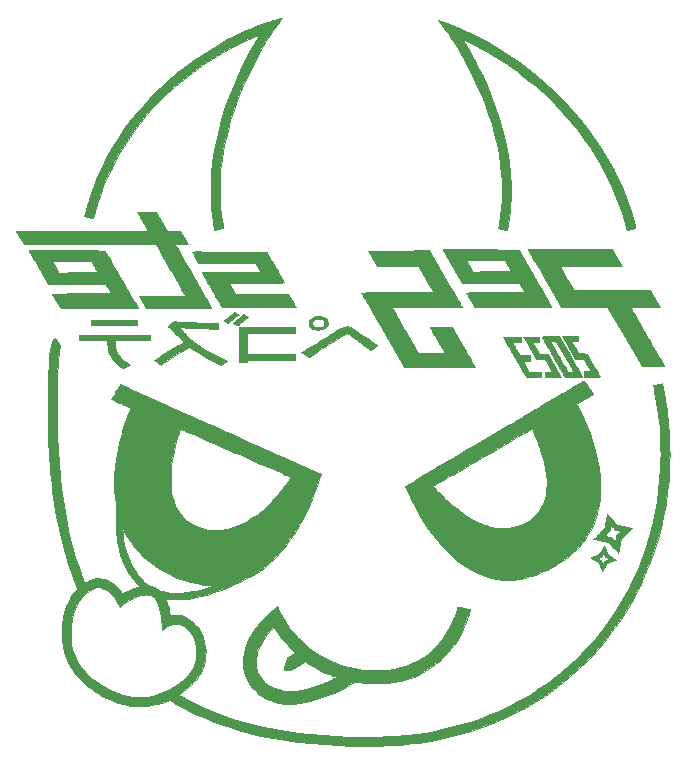
<source format=gbr>
%TF.GenerationSoftware,KiCad,Pcbnew,(6.0.9)*%
%TF.CreationDate,2023-10-21T14:44:12-07:00*%
%TF.ProjectId,pegoste2023,7065676f-7374-4653-9230-32332e6b6963,rev?*%
%TF.SameCoordinates,Original*%
%TF.FileFunction,Legend,Bot*%
%TF.FilePolarity,Positive*%
%FSLAX46Y46*%
G04 Gerber Fmt 4.6, Leading zero omitted, Abs format (unit mm)*
G04 Created by KiCad (PCBNEW (6.0.9)) date 2023-10-21 14:44:12*
%MOMM*%
%LPD*%
G01*
G04 APERTURE LIST*
%ADD10C,0.010000*%
G04 APERTURE END LIST*
%TO.C,Ref\u002A\u002A*%
G36*
X148575508Y-100797995D02*
G01*
X148579711Y-100795269D01*
X148610801Y-100776214D01*
X148676769Y-100736649D01*
X148776005Y-100677525D01*
X148906896Y-100599794D01*
X149067832Y-100504407D01*
X149257200Y-100392316D01*
X149473390Y-100264471D01*
X149714791Y-100121824D01*
X149979790Y-99965326D01*
X150266776Y-99795929D01*
X150574138Y-99614584D01*
X150900264Y-99422242D01*
X151243544Y-99219854D01*
X151602365Y-99008373D01*
X151975116Y-98788748D01*
X152360186Y-98561933D01*
X152755963Y-98328877D01*
X153160836Y-98090532D01*
X153285502Y-98017156D01*
X153719046Y-97761989D01*
X154157919Y-97503685D01*
X154599585Y-97243736D01*
X155041512Y-96983632D01*
X155481163Y-96724865D01*
X155916005Y-96468928D01*
X156343503Y-96217312D01*
X156761123Y-95971509D01*
X157166330Y-95733011D01*
X157556589Y-95503308D01*
X157929368Y-95283894D01*
X158282130Y-95076260D01*
X158612342Y-94881897D01*
X158917468Y-94702297D01*
X159194976Y-94538953D01*
X159442329Y-94393355D01*
X159656994Y-94266995D01*
X159750823Y-94211763D01*
X160036041Y-94043613D01*
X160327865Y-93871087D01*
X160622068Y-93696711D01*
X160914422Y-93523008D01*
X161200700Y-93352504D01*
X161476676Y-93187722D01*
X161738124Y-93031187D01*
X161980815Y-92885424D01*
X162200523Y-92752957D01*
X162393022Y-92636310D01*
X162554084Y-92538009D01*
X162582917Y-92520302D01*
X162762574Y-92410189D01*
X162931522Y-92307333D01*
X163086309Y-92213789D01*
X163223482Y-92131610D01*
X163339586Y-92062850D01*
X163431168Y-92009565D01*
X163494775Y-91973807D01*
X163526953Y-91957632D01*
X163530048Y-91956928D01*
X163547199Y-91974880D01*
X163586534Y-92022687D01*
X163644892Y-92096298D01*
X163719109Y-92191661D01*
X163806024Y-92304725D01*
X163902475Y-92431438D01*
X163964291Y-92513241D01*
X164079412Y-92666492D01*
X164170879Y-92789619D01*
X164240932Y-92885990D01*
X164291807Y-92958973D01*
X164325745Y-93011937D01*
X164344982Y-93048248D01*
X164351757Y-93071277D01*
X164348309Y-93084390D01*
X164345546Y-93086945D01*
X164320235Y-93102654D01*
X164262453Y-93136934D01*
X164176459Y-93187307D01*
X164066512Y-93251294D01*
X163936871Y-93326419D01*
X163791794Y-93410202D01*
X163635540Y-93500165D01*
X163619209Y-93509553D01*
X163463500Y-93599048D01*
X163319721Y-93681694D01*
X163191911Y-93755168D01*
X163084105Y-93817149D01*
X163000343Y-93865316D01*
X162944661Y-93897348D01*
X162921096Y-93910924D01*
X162920595Y-93911217D01*
X162928287Y-93929725D01*
X162953064Y-93977993D01*
X162991174Y-94048928D01*
X163038868Y-94135438D01*
X163044482Y-94145499D01*
X163317632Y-94661981D01*
X163579535Y-95211431D01*
X163826994Y-95785258D01*
X164056814Y-96374876D01*
X164265799Y-96971695D01*
X164450754Y-97567126D01*
X164608483Y-98152581D01*
X164723131Y-98657106D01*
X164789604Y-98995859D01*
X164843241Y-99307423D01*
X164885118Y-99602535D01*
X164916310Y-99891930D01*
X164937892Y-100186347D01*
X164950940Y-100496520D01*
X164956530Y-100833188D01*
X164956905Y-100991216D01*
X164955403Y-101252700D01*
X164951134Y-101479982D01*
X164943386Y-101681141D01*
X164931450Y-101864257D01*
X164914617Y-102037411D01*
X164892177Y-102208682D01*
X164863420Y-102386150D01*
X164827638Y-102577896D01*
X164809639Y-102668104D01*
X164679734Y-103207514D01*
X164512599Y-103727795D01*
X164308588Y-104228106D01*
X164068051Y-104707606D01*
X163791341Y-105165453D01*
X163723566Y-105266224D01*
X163402289Y-105697470D01*
X163044399Y-106107478D01*
X162649914Y-106496232D01*
X162218851Y-106863714D01*
X161751230Y-107209906D01*
X161604817Y-107308948D01*
X161415275Y-107432678D01*
X161242370Y-107541004D01*
X161075126Y-107640232D01*
X160902566Y-107736670D01*
X160713714Y-107836627D01*
X160497595Y-107946410D01*
X160482183Y-107954116D01*
X159988682Y-108184856D01*
X159506667Y-108377627D01*
X159031711Y-108533691D01*
X158559387Y-108654306D01*
X158085268Y-108740733D01*
X157604928Y-108794233D01*
X157506624Y-108801163D01*
X157363735Y-108809974D01*
X157250604Y-108815745D01*
X157154958Y-108818449D01*
X157064527Y-108818064D01*
X156967039Y-108814566D01*
X156850224Y-108807930D01*
X156724136Y-108799641D01*
X156225528Y-108744858D01*
X155731031Y-108648201D01*
X155241094Y-108509968D01*
X154756164Y-108330458D01*
X154276688Y-108109973D01*
X153803115Y-107848810D01*
X153335890Y-107547269D01*
X152875462Y-107205651D01*
X152422278Y-106824253D01*
X151976785Y-106403377D01*
X151539431Y-105943320D01*
X151110663Y-105444384D01*
X150690929Y-104906866D01*
X150483763Y-104622575D01*
X150076430Y-104024534D01*
X149690424Y-103403263D01*
X149322070Y-102752597D01*
X149011884Y-102155382D01*
X148920807Y-101970404D01*
X148827958Y-101777119D01*
X148736720Y-101582910D01*
X148650474Y-101395158D01*
X148572603Y-101221245D01*
X148506487Y-101068553D01*
X148455508Y-100944462D01*
X148446288Y-100920766D01*
X148454432Y-100893525D01*
X148492466Y-100857382D01*
X150805411Y-100857382D01*
X150990632Y-101067174D01*
X151175297Y-101270375D01*
X151383808Y-101489485D01*
X151608598Y-101717163D01*
X151842103Y-101946070D01*
X152076756Y-102168867D01*
X152304991Y-102378214D01*
X152519244Y-102566771D01*
X152649406Y-102676340D01*
X153082778Y-103015427D01*
X153519151Y-103321777D01*
X153955789Y-103593812D01*
X154389957Y-103829950D01*
X154818922Y-104028612D01*
X155239949Y-104188216D01*
X155299005Y-104207644D01*
X155683134Y-104317901D01*
X156051176Y-104394433D01*
X156411429Y-104438117D01*
X156772193Y-104449832D01*
X157141769Y-104430455D01*
X157274323Y-104416538D01*
X157607570Y-104359679D01*
X157945095Y-104268763D01*
X158278946Y-104147267D01*
X158601174Y-103998670D01*
X158903826Y-103826449D01*
X159178953Y-103634082D01*
X159309533Y-103526340D01*
X159565894Y-103273943D01*
X159789094Y-102995505D01*
X159979100Y-102691339D01*
X160135881Y-102361757D01*
X160259405Y-102007072D01*
X160349640Y-101627595D01*
X160406555Y-101223639D01*
X160430119Y-100795517D01*
X160420300Y-100343540D01*
X160377066Y-99868021D01*
X160300385Y-99369272D01*
X160190227Y-98847606D01*
X160046560Y-98303335D01*
X159888790Y-97795049D01*
X159841705Y-97657141D01*
X159786813Y-97503474D01*
X159725897Y-97338444D01*
X159660743Y-97166447D01*
X159593136Y-96991881D01*
X159524859Y-96819142D01*
X159457699Y-96652626D01*
X159393439Y-96496731D01*
X159333864Y-96355853D01*
X159280760Y-96234388D01*
X159235911Y-96136734D01*
X159201101Y-96067287D01*
X159178115Y-96030444D01*
X159170635Y-96025873D01*
X159132427Y-96047803D01*
X159060516Y-96089196D01*
X158956904Y-96148898D01*
X158823596Y-96225750D01*
X158662594Y-96318597D01*
X158475902Y-96426282D01*
X158265524Y-96547648D01*
X158033461Y-96681540D01*
X157781719Y-96826800D01*
X157512299Y-96982272D01*
X157227206Y-97146799D01*
X156928442Y-97319226D01*
X156618012Y-97498395D01*
X156297917Y-97683151D01*
X155970162Y-97872335D01*
X155636750Y-98064794D01*
X155299684Y-98259368D01*
X154960968Y-98454903D01*
X154622604Y-98650241D01*
X154286597Y-98844227D01*
X153954948Y-99035703D01*
X153629662Y-99223513D01*
X153312743Y-99406501D01*
X153006192Y-99583511D01*
X152712014Y-99753385D01*
X152432212Y-99914967D01*
X152168789Y-100067100D01*
X151923748Y-100208629D01*
X151699093Y-100338397D01*
X151496827Y-100455247D01*
X151318954Y-100558022D01*
X151167476Y-100645567D01*
X151044397Y-100716725D01*
X150951720Y-100770338D01*
X150891449Y-100805252D01*
X150865586Y-100820309D01*
X150864867Y-100820741D01*
X150805411Y-100857382D01*
X148492466Y-100857382D01*
X148496775Y-100853288D01*
X148575508Y-100797995D01*
G37*
D10*
X148575508Y-100797995D02*
X148579711Y-100795269D01*
X148610801Y-100776214D01*
X148676769Y-100736649D01*
X148776005Y-100677525D01*
X148906896Y-100599794D01*
X149067832Y-100504407D01*
X149257200Y-100392316D01*
X149473390Y-100264471D01*
X149714791Y-100121824D01*
X149979790Y-99965326D01*
X150266776Y-99795929D01*
X150574138Y-99614584D01*
X150900264Y-99422242D01*
X151243544Y-99219854D01*
X151602365Y-99008373D01*
X151975116Y-98788748D01*
X152360186Y-98561933D01*
X152755963Y-98328877D01*
X153160836Y-98090532D01*
X153285502Y-98017156D01*
X153719046Y-97761989D01*
X154157919Y-97503685D01*
X154599585Y-97243736D01*
X155041512Y-96983632D01*
X155481163Y-96724865D01*
X155916005Y-96468928D01*
X156343503Y-96217312D01*
X156761123Y-95971509D01*
X157166330Y-95733011D01*
X157556589Y-95503308D01*
X157929368Y-95283894D01*
X158282130Y-95076260D01*
X158612342Y-94881897D01*
X158917468Y-94702297D01*
X159194976Y-94538953D01*
X159442329Y-94393355D01*
X159656994Y-94266995D01*
X159750823Y-94211763D01*
X160036041Y-94043613D01*
X160327865Y-93871087D01*
X160622068Y-93696711D01*
X160914422Y-93523008D01*
X161200700Y-93352504D01*
X161476676Y-93187722D01*
X161738124Y-93031187D01*
X161980815Y-92885424D01*
X162200523Y-92752957D01*
X162393022Y-92636310D01*
X162554084Y-92538009D01*
X162582917Y-92520302D01*
X162762574Y-92410189D01*
X162931522Y-92307333D01*
X163086309Y-92213789D01*
X163223482Y-92131610D01*
X163339586Y-92062850D01*
X163431168Y-92009565D01*
X163494775Y-91973807D01*
X163526953Y-91957632D01*
X163530048Y-91956928D01*
X163547199Y-91974880D01*
X163586534Y-92022687D01*
X163644892Y-92096298D01*
X163719109Y-92191661D01*
X163806024Y-92304725D01*
X163902475Y-92431438D01*
X163964291Y-92513241D01*
X164079412Y-92666492D01*
X164170879Y-92789619D01*
X164240932Y-92885990D01*
X164291807Y-92958973D01*
X164325745Y-93011937D01*
X164344982Y-93048248D01*
X164351757Y-93071277D01*
X164348309Y-93084390D01*
X164345546Y-93086945D01*
X164320235Y-93102654D01*
X164262453Y-93136934D01*
X164176459Y-93187307D01*
X164066512Y-93251294D01*
X163936871Y-93326419D01*
X163791794Y-93410202D01*
X163635540Y-93500165D01*
X163619209Y-93509553D01*
X163463500Y-93599048D01*
X163319721Y-93681694D01*
X163191911Y-93755168D01*
X163084105Y-93817149D01*
X163000343Y-93865316D01*
X162944661Y-93897348D01*
X162921096Y-93910924D01*
X162920595Y-93911217D01*
X162928287Y-93929725D01*
X162953064Y-93977993D01*
X162991174Y-94048928D01*
X163038868Y-94135438D01*
X163044482Y-94145499D01*
X163317632Y-94661981D01*
X163579535Y-95211431D01*
X163826994Y-95785258D01*
X164056814Y-96374876D01*
X164265799Y-96971695D01*
X164450754Y-97567126D01*
X164608483Y-98152581D01*
X164723131Y-98657106D01*
X164789604Y-98995859D01*
X164843241Y-99307423D01*
X164885118Y-99602535D01*
X164916310Y-99891930D01*
X164937892Y-100186347D01*
X164950940Y-100496520D01*
X164956530Y-100833188D01*
X164956905Y-100991216D01*
X164955403Y-101252700D01*
X164951134Y-101479982D01*
X164943386Y-101681141D01*
X164931450Y-101864257D01*
X164914617Y-102037411D01*
X164892177Y-102208682D01*
X164863420Y-102386150D01*
X164827638Y-102577896D01*
X164809639Y-102668104D01*
X164679734Y-103207514D01*
X164512599Y-103727795D01*
X164308588Y-104228106D01*
X164068051Y-104707606D01*
X163791341Y-105165453D01*
X163723566Y-105266224D01*
X163402289Y-105697470D01*
X163044399Y-106107478D01*
X162649914Y-106496232D01*
X162218851Y-106863714D01*
X161751230Y-107209906D01*
X161604817Y-107308948D01*
X161415275Y-107432678D01*
X161242370Y-107541004D01*
X161075126Y-107640232D01*
X160902566Y-107736670D01*
X160713714Y-107836627D01*
X160497595Y-107946410D01*
X160482183Y-107954116D01*
X159988682Y-108184856D01*
X159506667Y-108377627D01*
X159031711Y-108533691D01*
X158559387Y-108654306D01*
X158085268Y-108740733D01*
X157604928Y-108794233D01*
X157506624Y-108801163D01*
X157363735Y-108809974D01*
X157250604Y-108815745D01*
X157154958Y-108818449D01*
X157064527Y-108818064D01*
X156967039Y-108814566D01*
X156850224Y-108807930D01*
X156724136Y-108799641D01*
X156225528Y-108744858D01*
X155731031Y-108648201D01*
X155241094Y-108509968D01*
X154756164Y-108330458D01*
X154276688Y-108109973D01*
X153803115Y-107848810D01*
X153335890Y-107547269D01*
X152875462Y-107205651D01*
X152422278Y-106824253D01*
X151976785Y-106403377D01*
X151539431Y-105943320D01*
X151110663Y-105444384D01*
X150690929Y-104906866D01*
X150483763Y-104622575D01*
X150076430Y-104024534D01*
X149690424Y-103403263D01*
X149322070Y-102752597D01*
X149011884Y-102155382D01*
X148920807Y-101970404D01*
X148827958Y-101777119D01*
X148736720Y-101582910D01*
X148650474Y-101395158D01*
X148572603Y-101221245D01*
X148506487Y-101068553D01*
X148455508Y-100944462D01*
X148446288Y-100920766D01*
X148454432Y-100893525D01*
X148492466Y-100857382D01*
X150805411Y-100857382D01*
X150990632Y-101067174D01*
X151175297Y-101270375D01*
X151383808Y-101489485D01*
X151608598Y-101717163D01*
X151842103Y-101946070D01*
X152076756Y-102168867D01*
X152304991Y-102378214D01*
X152519244Y-102566771D01*
X152649406Y-102676340D01*
X153082778Y-103015427D01*
X153519151Y-103321777D01*
X153955789Y-103593812D01*
X154389957Y-103829950D01*
X154818922Y-104028612D01*
X155239949Y-104188216D01*
X155299005Y-104207644D01*
X155683134Y-104317901D01*
X156051176Y-104394433D01*
X156411429Y-104438117D01*
X156772193Y-104449832D01*
X157141769Y-104430455D01*
X157274323Y-104416538D01*
X157607570Y-104359679D01*
X157945095Y-104268763D01*
X158278946Y-104147267D01*
X158601174Y-103998670D01*
X158903826Y-103826449D01*
X159178953Y-103634082D01*
X159309533Y-103526340D01*
X159565894Y-103273943D01*
X159789094Y-102995505D01*
X159979100Y-102691339D01*
X160135881Y-102361757D01*
X160259405Y-102007072D01*
X160349640Y-101627595D01*
X160406555Y-101223639D01*
X160430119Y-100795517D01*
X160420300Y-100343540D01*
X160377066Y-99868021D01*
X160300385Y-99369272D01*
X160190227Y-98847606D01*
X160046560Y-98303335D01*
X159888790Y-97795049D01*
X159841705Y-97657141D01*
X159786813Y-97503474D01*
X159725897Y-97338444D01*
X159660743Y-97166447D01*
X159593136Y-96991881D01*
X159524859Y-96819142D01*
X159457699Y-96652626D01*
X159393439Y-96496731D01*
X159333864Y-96355853D01*
X159280760Y-96234388D01*
X159235911Y-96136734D01*
X159201101Y-96067287D01*
X159178115Y-96030444D01*
X159170635Y-96025873D01*
X159132427Y-96047803D01*
X159060516Y-96089196D01*
X158956904Y-96148898D01*
X158823596Y-96225750D01*
X158662594Y-96318597D01*
X158475902Y-96426282D01*
X158265524Y-96547648D01*
X158033461Y-96681540D01*
X157781719Y-96826800D01*
X157512299Y-96982272D01*
X157227206Y-97146799D01*
X156928442Y-97319226D01*
X156618012Y-97498395D01*
X156297917Y-97683151D01*
X155970162Y-97872335D01*
X155636750Y-98064794D01*
X155299684Y-98259368D01*
X154960968Y-98454903D01*
X154622604Y-98650241D01*
X154286597Y-98844227D01*
X153954948Y-99035703D01*
X153629662Y-99223513D01*
X153312743Y-99406501D01*
X153006192Y-99583511D01*
X152712014Y-99753385D01*
X152432212Y-99914967D01*
X152168789Y-100067100D01*
X151923748Y-100208629D01*
X151699093Y-100338397D01*
X151496827Y-100455247D01*
X151318954Y-100558022D01*
X151167476Y-100645567D01*
X151044397Y-100716725D01*
X150951720Y-100770338D01*
X150891449Y-100805252D01*
X150865586Y-100820309D01*
X150864867Y-100820741D01*
X150805411Y-100857382D01*
X148492466Y-100857382D01*
X148496775Y-100853288D01*
X148575508Y-100797995D01*
G36*
X126201433Y-77690001D02*
G01*
X126364767Y-77690551D01*
X126542943Y-77691526D01*
X126577365Y-77691756D01*
X127386990Y-77697299D01*
X127841954Y-78485757D01*
X128296918Y-79274216D01*
X129404519Y-79274216D01*
X129720015Y-79819257D01*
X130035511Y-80364299D01*
X129489125Y-80369942D01*
X129342041Y-80371773D01*
X129209942Y-80374015D01*
X129098405Y-80376525D01*
X129013006Y-80379160D01*
X128959325Y-80381775D01*
X128942740Y-80384002D01*
X128953133Y-80402979D01*
X128983532Y-80456573D01*
X129032763Y-80542748D01*
X129099654Y-80659466D01*
X129183032Y-80804690D01*
X129281725Y-80976381D01*
X129394559Y-81172503D01*
X129520363Y-81391019D01*
X129657964Y-81629890D01*
X129806189Y-81887079D01*
X129963865Y-82160549D01*
X130129819Y-82448262D01*
X130302880Y-82748181D01*
X130481874Y-83058269D01*
X130490332Y-83072919D01*
X130669463Y-83383452D01*
X130842525Y-83683995D01*
X131008356Y-83972507D01*
X131165796Y-84246945D01*
X131313684Y-84505267D01*
X131450858Y-84745433D01*
X131576158Y-84965399D01*
X131688420Y-85163123D01*
X131786486Y-85336566D01*
X131869193Y-85483683D01*
X131935380Y-85602434D01*
X131983886Y-85690776D01*
X132013550Y-85746668D01*
X132023211Y-85768068D01*
X132023152Y-85768192D01*
X132000561Y-85770064D01*
X131938141Y-85771983D01*
X131838398Y-85773928D01*
X131703837Y-85775879D01*
X131536962Y-85777815D01*
X131340279Y-85779717D01*
X131116292Y-85781565D01*
X130867507Y-85783336D01*
X130596429Y-85785012D01*
X130305562Y-85786573D01*
X129997411Y-85787997D01*
X129674482Y-85789265D01*
X129339280Y-85790356D01*
X129260487Y-85790580D01*
X126512594Y-85798196D01*
X126481153Y-85748247D01*
X126458957Y-85711451D01*
X126421080Y-85647014D01*
X126370869Y-85560762D01*
X126311668Y-85458521D01*
X126246823Y-85346117D01*
X126179680Y-85229376D01*
X126113584Y-85114122D01*
X126051882Y-85006183D01*
X125997918Y-84911383D01*
X125955039Y-84835548D01*
X125926590Y-84784504D01*
X125915917Y-84764076D01*
X125915906Y-84763994D01*
X125936582Y-84762890D01*
X125996644Y-84761835D01*
X126093147Y-84760838D01*
X126223144Y-84759913D01*
X126383688Y-84759070D01*
X126571833Y-84758321D01*
X126784633Y-84757677D01*
X127019141Y-84757150D01*
X127272411Y-84756752D01*
X127541496Y-84756493D01*
X127823450Y-84756385D01*
X127873823Y-84756382D01*
X128157723Y-84756293D01*
X128429269Y-84756033D01*
X128685515Y-84755616D01*
X128923514Y-84755054D01*
X129140320Y-84754360D01*
X129332986Y-84753547D01*
X129498566Y-84752628D01*
X129634114Y-84751614D01*
X129736682Y-84750519D01*
X129803325Y-84749356D01*
X129831096Y-84748138D01*
X129831740Y-84747920D01*
X129821366Y-84728868D01*
X129791112Y-84675425D01*
X129742279Y-84589855D01*
X129676170Y-84474420D01*
X129594084Y-84331384D01*
X129497325Y-84163009D01*
X129387194Y-83971558D01*
X129264991Y-83759294D01*
X129132019Y-83528479D01*
X128989578Y-83281378D01*
X128838972Y-83020252D01*
X128681500Y-82747364D01*
X128574756Y-82562462D01*
X127317772Y-80385466D01*
X121732631Y-80380033D01*
X116147490Y-80374601D01*
X115839139Y-79840283D01*
X115530789Y-79305966D01*
X117087972Y-79300113D01*
X117276611Y-79299403D01*
X117504312Y-79298543D01*
X117767804Y-79297547D01*
X118063817Y-79296426D01*
X118389080Y-79295192D01*
X118740323Y-79293860D01*
X119114274Y-79292439D01*
X119507663Y-79290945D01*
X119917219Y-79289387D01*
X120339672Y-79287780D01*
X120771751Y-79286136D01*
X121210184Y-79284466D01*
X121651702Y-79282784D01*
X122093033Y-79281101D01*
X122530908Y-79279431D01*
X122657739Y-79278947D01*
X126670321Y-79263632D01*
X126219030Y-78482039D01*
X126123529Y-78316477D01*
X126034913Y-78162541D01*
X125955358Y-78024033D01*
X125887039Y-77904753D01*
X125832132Y-77808502D01*
X125792810Y-77739083D01*
X125771250Y-77700295D01*
X125767740Y-77693329D01*
X125788142Y-77691883D01*
X125846294Y-77690818D01*
X125937614Y-77690143D01*
X126057521Y-77689868D01*
X126201433Y-77690001D01*
G37*
X126201433Y-77690001D02*
X126364767Y-77690551D01*
X126542943Y-77691526D01*
X126577365Y-77691756D01*
X127386990Y-77697299D01*
X127841954Y-78485757D01*
X128296918Y-79274216D01*
X129404519Y-79274216D01*
X129720015Y-79819257D01*
X130035511Y-80364299D01*
X129489125Y-80369942D01*
X129342041Y-80371773D01*
X129209942Y-80374015D01*
X129098405Y-80376525D01*
X129013006Y-80379160D01*
X128959325Y-80381775D01*
X128942740Y-80384002D01*
X128953133Y-80402979D01*
X128983532Y-80456573D01*
X129032763Y-80542748D01*
X129099654Y-80659466D01*
X129183032Y-80804690D01*
X129281725Y-80976381D01*
X129394559Y-81172503D01*
X129520363Y-81391019D01*
X129657964Y-81629890D01*
X129806189Y-81887079D01*
X129963865Y-82160549D01*
X130129819Y-82448262D01*
X130302880Y-82748181D01*
X130481874Y-83058269D01*
X130490332Y-83072919D01*
X130669463Y-83383452D01*
X130842525Y-83683995D01*
X131008356Y-83972507D01*
X131165796Y-84246945D01*
X131313684Y-84505267D01*
X131450858Y-84745433D01*
X131576158Y-84965399D01*
X131688420Y-85163123D01*
X131786486Y-85336566D01*
X131869193Y-85483683D01*
X131935380Y-85602434D01*
X131983886Y-85690776D01*
X132013550Y-85746668D01*
X132023211Y-85768068D01*
X132023152Y-85768192D01*
X132000561Y-85770064D01*
X131938141Y-85771983D01*
X131838398Y-85773928D01*
X131703837Y-85775879D01*
X131536962Y-85777815D01*
X131340279Y-85779717D01*
X131116292Y-85781565D01*
X130867507Y-85783336D01*
X130596429Y-85785012D01*
X130305562Y-85786573D01*
X129997411Y-85787997D01*
X129674482Y-85789265D01*
X129339280Y-85790356D01*
X129260487Y-85790580D01*
X126512594Y-85798196D01*
X126481153Y-85748247D01*
X126458957Y-85711451D01*
X126421080Y-85647014D01*
X126370869Y-85560762D01*
X126311668Y-85458521D01*
X126246823Y-85346117D01*
X126179680Y-85229376D01*
X126113584Y-85114122D01*
X126051882Y-85006183D01*
X125997918Y-84911383D01*
X125955039Y-84835548D01*
X125926590Y-84784504D01*
X125915917Y-84764076D01*
X125915906Y-84763994D01*
X125936582Y-84762890D01*
X125996644Y-84761835D01*
X126093147Y-84760838D01*
X126223144Y-84759913D01*
X126383688Y-84759070D01*
X126571833Y-84758321D01*
X126784633Y-84757677D01*
X127019141Y-84757150D01*
X127272411Y-84756752D01*
X127541496Y-84756493D01*
X127823450Y-84756385D01*
X127873823Y-84756382D01*
X128157723Y-84756293D01*
X128429269Y-84756033D01*
X128685515Y-84755616D01*
X128923514Y-84755054D01*
X129140320Y-84754360D01*
X129332986Y-84753547D01*
X129498566Y-84752628D01*
X129634114Y-84751614D01*
X129736682Y-84750519D01*
X129803325Y-84749356D01*
X129831096Y-84748138D01*
X129831740Y-84747920D01*
X129821366Y-84728868D01*
X129791112Y-84675425D01*
X129742279Y-84589855D01*
X129676170Y-84474420D01*
X129594084Y-84331384D01*
X129497325Y-84163009D01*
X129387194Y-83971558D01*
X129264991Y-83759294D01*
X129132019Y-83528479D01*
X128989578Y-83281378D01*
X128838972Y-83020252D01*
X128681500Y-82747364D01*
X128574756Y-82562462D01*
X127317772Y-80385466D01*
X121732631Y-80380033D01*
X116147490Y-80374601D01*
X115839139Y-79840283D01*
X115530789Y-79305966D01*
X117087972Y-79300113D01*
X117276611Y-79299403D01*
X117504312Y-79298543D01*
X117767804Y-79297547D01*
X118063817Y-79296426D01*
X118389080Y-79295192D01*
X118740323Y-79293860D01*
X119114274Y-79292439D01*
X119507663Y-79290945D01*
X119917219Y-79289387D01*
X120339672Y-79287780D01*
X120771751Y-79286136D01*
X121210184Y-79284466D01*
X121651702Y-79282784D01*
X122093033Y-79281101D01*
X122530908Y-79279431D01*
X122657739Y-79278947D01*
X126670321Y-79263632D01*
X126219030Y-78482039D01*
X126123529Y-78316477D01*
X126034913Y-78162541D01*
X125955358Y-78024033D01*
X125887039Y-77904753D01*
X125832132Y-77808502D01*
X125792810Y-77739083D01*
X125771250Y-77700295D01*
X125767740Y-77693329D01*
X125788142Y-77691883D01*
X125846294Y-77690818D01*
X125937614Y-77690143D01*
X126057521Y-77689868D01*
X126201433Y-77690001D01*
G36*
X134154823Y-86256007D02*
G01*
X134232912Y-86298608D01*
X134294517Y-86334201D01*
X134331672Y-86358068D01*
X134338939Y-86365049D01*
X134322293Y-86380739D01*
X134277987Y-86414858D01*
X134213307Y-86461940D01*
X134155577Y-86502632D01*
X134072780Y-86562792D01*
X133969187Y-86641860D01*
X133856031Y-86731061D01*
X133744545Y-86821622D01*
X133704393Y-86855038D01*
X133435688Y-87080444D01*
X133258414Y-86985725D01*
X133180666Y-86943710D01*
X133117934Y-86908921D01*
X133078998Y-86886273D01*
X133070894Y-86880759D01*
X133081330Y-86863094D01*
X133120202Y-86823957D01*
X133182337Y-86767615D01*
X133262562Y-86698337D01*
X133355703Y-86620389D01*
X133456587Y-86538039D01*
X133560041Y-86455554D01*
X133660892Y-86377202D01*
X133753966Y-86307251D01*
X133834090Y-86249967D01*
X133842823Y-86243988D01*
X133969823Y-86157548D01*
X134154823Y-86256007D01*
G37*
X134154823Y-86256007D02*
X134232912Y-86298608D01*
X134294517Y-86334201D01*
X134331672Y-86358068D01*
X134338939Y-86365049D01*
X134322293Y-86380739D01*
X134277987Y-86414858D01*
X134213307Y-86461940D01*
X134155577Y-86502632D01*
X134072780Y-86562792D01*
X133969187Y-86641860D01*
X133856031Y-86731061D01*
X133744545Y-86821622D01*
X133704393Y-86855038D01*
X133435688Y-87080444D01*
X133258414Y-86985725D01*
X133180666Y-86943710D01*
X133117934Y-86908921D01*
X133078998Y-86886273D01*
X133070894Y-86880759D01*
X133081330Y-86863094D01*
X133120202Y-86823957D01*
X133182337Y-86767615D01*
X133262562Y-86698337D01*
X133355703Y-86620389D01*
X133456587Y-86538039D01*
X133560041Y-86455554D01*
X133660892Y-86377202D01*
X133753966Y-86307251D01*
X133834090Y-86249967D01*
X133842823Y-86243988D01*
X133969823Y-86157548D01*
X134154823Y-86256007D01*
G36*
X165993056Y-80829966D02*
G01*
X166396999Y-81528466D01*
X166800941Y-82226966D01*
X164170382Y-82237549D01*
X161539822Y-82248132D01*
X162101576Y-83221799D01*
X162209546Y-83408819D01*
X162311875Y-83585836D01*
X162406473Y-83749252D01*
X162491254Y-83895473D01*
X162564129Y-84020902D01*
X162623012Y-84121944D01*
X162665813Y-84195002D01*
X162690445Y-84236481D01*
X162694864Y-84243611D01*
X162726398Y-84291757D01*
X165959592Y-84285945D01*
X169192787Y-84280132D01*
X169607619Y-84999799D01*
X170022452Y-85719466D01*
X168776012Y-85724925D01*
X168550668Y-85726101D01*
X168338424Y-85727576D01*
X168142974Y-85729298D01*
X167968009Y-85731219D01*
X167817223Y-85733287D01*
X167694308Y-85735453D01*
X167602958Y-85737667D01*
X167546865Y-85739878D01*
X167529573Y-85741858D01*
X167539957Y-85761234D01*
X167570298Y-85815144D01*
X167619376Y-85901467D01*
X167685973Y-86018080D01*
X167768868Y-86162860D01*
X167866844Y-86333687D01*
X167978681Y-86528437D01*
X168103160Y-86744988D01*
X168239062Y-86981218D01*
X168385168Y-87235005D01*
X168540260Y-87504227D01*
X168703117Y-87786761D01*
X168872521Y-88080485D01*
X168961135Y-88234065D01*
X169133532Y-88532811D01*
X169300126Y-88821504D01*
X169459689Y-89098017D01*
X169610993Y-89360220D01*
X169752810Y-89605988D01*
X169883913Y-89833190D01*
X170003073Y-90039700D01*
X170109062Y-90223389D01*
X170200653Y-90382129D01*
X170276618Y-90513792D01*
X170335729Y-90616251D01*
X170376758Y-90687377D01*
X170398476Y-90725042D01*
X170401718Y-90730674D01*
X170383128Y-90733909D01*
X170326335Y-90736923D01*
X170235470Y-90739648D01*
X170114663Y-90742015D01*
X169968044Y-90743956D01*
X169799743Y-90745403D01*
X169613891Y-90746288D01*
X169438785Y-90746549D01*
X168466833Y-90746549D01*
X167019244Y-88238507D01*
X165571656Y-85730465D01*
X163616253Y-85724965D01*
X161660850Y-85719466D01*
X160530099Y-83761549D01*
X160370193Y-83484659D01*
X160211513Y-83209876D01*
X160055929Y-82940438D01*
X159905311Y-82679584D01*
X159761529Y-82430552D01*
X159626452Y-82196581D01*
X159501950Y-81980910D01*
X159389892Y-81786777D01*
X159292149Y-81617422D01*
X159210590Y-81476082D01*
X159147085Y-81365997D01*
X159115631Y-81311446D01*
X158831914Y-80819260D01*
X165993056Y-80829966D01*
G37*
X165993056Y-80829966D02*
X166396999Y-81528466D01*
X166800941Y-82226966D01*
X164170382Y-82237549D01*
X161539822Y-82248132D01*
X162101576Y-83221799D01*
X162209546Y-83408819D01*
X162311875Y-83585836D01*
X162406473Y-83749252D01*
X162491254Y-83895473D01*
X162564129Y-84020902D01*
X162623012Y-84121944D01*
X162665813Y-84195002D01*
X162690445Y-84236481D01*
X162694864Y-84243611D01*
X162726398Y-84291757D01*
X165959592Y-84285945D01*
X169192787Y-84280132D01*
X169607619Y-84999799D01*
X170022452Y-85719466D01*
X168776012Y-85724925D01*
X168550668Y-85726101D01*
X168338424Y-85727576D01*
X168142974Y-85729298D01*
X167968009Y-85731219D01*
X167817223Y-85733287D01*
X167694308Y-85735453D01*
X167602958Y-85737667D01*
X167546865Y-85739878D01*
X167529573Y-85741858D01*
X167539957Y-85761234D01*
X167570298Y-85815144D01*
X167619376Y-85901467D01*
X167685973Y-86018080D01*
X167768868Y-86162860D01*
X167866844Y-86333687D01*
X167978681Y-86528437D01*
X168103160Y-86744988D01*
X168239062Y-86981218D01*
X168385168Y-87235005D01*
X168540260Y-87504227D01*
X168703117Y-87786761D01*
X168872521Y-88080485D01*
X168961135Y-88234065D01*
X169133532Y-88532811D01*
X169300126Y-88821504D01*
X169459689Y-89098017D01*
X169610993Y-89360220D01*
X169752810Y-89605988D01*
X169883913Y-89833190D01*
X170003073Y-90039700D01*
X170109062Y-90223389D01*
X170200653Y-90382129D01*
X170276618Y-90513792D01*
X170335729Y-90616251D01*
X170376758Y-90687377D01*
X170398476Y-90725042D01*
X170401718Y-90730674D01*
X170383128Y-90733909D01*
X170326335Y-90736923D01*
X170235470Y-90739648D01*
X170114663Y-90742015D01*
X169968044Y-90743956D01*
X169799743Y-90745403D01*
X169613891Y-90746288D01*
X169438785Y-90746549D01*
X168466833Y-90746549D01*
X167019244Y-88238507D01*
X165571656Y-85730465D01*
X163616253Y-85724965D01*
X161660850Y-85719466D01*
X160530099Y-83761549D01*
X160370193Y-83484659D01*
X160211513Y-83209876D01*
X160055929Y-82940438D01*
X159905311Y-82679584D01*
X159761529Y-82430552D01*
X159626452Y-82196581D01*
X159501950Y-81980910D01*
X159389892Y-81786777D01*
X159292149Y-81617422D01*
X159210590Y-81476082D01*
X159147085Y-81365997D01*
X159115631Y-81311446D01*
X158831914Y-80819260D01*
X165993056Y-80829966D01*
G36*
X158237406Y-88651049D02*
G01*
X157866990Y-88651049D01*
X157714060Y-88652306D01*
X157601066Y-88656049D01*
X157528728Y-88662234D01*
X157497767Y-88670818D01*
X157496573Y-88673208D01*
X157506785Y-88696441D01*
X157535698Y-88751600D01*
X157580724Y-88834021D01*
X157639274Y-88939037D01*
X157708761Y-89061985D01*
X157786598Y-89198200D01*
X157819365Y-89255136D01*
X158142156Y-89814905D01*
X158570781Y-89815060D01*
X158999406Y-89815216D01*
X158999406Y-90258553D01*
X158406418Y-90270299D01*
X158687184Y-90757132D01*
X158967950Y-91243966D01*
X159930740Y-91255344D01*
X159930740Y-91677882D01*
X159327977Y-91677882D01*
X159152694Y-91677820D01*
X159014931Y-91677390D01*
X158909876Y-91676233D01*
X158832716Y-91673984D01*
X158778638Y-91670284D01*
X158742830Y-91664769D01*
X158720479Y-91657078D01*
X158706771Y-91646849D01*
X158696895Y-91633720D01*
X158694663Y-91630257D01*
X158679935Y-91605481D01*
X158645927Y-91547231D01*
X158594492Y-91458717D01*
X158527481Y-91343146D01*
X158446746Y-91203727D01*
X158354139Y-91043669D01*
X158251511Y-90866181D01*
X158140715Y-90674471D01*
X158023602Y-90471747D01*
X157902024Y-90261219D01*
X157777833Y-90046095D01*
X157652881Y-89829583D01*
X157529019Y-89614893D01*
X157408099Y-89405232D01*
X157291974Y-89203810D01*
X157182494Y-89013835D01*
X157081512Y-88838515D01*
X156990879Y-88681060D01*
X156912448Y-88544677D01*
X156848070Y-88432576D01*
X156799596Y-88347965D01*
X156768880Y-88294052D01*
X156758420Y-88275341D01*
X156733083Y-88227716D01*
X158237406Y-88227716D01*
X158237406Y-88651049D01*
G37*
X158237406Y-88651049D02*
X157866990Y-88651049D01*
X157714060Y-88652306D01*
X157601066Y-88656049D01*
X157528728Y-88662234D01*
X157497767Y-88670818D01*
X157496573Y-88673208D01*
X157506785Y-88696441D01*
X157535698Y-88751600D01*
X157580724Y-88834021D01*
X157639274Y-88939037D01*
X157708761Y-89061985D01*
X157786598Y-89198200D01*
X157819365Y-89255136D01*
X158142156Y-89814905D01*
X158570781Y-89815060D01*
X158999406Y-89815216D01*
X158999406Y-90258553D01*
X158406418Y-90270299D01*
X158687184Y-90757132D01*
X158967950Y-91243966D01*
X159930740Y-91255344D01*
X159930740Y-91677882D01*
X159327977Y-91677882D01*
X159152694Y-91677820D01*
X159014931Y-91677390D01*
X158909876Y-91676233D01*
X158832716Y-91673984D01*
X158778638Y-91670284D01*
X158742830Y-91664769D01*
X158720479Y-91657078D01*
X158706771Y-91646849D01*
X158696895Y-91633720D01*
X158694663Y-91630257D01*
X158679935Y-91605481D01*
X158645927Y-91547231D01*
X158594492Y-91458717D01*
X158527481Y-91343146D01*
X158446746Y-91203727D01*
X158354139Y-91043669D01*
X158251511Y-90866181D01*
X158140715Y-90674471D01*
X158023602Y-90471747D01*
X157902024Y-90261219D01*
X157777833Y-90046095D01*
X157652881Y-89829583D01*
X157529019Y-89614893D01*
X157408099Y-89405232D01*
X157291974Y-89203810D01*
X157182494Y-89013835D01*
X157081512Y-88838515D01*
X156990879Y-88681060D01*
X156912448Y-88544677D01*
X156848070Y-88432576D01*
X156799596Y-88347965D01*
X156768880Y-88294052D01*
X156758420Y-88275341D01*
X156733083Y-88227716D01*
X158237406Y-88227716D01*
X158237406Y-88651049D01*
G36*
X125767740Y-87254049D02*
G01*
X123819742Y-87254049D01*
X123479767Y-87253958D01*
X123179817Y-87253662D01*
X122917585Y-87253129D01*
X122690762Y-87252325D01*
X122497042Y-87251218D01*
X122334116Y-87249774D01*
X122199678Y-87247960D01*
X122091418Y-87245743D01*
X122007030Y-87243091D01*
X121944206Y-87239970D01*
X121900638Y-87236347D01*
X121874018Y-87232190D01*
X121862039Y-87227464D01*
X121860982Y-87226003D01*
X121856897Y-87193520D01*
X121854902Y-87129770D01*
X121855221Y-87045780D01*
X121856355Y-86998461D01*
X121862490Y-86798966D01*
X125767740Y-86788162D01*
X125767740Y-87254049D01*
G37*
X125767740Y-87254049D02*
X123819742Y-87254049D01*
X123479767Y-87253958D01*
X123179817Y-87253662D01*
X122917585Y-87253129D01*
X122690762Y-87252325D01*
X122497042Y-87251218D01*
X122334116Y-87249774D01*
X122199678Y-87247960D01*
X122091418Y-87245743D01*
X122007030Y-87243091D01*
X121944206Y-87239970D01*
X121900638Y-87236347D01*
X121874018Y-87232190D01*
X121862039Y-87227464D01*
X121860982Y-87226003D01*
X121856897Y-87193520D01*
X121854902Y-87129770D01*
X121855221Y-87045780D01*
X121856355Y-86998461D01*
X121862490Y-86798966D01*
X125767740Y-86788162D01*
X125767740Y-87254049D01*
G36*
X126826073Y-88502882D02*
G01*
X123877565Y-88502882D01*
X123890055Y-88783341D01*
X123918202Y-89070694D01*
X123977063Y-89331647D01*
X124068629Y-89570897D01*
X124194893Y-89793141D01*
X124357847Y-90003080D01*
X124447895Y-90099057D01*
X124553013Y-90196861D01*
X124679019Y-90301338D01*
X124812213Y-90401947D01*
X124938894Y-90488150D01*
X125006488Y-90528802D01*
X125063341Y-90562468D01*
X125101327Y-90588287D01*
X125111145Y-90598382D01*
X125093226Y-90612418D01*
X125045213Y-90640765D01*
X124975124Y-90679299D01*
X124890973Y-90723897D01*
X124800776Y-90770436D01*
X124712550Y-90814792D01*
X124634310Y-90852842D01*
X124574072Y-90880463D01*
X124539852Y-90893531D01*
X124536372Y-90894043D01*
X124507915Y-90882119D01*
X124454274Y-90850606D01*
X124384391Y-90804966D01*
X124338990Y-90773500D01*
X124151710Y-90627413D01*
X123969273Y-90459682D01*
X123798265Y-90277899D01*
X123645267Y-90089656D01*
X123516866Y-89902545D01*
X123419644Y-89724158D01*
X123409520Y-89701734D01*
X123312081Y-89433027D01*
X123245165Y-89143488D01*
X123210911Y-88843694D01*
X123206698Y-88698674D01*
X123206573Y-88502882D01*
X120793573Y-88502882D01*
X120793573Y-88058382D01*
X126826073Y-88058382D01*
X126826073Y-88502882D01*
G37*
X126826073Y-88502882D02*
X123877565Y-88502882D01*
X123890055Y-88783341D01*
X123918202Y-89070694D01*
X123977063Y-89331647D01*
X124068629Y-89570897D01*
X124194893Y-89793141D01*
X124357847Y-90003080D01*
X124447895Y-90099057D01*
X124553013Y-90196861D01*
X124679019Y-90301338D01*
X124812213Y-90401947D01*
X124938894Y-90488150D01*
X125006488Y-90528802D01*
X125063341Y-90562468D01*
X125101327Y-90588287D01*
X125111145Y-90598382D01*
X125093226Y-90612418D01*
X125045213Y-90640765D01*
X124975124Y-90679299D01*
X124890973Y-90723897D01*
X124800776Y-90770436D01*
X124712550Y-90814792D01*
X124634310Y-90852842D01*
X124574072Y-90880463D01*
X124539852Y-90893531D01*
X124536372Y-90894043D01*
X124507915Y-90882119D01*
X124454274Y-90850606D01*
X124384391Y-90804966D01*
X124338990Y-90773500D01*
X124151710Y-90627413D01*
X123969273Y-90459682D01*
X123798265Y-90277899D01*
X123645267Y-90089656D01*
X123516866Y-89902545D01*
X123419644Y-89724158D01*
X123409520Y-89701734D01*
X123312081Y-89433027D01*
X123245165Y-89143488D01*
X123210911Y-88843694D01*
X123206698Y-88698674D01*
X123206573Y-88502882D01*
X120793573Y-88502882D01*
X120793573Y-88058382D01*
X126826073Y-88058382D01*
X126826073Y-88502882D01*
G36*
X160100712Y-88405002D02*
G01*
X160048928Y-88313136D01*
X160014160Y-88250652D01*
X159998204Y-88220669D01*
X159997371Y-88218439D01*
X160019523Y-88216619D01*
X160079124Y-88214394D01*
X160171292Y-88211876D01*
X160291144Y-88209177D01*
X160433801Y-88206407D01*
X160594379Y-88203679D01*
X160737485Y-88201530D01*
X161470146Y-88191162D01*
X162457276Y-89901219D01*
X162599903Y-90148426D01*
X162736352Y-90385172D01*
X162865153Y-90608895D01*
X162984837Y-90817031D01*
X163093934Y-91007015D01*
X163190976Y-91176284D01*
X163274493Y-91322275D01*
X163343014Y-91442424D01*
X163395072Y-91534167D01*
X163429196Y-91594941D01*
X163443917Y-91622182D01*
X163444406Y-91623412D01*
X163424039Y-91626240D01*
X163366138Y-91628834D01*
X163275500Y-91631116D01*
X163156924Y-91633007D01*
X163015209Y-91634427D01*
X162855153Y-91635299D01*
X162706165Y-91635549D01*
X162498016Y-91635192D01*
X162328867Y-91634044D01*
X162195391Y-91631989D01*
X162094259Y-91628911D01*
X162022143Y-91624693D01*
X161975717Y-91619220D01*
X161951652Y-91612376D01*
X161947432Y-91609091D01*
X161932017Y-91584595D01*
X161897742Y-91527101D01*
X161846401Y-91439726D01*
X161779787Y-91325589D01*
X161699695Y-91187810D01*
X161607918Y-91029508D01*
X161506251Y-90853802D01*
X161396486Y-90663811D01*
X161280418Y-90462653D01*
X161159841Y-90253448D01*
X161036549Y-90039315D01*
X160912335Y-89823374D01*
X160788994Y-89608742D01*
X160668318Y-89398539D01*
X160552103Y-89195885D01*
X160442142Y-89003898D01*
X160340228Y-88825697D01*
X160248156Y-88664401D01*
X160234476Y-88640373D01*
X160735073Y-88640373D01*
X160745317Y-88659760D01*
X160774660Y-88712171D01*
X160821013Y-88793978D01*
X160882288Y-88901552D01*
X160956400Y-89031267D01*
X161041260Y-89179494D01*
X161134782Y-89342607D01*
X161234877Y-89516976D01*
X161339459Y-89698975D01*
X161446441Y-89884976D01*
X161553734Y-90071351D01*
X161659253Y-90254472D01*
X161760908Y-90430712D01*
X161856614Y-90596444D01*
X161944283Y-90748038D01*
X162021827Y-90881868D01*
X162087160Y-90994306D01*
X162138193Y-91081724D01*
X162172840Y-91140494D01*
X162187449Y-91164591D01*
X162203116Y-91185139D01*
X162224427Y-91198743D01*
X162259543Y-91206826D01*
X162316625Y-91210810D01*
X162403837Y-91212120D01*
X162460644Y-91212216D01*
X162556226Y-91210925D01*
X162633894Y-91207417D01*
X162685338Y-91202237D01*
X162702363Y-91196341D01*
X162691819Y-91175821D01*
X162661741Y-91121678D01*
X162613843Y-91036905D01*
X162549838Y-90924492D01*
X162471440Y-90787433D01*
X162380363Y-90628718D01*
X162278319Y-90451341D01*
X162167023Y-90258293D01*
X162048187Y-90052566D01*
X161965978Y-89910466D01*
X161230802Y-88640466D01*
X160982938Y-88634502D01*
X160886187Y-88633119D01*
X160807112Y-88633785D01*
X160753987Y-88636306D01*
X160735073Y-88640373D01*
X160234476Y-88640373D01*
X160167719Y-88523129D01*
X160100712Y-88405002D01*
G37*
X160100712Y-88405002D02*
X160048928Y-88313136D01*
X160014160Y-88250652D01*
X159998204Y-88220669D01*
X159997371Y-88218439D01*
X160019523Y-88216619D01*
X160079124Y-88214394D01*
X160171292Y-88211876D01*
X160291144Y-88209177D01*
X160433801Y-88206407D01*
X160594379Y-88203679D01*
X160737485Y-88201530D01*
X161470146Y-88191162D01*
X162457276Y-89901219D01*
X162599903Y-90148426D01*
X162736352Y-90385172D01*
X162865153Y-90608895D01*
X162984837Y-90817031D01*
X163093934Y-91007015D01*
X163190976Y-91176284D01*
X163274493Y-91322275D01*
X163343014Y-91442424D01*
X163395072Y-91534167D01*
X163429196Y-91594941D01*
X163443917Y-91622182D01*
X163444406Y-91623412D01*
X163424039Y-91626240D01*
X163366138Y-91628834D01*
X163275500Y-91631116D01*
X163156924Y-91633007D01*
X163015209Y-91634427D01*
X162855153Y-91635299D01*
X162706165Y-91635549D01*
X162498016Y-91635192D01*
X162328867Y-91634044D01*
X162195391Y-91631989D01*
X162094259Y-91628911D01*
X162022143Y-91624693D01*
X161975717Y-91619220D01*
X161951652Y-91612376D01*
X161947432Y-91609091D01*
X161932017Y-91584595D01*
X161897742Y-91527101D01*
X161846401Y-91439726D01*
X161779787Y-91325589D01*
X161699695Y-91187810D01*
X161607918Y-91029508D01*
X161506251Y-90853802D01*
X161396486Y-90663811D01*
X161280418Y-90462653D01*
X161159841Y-90253448D01*
X161036549Y-90039315D01*
X160912335Y-89823374D01*
X160788994Y-89608742D01*
X160668318Y-89398539D01*
X160552103Y-89195885D01*
X160442142Y-89003898D01*
X160340228Y-88825697D01*
X160248156Y-88664401D01*
X160234476Y-88640373D01*
X160735073Y-88640373D01*
X160745317Y-88659760D01*
X160774660Y-88712171D01*
X160821013Y-88793978D01*
X160882288Y-88901552D01*
X160956400Y-89031267D01*
X161041260Y-89179494D01*
X161134782Y-89342607D01*
X161234877Y-89516976D01*
X161339459Y-89698975D01*
X161446441Y-89884976D01*
X161553734Y-90071351D01*
X161659253Y-90254472D01*
X161760908Y-90430712D01*
X161856614Y-90596444D01*
X161944283Y-90748038D01*
X162021827Y-90881868D01*
X162087160Y-90994306D01*
X162138193Y-91081724D01*
X162172840Y-91140494D01*
X162187449Y-91164591D01*
X162203116Y-91185139D01*
X162224427Y-91198743D01*
X162259543Y-91206826D01*
X162316625Y-91210810D01*
X162403837Y-91212120D01*
X162460644Y-91212216D01*
X162556226Y-91210925D01*
X162633894Y-91207417D01*
X162685338Y-91202237D01*
X162702363Y-91196341D01*
X162691819Y-91175821D01*
X162661741Y-91121678D01*
X162613843Y-91036905D01*
X162549838Y-90924492D01*
X162471440Y-90787433D01*
X162380363Y-90628718D01*
X162278319Y-90451341D01*
X162167023Y-90258293D01*
X162048187Y-90052566D01*
X161965978Y-89910466D01*
X161230802Y-88640466D01*
X160982938Y-88634502D01*
X160886187Y-88633119D01*
X160807112Y-88633785D01*
X160753987Y-88636306D01*
X160735073Y-88640373D01*
X160234476Y-88640373D01*
X160167719Y-88523129D01*
X160100712Y-88405002D01*
G36*
X134765121Y-115079446D02*
G01*
X134863311Y-114692096D01*
X135002465Y-114298367D01*
X135175315Y-113913466D01*
X135408983Y-113479880D01*
X135673895Y-113060892D01*
X135972849Y-112652671D01*
X136308645Y-112251382D01*
X136668573Y-111868802D01*
X136768886Y-111769770D01*
X136878867Y-111664861D01*
X136994243Y-111557785D01*
X137110742Y-111452256D01*
X137224090Y-111351982D01*
X137330015Y-111260677D01*
X137424245Y-111182052D01*
X137502505Y-111119817D01*
X137560525Y-111077684D01*
X137594030Y-111059365D01*
X137599926Y-111059827D01*
X137614414Y-111085079D01*
X137641981Y-111140570D01*
X137678532Y-111217843D01*
X137715888Y-111299382D01*
X137929341Y-111739679D01*
X138162562Y-112156979D01*
X138419801Y-112557422D01*
X138705307Y-112947151D01*
X139023331Y-113332309D01*
X139378122Y-113719036D01*
X139420240Y-113762619D01*
X139868441Y-114195154D01*
X140336876Y-114590552D01*
X140825611Y-114948845D01*
X141334711Y-115270063D01*
X141864241Y-115554237D01*
X142414266Y-115801400D01*
X142984853Y-116011581D01*
X143576066Y-116184813D01*
X144187970Y-116321126D01*
X144820631Y-116420551D01*
X145050573Y-116447017D01*
X145187411Y-116457930D01*
X145357311Y-116466146D01*
X145552198Y-116471713D01*
X145763997Y-116474677D01*
X145984632Y-116475083D01*
X146206029Y-116472978D01*
X146420111Y-116468407D01*
X146618804Y-116461418D01*
X146794033Y-116452056D01*
X146937722Y-116440366D01*
X146976740Y-116436018D01*
X147522533Y-116351947D01*
X148041812Y-116235347D01*
X148535884Y-116085594D01*
X149006060Y-115902066D01*
X149453647Y-115684139D01*
X149879955Y-115431188D01*
X150286293Y-115142592D01*
X150673969Y-114817726D01*
X150968237Y-114534682D01*
X151317003Y-114153439D01*
X151634555Y-113751835D01*
X151923108Y-113326399D01*
X152184876Y-112873659D01*
X152422070Y-112390143D01*
X152592280Y-111987299D01*
X152634443Y-111876355D01*
X152678890Y-111751972D01*
X152723253Y-111621622D01*
X152765166Y-111492779D01*
X152802262Y-111372915D01*
X152832173Y-111269505D01*
X152852533Y-111190021D01*
X152860973Y-111141937D01*
X152861073Y-111138700D01*
X152878423Y-111113470D01*
X152898115Y-111108871D01*
X152926410Y-111112743D01*
X152988382Y-111123467D01*
X153077106Y-111139695D01*
X153185653Y-111160080D01*
X153307096Y-111183274D01*
X153434508Y-111207930D01*
X153560962Y-111232699D01*
X153679531Y-111256235D01*
X153783288Y-111277190D01*
X153865306Y-111294216D01*
X153918657Y-111305966D01*
X153936358Y-111310844D01*
X153935092Y-111333324D01*
X153923389Y-111388866D01*
X153903232Y-111470064D01*
X153876605Y-111569509D01*
X153845491Y-111679793D01*
X153811872Y-111793509D01*
X153777929Y-111902632D01*
X153588432Y-112430734D01*
X153360514Y-112955058D01*
X153097958Y-113468536D01*
X152804550Y-113964102D01*
X152484073Y-114434690D01*
X152275529Y-114708194D01*
X152156554Y-114850786D01*
X152014372Y-115010188D01*
X151856198Y-115179127D01*
X151689245Y-115350330D01*
X151520727Y-115516523D01*
X151357857Y-115670432D01*
X151207847Y-115804785D01*
X151093656Y-115899911D01*
X150638236Y-116235199D01*
X150163826Y-116532729D01*
X149670195Y-116792607D01*
X149157112Y-117014939D01*
X148624345Y-117199833D01*
X148071663Y-117347395D01*
X147855156Y-117393948D01*
X147565490Y-117448370D01*
X147291180Y-117491289D01*
X147021799Y-117523665D01*
X146746920Y-117546464D01*
X146456116Y-117560646D01*
X146138958Y-117567175D01*
X145971323Y-117567872D01*
X145712740Y-117566252D01*
X145483676Y-117561072D01*
X145271405Y-117551541D01*
X145063203Y-117536870D01*
X144846346Y-117516271D01*
X144608110Y-117488953D01*
X144517711Y-117477708D01*
X144164766Y-117433090D01*
X143935628Y-117569881D01*
X143437351Y-117854304D01*
X142929677Y-118118898D01*
X142417486Y-118361703D01*
X141905658Y-118580758D01*
X141399073Y-118774104D01*
X140902612Y-118939779D01*
X140421156Y-119075823D01*
X139959585Y-119180277D01*
X139896490Y-119192331D01*
X139624625Y-119236751D01*
X139340045Y-119271801D01*
X139052778Y-119296836D01*
X138772855Y-119311211D01*
X138510308Y-119314283D01*
X138275167Y-119305406D01*
X138213276Y-119300481D01*
X137787200Y-119243745D01*
X137385988Y-119152958D01*
X137008953Y-119027826D01*
X136655411Y-118868052D01*
X136324677Y-118673342D01*
X136016065Y-118443399D01*
X135820316Y-118268507D01*
X135648912Y-118098217D01*
X135504339Y-117940237D01*
X135377736Y-117784107D01*
X135260245Y-117619369D01*
X135224157Y-117564716D01*
X135035809Y-117237873D01*
X134888372Y-116900689D01*
X134781853Y-116553728D01*
X134716262Y-116197557D01*
X134691604Y-115832742D01*
X134693151Y-115797299D01*
X135791120Y-115797299D01*
X135795372Y-115988574D01*
X135808898Y-116150323D01*
X135834482Y-116294852D01*
X135874908Y-116434467D01*
X135932957Y-116581475D01*
X136001764Y-116728632D01*
X136102509Y-116916588D01*
X136212664Y-117085477D01*
X136341220Y-117247608D01*
X136497169Y-117415292D01*
X136520391Y-117438606D01*
X136764697Y-117652546D01*
X137035434Y-117834321D01*
X137330277Y-117982833D01*
X137646900Y-118096985D01*
X137982978Y-118175679D01*
X138129073Y-118197855D01*
X138224745Y-118206431D01*
X138352151Y-118212564D01*
X138500762Y-118216239D01*
X138660047Y-118217444D01*
X138819477Y-118216163D01*
X138968522Y-118212382D01*
X139096653Y-118206089D01*
X139176823Y-118199257D01*
X139617689Y-118134278D01*
X140078595Y-118036212D01*
X140555078Y-117906489D01*
X141042671Y-117746540D01*
X141536908Y-117557797D01*
X142033325Y-117341691D01*
X142391114Y-117169187D01*
X142489263Y-117118920D01*
X142553296Y-117083260D01*
X142587572Y-117059151D01*
X142596446Y-117043538D01*
X142584656Y-117033521D01*
X142550926Y-117020340D01*
X142485446Y-116995187D01*
X142396064Y-116961062D01*
X142290628Y-116920962D01*
X142224823Y-116896001D01*
X141686117Y-116672437D01*
X141157847Y-116414845D01*
X140649008Y-116127946D01*
X140171438Y-115818436D01*
X139980719Y-115685887D01*
X139906854Y-115748567D01*
X139863448Y-115782267D01*
X139792912Y-115833487D01*
X139703446Y-115896421D01*
X139603246Y-115965263D01*
X139552119Y-115999793D01*
X139313612Y-116151609D01*
X139096965Y-116271400D01*
X138898204Y-116360685D01*
X138713359Y-116420979D01*
X138538460Y-116453801D01*
X138369534Y-116460665D01*
X138347846Y-116459732D01*
X138265428Y-116453969D01*
X138200131Y-116446718D01*
X138162803Y-116439277D01*
X138158525Y-116437057D01*
X138160613Y-116413922D01*
X138173518Y-116355861D01*
X138195775Y-116268457D01*
X138225917Y-116157296D01*
X138262479Y-116027964D01*
X138296390Y-115911700D01*
X138337222Y-115771733D01*
X138373019Y-115645498D01*
X138402289Y-115538547D01*
X138423541Y-115456432D01*
X138435286Y-115404708D01*
X138436759Y-115388846D01*
X138448631Y-115375917D01*
X138490516Y-115353319D01*
X138542684Y-115330407D01*
X138616878Y-115295410D01*
X138713098Y-115243360D01*
X138818848Y-115181710D01*
X138921633Y-115117910D01*
X139008958Y-115059414D01*
X139055455Y-115024593D01*
X139103421Y-114985628D01*
X138757280Y-114640047D01*
X138332517Y-114193066D01*
X137943296Y-113736136D01*
X137592244Y-113272446D01*
X137409947Y-113005907D01*
X137272904Y-112797457D01*
X137219447Y-112859695D01*
X137013240Y-113103599D01*
X136834086Y-113324409D01*
X136678031Y-113527858D01*
X136541127Y-113719680D01*
X136419422Y-113905607D01*
X136308964Y-114091372D01*
X136205804Y-114282708D01*
X136121284Y-114453216D01*
X136009194Y-114702066D01*
X135923104Y-114929181D01*
X135860637Y-115144241D01*
X135819414Y-115356923D01*
X135797059Y-115576906D01*
X135791120Y-115797299D01*
X134693151Y-115797299D01*
X134707888Y-115459850D01*
X134765121Y-115079446D01*
G37*
X134765121Y-115079446D02*
X134863311Y-114692096D01*
X135002465Y-114298367D01*
X135175315Y-113913466D01*
X135408983Y-113479880D01*
X135673895Y-113060892D01*
X135972849Y-112652671D01*
X136308645Y-112251382D01*
X136668573Y-111868802D01*
X136768886Y-111769770D01*
X136878867Y-111664861D01*
X136994243Y-111557785D01*
X137110742Y-111452256D01*
X137224090Y-111351982D01*
X137330015Y-111260677D01*
X137424245Y-111182052D01*
X137502505Y-111119817D01*
X137560525Y-111077684D01*
X137594030Y-111059365D01*
X137599926Y-111059827D01*
X137614414Y-111085079D01*
X137641981Y-111140570D01*
X137678532Y-111217843D01*
X137715888Y-111299382D01*
X137929341Y-111739679D01*
X138162562Y-112156979D01*
X138419801Y-112557422D01*
X138705307Y-112947151D01*
X139023331Y-113332309D01*
X139378122Y-113719036D01*
X139420240Y-113762619D01*
X139868441Y-114195154D01*
X140336876Y-114590552D01*
X140825611Y-114948845D01*
X141334711Y-115270063D01*
X141864241Y-115554237D01*
X142414266Y-115801400D01*
X142984853Y-116011581D01*
X143576066Y-116184813D01*
X144187970Y-116321126D01*
X144820631Y-116420551D01*
X145050573Y-116447017D01*
X145187411Y-116457930D01*
X145357311Y-116466146D01*
X145552198Y-116471713D01*
X145763997Y-116474677D01*
X145984632Y-116475083D01*
X146206029Y-116472978D01*
X146420111Y-116468407D01*
X146618804Y-116461418D01*
X146794033Y-116452056D01*
X146937722Y-116440366D01*
X146976740Y-116436018D01*
X147522533Y-116351947D01*
X148041812Y-116235347D01*
X148535884Y-116085594D01*
X149006060Y-115902066D01*
X149453647Y-115684139D01*
X149879955Y-115431188D01*
X150286293Y-115142592D01*
X150673969Y-114817726D01*
X150968237Y-114534682D01*
X151317003Y-114153439D01*
X151634555Y-113751835D01*
X151923108Y-113326399D01*
X152184876Y-112873659D01*
X152422070Y-112390143D01*
X152592280Y-111987299D01*
X152634443Y-111876355D01*
X152678890Y-111751972D01*
X152723253Y-111621622D01*
X152765166Y-111492779D01*
X152802262Y-111372915D01*
X152832173Y-111269505D01*
X152852533Y-111190021D01*
X152860973Y-111141937D01*
X152861073Y-111138700D01*
X152878423Y-111113470D01*
X152898115Y-111108871D01*
X152926410Y-111112743D01*
X152988382Y-111123467D01*
X153077106Y-111139695D01*
X153185653Y-111160080D01*
X153307096Y-111183274D01*
X153434508Y-111207930D01*
X153560962Y-111232699D01*
X153679531Y-111256235D01*
X153783288Y-111277190D01*
X153865306Y-111294216D01*
X153918657Y-111305966D01*
X153936358Y-111310844D01*
X153935092Y-111333324D01*
X153923389Y-111388866D01*
X153903232Y-111470064D01*
X153876605Y-111569509D01*
X153845491Y-111679793D01*
X153811872Y-111793509D01*
X153777929Y-111902632D01*
X153588432Y-112430734D01*
X153360514Y-112955058D01*
X153097958Y-113468536D01*
X152804550Y-113964102D01*
X152484073Y-114434690D01*
X152275529Y-114708194D01*
X152156554Y-114850786D01*
X152014372Y-115010188D01*
X151856198Y-115179127D01*
X151689245Y-115350330D01*
X151520727Y-115516523D01*
X151357857Y-115670432D01*
X151207847Y-115804785D01*
X151093656Y-115899911D01*
X150638236Y-116235199D01*
X150163826Y-116532729D01*
X149670195Y-116792607D01*
X149157112Y-117014939D01*
X148624345Y-117199833D01*
X148071663Y-117347395D01*
X147855156Y-117393948D01*
X147565490Y-117448370D01*
X147291180Y-117491289D01*
X147021799Y-117523665D01*
X146746920Y-117546464D01*
X146456116Y-117560646D01*
X146138958Y-117567175D01*
X145971323Y-117567872D01*
X145712740Y-117566252D01*
X145483676Y-117561072D01*
X145271405Y-117551541D01*
X145063203Y-117536870D01*
X144846346Y-117516271D01*
X144608110Y-117488953D01*
X144517711Y-117477708D01*
X144164766Y-117433090D01*
X143935628Y-117569881D01*
X143437351Y-117854304D01*
X142929677Y-118118898D01*
X142417486Y-118361703D01*
X141905658Y-118580758D01*
X141399073Y-118774104D01*
X140902612Y-118939779D01*
X140421156Y-119075823D01*
X139959585Y-119180277D01*
X139896490Y-119192331D01*
X139624625Y-119236751D01*
X139340045Y-119271801D01*
X139052778Y-119296836D01*
X138772855Y-119311211D01*
X138510308Y-119314283D01*
X138275167Y-119305406D01*
X138213276Y-119300481D01*
X137787200Y-119243745D01*
X137385988Y-119152958D01*
X137008953Y-119027826D01*
X136655411Y-118868052D01*
X136324677Y-118673342D01*
X136016065Y-118443399D01*
X135820316Y-118268507D01*
X135648912Y-118098217D01*
X135504339Y-117940237D01*
X135377736Y-117784107D01*
X135260245Y-117619369D01*
X135224157Y-117564716D01*
X135035809Y-117237873D01*
X134888372Y-116900689D01*
X134781853Y-116553728D01*
X134716262Y-116197557D01*
X134691604Y-115832742D01*
X134693151Y-115797299D01*
X135791120Y-115797299D01*
X135795372Y-115988574D01*
X135808898Y-116150323D01*
X135834482Y-116294852D01*
X135874908Y-116434467D01*
X135932957Y-116581475D01*
X136001764Y-116728632D01*
X136102509Y-116916588D01*
X136212664Y-117085477D01*
X136341220Y-117247608D01*
X136497169Y-117415292D01*
X136520391Y-117438606D01*
X136764697Y-117652546D01*
X137035434Y-117834321D01*
X137330277Y-117982833D01*
X137646900Y-118096985D01*
X137982978Y-118175679D01*
X138129073Y-118197855D01*
X138224745Y-118206431D01*
X138352151Y-118212564D01*
X138500762Y-118216239D01*
X138660047Y-118217444D01*
X138819477Y-118216163D01*
X138968522Y-118212382D01*
X139096653Y-118206089D01*
X139176823Y-118199257D01*
X139617689Y-118134278D01*
X140078595Y-118036212D01*
X140555078Y-117906489D01*
X141042671Y-117746540D01*
X141536908Y-117557797D01*
X142033325Y-117341691D01*
X142391114Y-117169187D01*
X142489263Y-117118920D01*
X142553296Y-117083260D01*
X142587572Y-117059151D01*
X142596446Y-117043538D01*
X142584656Y-117033521D01*
X142550926Y-117020340D01*
X142485446Y-116995187D01*
X142396064Y-116961062D01*
X142290628Y-116920962D01*
X142224823Y-116896001D01*
X141686117Y-116672437D01*
X141157847Y-116414845D01*
X140649008Y-116127946D01*
X140171438Y-115818436D01*
X139980719Y-115685887D01*
X139906854Y-115748567D01*
X139863448Y-115782267D01*
X139792912Y-115833487D01*
X139703446Y-115896421D01*
X139603246Y-115965263D01*
X139552119Y-115999793D01*
X139313612Y-116151609D01*
X139096965Y-116271400D01*
X138898204Y-116360685D01*
X138713359Y-116420979D01*
X138538460Y-116453801D01*
X138369534Y-116460665D01*
X138347846Y-116459732D01*
X138265428Y-116453969D01*
X138200131Y-116446718D01*
X138162803Y-116439277D01*
X138158525Y-116437057D01*
X138160613Y-116413922D01*
X138173518Y-116355861D01*
X138195775Y-116268457D01*
X138225917Y-116157296D01*
X138262479Y-116027964D01*
X138296390Y-115911700D01*
X138337222Y-115771733D01*
X138373019Y-115645498D01*
X138402289Y-115538547D01*
X138423541Y-115456432D01*
X138435286Y-115404708D01*
X138436759Y-115388846D01*
X138448631Y-115375917D01*
X138490516Y-115353319D01*
X138542684Y-115330407D01*
X138616878Y-115295410D01*
X138713098Y-115243360D01*
X138818848Y-115181710D01*
X138921633Y-115117910D01*
X139008958Y-115059414D01*
X139055455Y-115024593D01*
X139103421Y-114985628D01*
X138757280Y-114640047D01*
X138332517Y-114193066D01*
X137943296Y-113736136D01*
X137592244Y-113272446D01*
X137409947Y-113005907D01*
X137272904Y-112797457D01*
X137219447Y-112859695D01*
X137013240Y-113103599D01*
X136834086Y-113324409D01*
X136678031Y-113527858D01*
X136541127Y-113719680D01*
X136419422Y-113905607D01*
X136308964Y-114091372D01*
X136205804Y-114282708D01*
X136121284Y-114453216D01*
X136009194Y-114702066D01*
X135923104Y-114929181D01*
X135860637Y-115144241D01*
X135819414Y-115356923D01*
X135797059Y-115576906D01*
X135791120Y-115797299D01*
X134693151Y-115797299D01*
X134707888Y-115459850D01*
X134765121Y-115079446D01*
G36*
X119719826Y-80918970D02*
G01*
X120083244Y-80920327D01*
X120435744Y-80921815D01*
X120774940Y-80923415D01*
X121098443Y-80925109D01*
X121403867Y-80926878D01*
X121688824Y-80928706D01*
X121950927Y-80930574D01*
X122187789Y-80932463D01*
X122397022Y-80934355D01*
X122576238Y-80936233D01*
X122723051Y-80938078D01*
X122835073Y-80939871D01*
X122909918Y-80941596D01*
X122945196Y-80943234D01*
X122947005Y-80943485D01*
X122958597Y-80946833D01*
X122971149Y-80953714D01*
X122985916Y-80966193D01*
X123004154Y-80986335D01*
X123027118Y-81016203D01*
X123056064Y-81057862D01*
X123092249Y-81113375D01*
X123136926Y-81184808D01*
X123191353Y-81274224D01*
X123256784Y-81383687D01*
X123334476Y-81515263D01*
X123425684Y-81671014D01*
X123531664Y-81853006D01*
X123653671Y-82063302D01*
X123792961Y-82303967D01*
X123950789Y-82577065D01*
X124128412Y-82884660D01*
X124139750Y-82904299D01*
X124298898Y-83179965D01*
X124456631Y-83453179D01*
X124611094Y-83720729D01*
X124760434Y-83979402D01*
X124902795Y-84225985D01*
X125036323Y-84457266D01*
X125159162Y-84670032D01*
X125269459Y-84861072D01*
X125365359Y-85027172D01*
X125445006Y-85165121D01*
X125506546Y-85271705D01*
X125535929Y-85322591D01*
X125807877Y-85793549D01*
X119273016Y-85793549D01*
X118921853Y-85185007D01*
X118570691Y-84576466D01*
X121044227Y-84565882D01*
X123517763Y-84555299D01*
X123282793Y-84148098D01*
X123047823Y-83740898D01*
X120616791Y-83735348D01*
X118185759Y-83729799D01*
X117403065Y-82375132D01*
X117275453Y-82154198D01*
X117153517Y-81942961D01*
X117091457Y-81835382D01*
X118566891Y-81835382D01*
X118607183Y-81904174D01*
X118629307Y-81942250D01*
X118668907Y-82010707D01*
X118722340Y-82103237D01*
X118785965Y-82213531D01*
X118856138Y-82335280D01*
X118889732Y-82393598D01*
X119131990Y-82814230D01*
X119692906Y-82801209D01*
X119833103Y-82798193D01*
X120008192Y-82794810D01*
X120210736Y-82791182D01*
X120433297Y-82787433D01*
X120668437Y-82783686D01*
X120908718Y-82780063D01*
X121146703Y-82776688D01*
X121306865Y-82774552D01*
X121513501Y-82771557D01*
X121706714Y-82768140D01*
X121882485Y-82764415D01*
X122036796Y-82760498D01*
X122165631Y-82756502D01*
X122264972Y-82752541D01*
X122330802Y-82748732D01*
X122359103Y-82745187D01*
X122359906Y-82744535D01*
X122349765Y-82722365D01*
X122321271Y-82668789D01*
X122277314Y-82589016D01*
X122220788Y-82488256D01*
X122154585Y-82371719D01*
X122103010Y-82281768D01*
X121846114Y-81835382D01*
X118566891Y-81835382D01*
X117091457Y-81835382D01*
X117038991Y-81744434D01*
X116933611Y-81561630D01*
X116839110Y-81397563D01*
X116757225Y-81255245D01*
X116689688Y-81137690D01*
X116638236Y-81047911D01*
X116604603Y-80988922D01*
X116590766Y-80964200D01*
X116561162Y-80907934D01*
X119719826Y-80918970D01*
G37*
X119719826Y-80918970D02*
X120083244Y-80920327D01*
X120435744Y-80921815D01*
X120774940Y-80923415D01*
X121098443Y-80925109D01*
X121403867Y-80926878D01*
X121688824Y-80928706D01*
X121950927Y-80930574D01*
X122187789Y-80932463D01*
X122397022Y-80934355D01*
X122576238Y-80936233D01*
X122723051Y-80938078D01*
X122835073Y-80939871D01*
X122909918Y-80941596D01*
X122945196Y-80943234D01*
X122947005Y-80943485D01*
X122958597Y-80946833D01*
X122971149Y-80953714D01*
X122985916Y-80966193D01*
X123004154Y-80986335D01*
X123027118Y-81016203D01*
X123056064Y-81057862D01*
X123092249Y-81113375D01*
X123136926Y-81184808D01*
X123191353Y-81274224D01*
X123256784Y-81383687D01*
X123334476Y-81515263D01*
X123425684Y-81671014D01*
X123531664Y-81853006D01*
X123653671Y-82063302D01*
X123792961Y-82303967D01*
X123950789Y-82577065D01*
X124128412Y-82884660D01*
X124139750Y-82904299D01*
X124298898Y-83179965D01*
X124456631Y-83453179D01*
X124611094Y-83720729D01*
X124760434Y-83979402D01*
X124902795Y-84225985D01*
X125036323Y-84457266D01*
X125159162Y-84670032D01*
X125269459Y-84861072D01*
X125365359Y-85027172D01*
X125445006Y-85165121D01*
X125506546Y-85271705D01*
X125535929Y-85322591D01*
X125807877Y-85793549D01*
X119273016Y-85793549D01*
X118921853Y-85185007D01*
X118570691Y-84576466D01*
X121044227Y-84565882D01*
X123517763Y-84555299D01*
X123282793Y-84148098D01*
X123047823Y-83740898D01*
X120616791Y-83735348D01*
X118185759Y-83729799D01*
X117403065Y-82375132D01*
X117275453Y-82154198D01*
X117153517Y-81942961D01*
X117091457Y-81835382D01*
X118566891Y-81835382D01*
X118607183Y-81904174D01*
X118629307Y-81942250D01*
X118668907Y-82010707D01*
X118722340Y-82103237D01*
X118785965Y-82213531D01*
X118856138Y-82335280D01*
X118889732Y-82393598D01*
X119131990Y-82814230D01*
X119692906Y-82801209D01*
X119833103Y-82798193D01*
X120008192Y-82794810D01*
X120210736Y-82791182D01*
X120433297Y-82787433D01*
X120668437Y-82783686D01*
X120908718Y-82780063D01*
X121146703Y-82776688D01*
X121306865Y-82774552D01*
X121513501Y-82771557D01*
X121706714Y-82768140D01*
X121882485Y-82764415D01*
X122036796Y-82760498D01*
X122165631Y-82756502D01*
X122264972Y-82752541D01*
X122330802Y-82748732D01*
X122359103Y-82745187D01*
X122359906Y-82744535D01*
X122349765Y-82722365D01*
X122321271Y-82668789D01*
X122277314Y-82589016D01*
X122220788Y-82488256D01*
X122154585Y-82371719D01*
X122103010Y-82281768D01*
X121846114Y-81835382D01*
X118566891Y-81835382D01*
X117091457Y-81835382D01*
X117038991Y-81744434D01*
X116933611Y-81561630D01*
X116839110Y-81397563D01*
X116757225Y-81255245D01*
X116689688Y-81137690D01*
X116638236Y-81047911D01*
X116604603Y-80988922D01*
X116590766Y-80964200D01*
X116561162Y-80907934D01*
X119719826Y-80918970D01*
G36*
X151852373Y-83291829D02*
G01*
X152021006Y-83584002D01*
X152183864Y-83866343D01*
X152339683Y-84136652D01*
X152487198Y-84392727D01*
X152625146Y-84632368D01*
X152752262Y-84853375D01*
X152867281Y-85053548D01*
X152968940Y-85230685D01*
X153055974Y-85382586D01*
X153127119Y-85507051D01*
X153181110Y-85601880D01*
X153216684Y-85664872D01*
X153232576Y-85693826D01*
X153233263Y-85695289D01*
X153232904Y-85700146D01*
X153226557Y-85704531D01*
X153212193Y-85708469D01*
X153187780Y-85711982D01*
X153151287Y-85715095D01*
X153100685Y-85717832D01*
X153033942Y-85720217D01*
X152949028Y-85722273D01*
X152843913Y-85724025D01*
X152716564Y-85725496D01*
X152564953Y-85726710D01*
X152387047Y-85727691D01*
X152180818Y-85728464D01*
X151944233Y-85729051D01*
X151675262Y-85729478D01*
X151371875Y-85729766D01*
X151032041Y-85729942D01*
X150653729Y-85730028D01*
X150279240Y-85730049D01*
X149912696Y-85730178D01*
X149561417Y-85730558D01*
X149227567Y-85731173D01*
X148913311Y-85732012D01*
X148620813Y-85733060D01*
X148352238Y-85734303D01*
X148109750Y-85735729D01*
X147895513Y-85737324D01*
X147711692Y-85739074D01*
X147560452Y-85740966D01*
X147443956Y-85742987D01*
X147364370Y-85745122D01*
X147323857Y-85747358D01*
X147318934Y-85748524D01*
X147330269Y-85769022D01*
X147361374Y-85823742D01*
X147410846Y-85910248D01*
X147477284Y-86026103D01*
X147559287Y-86168869D01*
X147655452Y-86336110D01*
X147764377Y-86525389D01*
X147884662Y-86734269D01*
X148014904Y-86960313D01*
X148153701Y-87201084D01*
X148299653Y-87454146D01*
X148426656Y-87674263D01*
X149527323Y-89581528D01*
X150664648Y-89581955D01*
X151801972Y-89582382D01*
X151699331Y-89407757D01*
X151642377Y-89310460D01*
X151572825Y-89190981D01*
X151492956Y-89053294D01*
X151405052Y-88901373D01*
X151311396Y-88739189D01*
X151214270Y-88570717D01*
X151115957Y-88399929D01*
X151018739Y-88230798D01*
X150924899Y-88067297D01*
X150836718Y-87913400D01*
X150756480Y-87773080D01*
X150686466Y-87650309D01*
X150628959Y-87549060D01*
X150586242Y-87473308D01*
X150560597Y-87427024D01*
X150553906Y-87413871D01*
X150574359Y-87411437D01*
X150632862Y-87409176D01*
X150725133Y-87407141D01*
X150846889Y-87405386D01*
X150993848Y-87403965D01*
X151161726Y-87402931D01*
X151346241Y-87402339D01*
X151480637Y-87402216D01*
X152407368Y-87402216D01*
X153082637Y-88571674D01*
X153211298Y-88794508D01*
X153342245Y-89021326D01*
X153472473Y-89246922D01*
X153598978Y-89466089D01*
X153718754Y-89673623D01*
X153828797Y-89864315D01*
X153926103Y-90032961D01*
X154007666Y-90174354D01*
X154059943Y-90265007D01*
X154361981Y-90788882D01*
X151362568Y-90788879D01*
X148363156Y-90788876D01*
X146553406Y-87654808D01*
X146359231Y-87318498D01*
X146170774Y-86992006D01*
X145989124Y-86677224D01*
X145815372Y-86376044D01*
X145650607Y-86090358D01*
X145495921Y-85822060D01*
X145352402Y-85573040D01*
X145221141Y-85345191D01*
X145103228Y-85140405D01*
X144999752Y-84960575D01*
X144911805Y-84807593D01*
X144840476Y-84683350D01*
X144786854Y-84589740D01*
X144752031Y-84528653D01*
X144737095Y-84501984D01*
X144736601Y-84500977D01*
X144756540Y-84498227D01*
X144817524Y-84495650D01*
X144918262Y-84493257D01*
X145057467Y-84491055D01*
X145233850Y-84489052D01*
X145446121Y-84487257D01*
X145692991Y-84485678D01*
X145973172Y-84484324D01*
X146285375Y-84483204D01*
X146628310Y-84482324D01*
X147000690Y-84481694D01*
X147401224Y-84481322D01*
X147779309Y-84481216D01*
X148135020Y-84481136D01*
X148478963Y-84480903D01*
X148808776Y-84480527D01*
X149122100Y-84480015D01*
X149416573Y-84479377D01*
X149689835Y-84478623D01*
X149939524Y-84477760D01*
X150163280Y-84476799D01*
X150358742Y-84475748D01*
X150523549Y-84474616D01*
X150655341Y-84473413D01*
X150751756Y-84472147D01*
X150810433Y-84470827D01*
X150829073Y-84469536D01*
X150818774Y-84449603D01*
X150789106Y-84396260D01*
X150741914Y-84312735D01*
X150679040Y-84202253D01*
X150602329Y-84068042D01*
X150513625Y-83913326D01*
X150414771Y-83741332D01*
X150307611Y-83555287D01*
X150200028Y-83368870D01*
X149570984Y-82279882D01*
X146071869Y-82279882D01*
X145690361Y-81618424D01*
X145602980Y-81466712D01*
X145522813Y-81327119D01*
X145452198Y-81203748D01*
X145393473Y-81100702D01*
X145348978Y-81022084D01*
X145321049Y-80971997D01*
X145312005Y-80954547D01*
X145333148Y-80954124D01*
X145394056Y-80953490D01*
X145492159Y-80952660D01*
X145624889Y-80951652D01*
X145789679Y-80950483D01*
X145983958Y-80949169D01*
X146205160Y-80947727D01*
X146450714Y-80946173D01*
X146718054Y-80944526D01*
X147004610Y-80942800D01*
X147307813Y-80941014D01*
X147625096Y-80939184D01*
X147899988Y-80937628D01*
X150484821Y-80923128D01*
X151852373Y-83291829D01*
G37*
X151852373Y-83291829D02*
X152021006Y-83584002D01*
X152183864Y-83866343D01*
X152339683Y-84136652D01*
X152487198Y-84392727D01*
X152625146Y-84632368D01*
X152752262Y-84853375D01*
X152867281Y-85053548D01*
X152968940Y-85230685D01*
X153055974Y-85382586D01*
X153127119Y-85507051D01*
X153181110Y-85601880D01*
X153216684Y-85664872D01*
X153232576Y-85693826D01*
X153233263Y-85695289D01*
X153232904Y-85700146D01*
X153226557Y-85704531D01*
X153212193Y-85708469D01*
X153187780Y-85711982D01*
X153151287Y-85715095D01*
X153100685Y-85717832D01*
X153033942Y-85720217D01*
X152949028Y-85722273D01*
X152843913Y-85724025D01*
X152716564Y-85725496D01*
X152564953Y-85726710D01*
X152387047Y-85727691D01*
X152180818Y-85728464D01*
X151944233Y-85729051D01*
X151675262Y-85729478D01*
X151371875Y-85729766D01*
X151032041Y-85729942D01*
X150653729Y-85730028D01*
X150279240Y-85730049D01*
X149912696Y-85730178D01*
X149561417Y-85730558D01*
X149227567Y-85731173D01*
X148913311Y-85732012D01*
X148620813Y-85733060D01*
X148352238Y-85734303D01*
X148109750Y-85735729D01*
X147895513Y-85737324D01*
X147711692Y-85739074D01*
X147560452Y-85740966D01*
X147443956Y-85742987D01*
X147364370Y-85745122D01*
X147323857Y-85747358D01*
X147318934Y-85748524D01*
X147330269Y-85769022D01*
X147361374Y-85823742D01*
X147410846Y-85910248D01*
X147477284Y-86026103D01*
X147559287Y-86168869D01*
X147655452Y-86336110D01*
X147764377Y-86525389D01*
X147884662Y-86734269D01*
X148014904Y-86960313D01*
X148153701Y-87201084D01*
X148299653Y-87454146D01*
X148426656Y-87674263D01*
X149527323Y-89581528D01*
X150664648Y-89581955D01*
X151801972Y-89582382D01*
X151699331Y-89407757D01*
X151642377Y-89310460D01*
X151572825Y-89190981D01*
X151492956Y-89053294D01*
X151405052Y-88901373D01*
X151311396Y-88739189D01*
X151214270Y-88570717D01*
X151115957Y-88399929D01*
X151018739Y-88230798D01*
X150924899Y-88067297D01*
X150836718Y-87913400D01*
X150756480Y-87773080D01*
X150686466Y-87650309D01*
X150628959Y-87549060D01*
X150586242Y-87473308D01*
X150560597Y-87427024D01*
X150553906Y-87413871D01*
X150574359Y-87411437D01*
X150632862Y-87409176D01*
X150725133Y-87407141D01*
X150846889Y-87405386D01*
X150993848Y-87403965D01*
X151161726Y-87402931D01*
X151346241Y-87402339D01*
X151480637Y-87402216D01*
X152407368Y-87402216D01*
X153082637Y-88571674D01*
X153211298Y-88794508D01*
X153342245Y-89021326D01*
X153472473Y-89246922D01*
X153598978Y-89466089D01*
X153718754Y-89673623D01*
X153828797Y-89864315D01*
X153926103Y-90032961D01*
X154007666Y-90174354D01*
X154059943Y-90265007D01*
X154361981Y-90788882D01*
X151362568Y-90788879D01*
X148363156Y-90788876D01*
X146553406Y-87654808D01*
X146359231Y-87318498D01*
X146170774Y-86992006D01*
X145989124Y-86677224D01*
X145815372Y-86376044D01*
X145650607Y-86090358D01*
X145495921Y-85822060D01*
X145352402Y-85573040D01*
X145221141Y-85345191D01*
X145103228Y-85140405D01*
X144999752Y-84960575D01*
X144911805Y-84807593D01*
X144840476Y-84683350D01*
X144786854Y-84589740D01*
X144752031Y-84528653D01*
X144737095Y-84501984D01*
X144736601Y-84500977D01*
X144756540Y-84498227D01*
X144817524Y-84495650D01*
X144918262Y-84493257D01*
X145057467Y-84491055D01*
X145233850Y-84489052D01*
X145446121Y-84487257D01*
X145692991Y-84485678D01*
X145973172Y-84484324D01*
X146285375Y-84483204D01*
X146628310Y-84482324D01*
X147000690Y-84481694D01*
X147401224Y-84481322D01*
X147779309Y-84481216D01*
X148135020Y-84481136D01*
X148478963Y-84480903D01*
X148808776Y-84480527D01*
X149122100Y-84480015D01*
X149416573Y-84479377D01*
X149689835Y-84478623D01*
X149939524Y-84477760D01*
X150163280Y-84476799D01*
X150358742Y-84475748D01*
X150523549Y-84474616D01*
X150655341Y-84473413D01*
X150751756Y-84472147D01*
X150810433Y-84470827D01*
X150829073Y-84469536D01*
X150818774Y-84449603D01*
X150789106Y-84396260D01*
X150741914Y-84312735D01*
X150679040Y-84202253D01*
X150602329Y-84068042D01*
X150513625Y-83913326D01*
X150414771Y-83741332D01*
X150307611Y-83555287D01*
X150200028Y-83368870D01*
X149570984Y-82279882D01*
X146071869Y-82279882D01*
X145690361Y-81618424D01*
X145602980Y-81466712D01*
X145522813Y-81327119D01*
X145452198Y-81203748D01*
X145393473Y-81100702D01*
X145348978Y-81022084D01*
X145321049Y-80971997D01*
X145312005Y-80954547D01*
X145333148Y-80954124D01*
X145394056Y-80953490D01*
X145492159Y-80952660D01*
X145624889Y-80951652D01*
X145789679Y-80950483D01*
X145983958Y-80949169D01*
X146205160Y-80947727D01*
X146450714Y-80946173D01*
X146718054Y-80944526D01*
X147004610Y-80942800D01*
X147307813Y-80941014D01*
X147625096Y-80939184D01*
X147899988Y-80937628D01*
X150484821Y-80923128D01*
X151852373Y-83291829D01*
G36*
X134955343Y-86445903D02*
G01*
X135148065Y-86550179D01*
X135077527Y-86600105D01*
X135031139Y-86635256D01*
X134961336Y-86691033D01*
X134874599Y-86761977D01*
X134777409Y-86842629D01*
X134676247Y-86927532D01*
X134577592Y-87011227D01*
X134487925Y-87088255D01*
X134413727Y-87153158D01*
X134361478Y-87200477D01*
X134341842Y-87219773D01*
X134298586Y-87256650D01*
X134260694Y-87273486D01*
X134257175Y-87273594D01*
X134223735Y-87262957D01*
X134165119Y-87236223D01*
X134092692Y-87198674D01*
X134075656Y-87189275D01*
X134003483Y-87149463D01*
X133944775Y-87117942D01*
X133909972Y-87100295D01*
X133906323Y-87098739D01*
X133903501Y-87079792D01*
X133925587Y-87044592D01*
X133927490Y-87042378D01*
X133977191Y-86991080D01*
X134052751Y-86920092D01*
X134146728Y-86835861D01*
X134251680Y-86744836D01*
X134360164Y-86653464D01*
X134464738Y-86568191D01*
X134557961Y-86495466D01*
X134564241Y-86490732D01*
X134762620Y-86341627D01*
X134955343Y-86445903D01*
G37*
X134955343Y-86445903D02*
X135148065Y-86550179D01*
X135077527Y-86600105D01*
X135031139Y-86635256D01*
X134961336Y-86691033D01*
X134874599Y-86761977D01*
X134777409Y-86842629D01*
X134676247Y-86927532D01*
X134577592Y-87011227D01*
X134487925Y-87088255D01*
X134413727Y-87153158D01*
X134361478Y-87200477D01*
X134341842Y-87219773D01*
X134298586Y-87256650D01*
X134260694Y-87273486D01*
X134257175Y-87273594D01*
X134223735Y-87262957D01*
X134165119Y-87236223D01*
X134092692Y-87198674D01*
X134075656Y-87189275D01*
X134003483Y-87149463D01*
X133944775Y-87117942D01*
X133909972Y-87100295D01*
X133906323Y-87098739D01*
X133903501Y-87079792D01*
X133925587Y-87044592D01*
X133927490Y-87042378D01*
X133977191Y-86991080D01*
X134052751Y-86920092D01*
X134146728Y-86835861D01*
X134251680Y-86744836D01*
X134360164Y-86653464D01*
X134464738Y-86568191D01*
X134557961Y-86495466D01*
X134564241Y-86490732D01*
X134762620Y-86341627D01*
X134955343Y-86445903D01*
G36*
X128957844Y-86934410D02*
G01*
X129036174Y-86945340D01*
X129059156Y-86949221D01*
X129118729Y-86956414D01*
X129218737Y-86964179D01*
X129359429Y-86972527D01*
X129541052Y-86981470D01*
X129763853Y-86991018D01*
X130028080Y-87001181D01*
X130333980Y-87011972D01*
X130681800Y-87023400D01*
X130930000Y-87031161D01*
X131194475Y-87039391D01*
X131446579Y-87047442D01*
X131683130Y-87055200D01*
X131900949Y-87062551D01*
X132096853Y-87069381D01*
X132267662Y-87075575D01*
X132410195Y-87081021D01*
X132521271Y-87085604D01*
X132597710Y-87089210D01*
X132636330Y-87091725D01*
X132640500Y-87092420D01*
X132640279Y-87115237D01*
X132633224Y-87169135D01*
X132621230Y-87243775D01*
X132606192Y-87328813D01*
X132590008Y-87413910D01*
X132574571Y-87488724D01*
X132561778Y-87542913D01*
X132553691Y-87565986D01*
X132531531Y-87566599D01*
X132470375Y-87565393D01*
X132373513Y-87562495D01*
X132244238Y-87558031D01*
X132085840Y-87552127D01*
X131901612Y-87544910D01*
X131694845Y-87536506D01*
X131468831Y-87527041D01*
X131226861Y-87516641D01*
X130972227Y-87505434D01*
X130955112Y-87504671D01*
X130700054Y-87493481D01*
X130457659Y-87483203D01*
X130231191Y-87473952D01*
X130023917Y-87465846D01*
X129839101Y-87459000D01*
X129680009Y-87453533D01*
X129549906Y-87449559D01*
X129452057Y-87447197D01*
X129389728Y-87446562D01*
X129366184Y-87447770D01*
X129366073Y-87447933D01*
X129378990Y-87474793D01*
X129414209Y-87526969D01*
X129466431Y-87597681D01*
X129530356Y-87680145D01*
X129600684Y-87767582D01*
X129672117Y-87853208D01*
X129739355Y-87930244D01*
X129764452Y-87957740D01*
X129996648Y-88193872D01*
X130250259Y-88424290D01*
X130527875Y-88650748D01*
X130832083Y-88875001D01*
X131165474Y-89098805D01*
X131530637Y-89323913D01*
X131930161Y-89552080D01*
X132366634Y-89785062D01*
X132738372Y-89973227D01*
X133348421Y-90275508D01*
X133074518Y-90447529D01*
X132979312Y-90507006D01*
X132897415Y-90557571D01*
X132835190Y-90595342D01*
X132799002Y-90616437D01*
X132792552Y-90619528D01*
X132772229Y-90610411D01*
X132719267Y-90584769D01*
X132638819Y-90545151D01*
X132536039Y-90494105D01*
X132416080Y-90434179D01*
X132308240Y-90380065D01*
X131743677Y-90083104D01*
X131218933Y-89779791D01*
X130731796Y-89468801D01*
X130413823Y-89247158D01*
X130180990Y-89078750D01*
X130022240Y-89164575D01*
X129826366Y-89273977D01*
X129604173Y-89404152D01*
X129363123Y-89550362D01*
X129110679Y-89707867D01*
X128854302Y-89871930D01*
X128601455Y-90037811D01*
X128359602Y-90200771D01*
X128136204Y-90356071D01*
X128057635Y-90412141D01*
X127796948Y-90599715D01*
X127502170Y-90425323D01*
X127404276Y-90366069D01*
X127322082Y-90313738D01*
X127261289Y-90272175D01*
X127227601Y-90245224D01*
X127223107Y-90237187D01*
X127244936Y-90221242D01*
X127295734Y-90185541D01*
X127369536Y-90134233D01*
X127460374Y-90071469D01*
X127545740Y-90012751D01*
X127959235Y-89735071D01*
X128380404Y-89464027D01*
X128798879Y-89206065D01*
X129204293Y-88967627D01*
X129445611Y-88831838D01*
X129705066Y-88688625D01*
X129384594Y-88368212D01*
X129264611Y-88246172D01*
X129132323Y-88108147D01*
X128998965Y-87966080D01*
X128875771Y-87831915D01*
X128791775Y-87737948D01*
X128693225Y-87626935D01*
X128617214Y-87544365D01*
X128559295Y-87486065D01*
X128515022Y-87447858D01*
X128479950Y-87425569D01*
X128449633Y-87415024D01*
X128447460Y-87414596D01*
X128378377Y-87391985D01*
X128341732Y-87358787D01*
X128341768Y-87319745D01*
X128350611Y-87306317D01*
X128374625Y-87285591D01*
X128425568Y-87246324D01*
X128495628Y-87194163D01*
X128576992Y-87134754D01*
X128661846Y-87073745D01*
X128742380Y-87016784D01*
X128810778Y-86969516D01*
X128859229Y-86937589D01*
X128868656Y-86931876D01*
X128898196Y-86929575D01*
X128957844Y-86934410D01*
G37*
X128957844Y-86934410D02*
X129036174Y-86945340D01*
X129059156Y-86949221D01*
X129118729Y-86956414D01*
X129218737Y-86964179D01*
X129359429Y-86972527D01*
X129541052Y-86981470D01*
X129763853Y-86991018D01*
X130028080Y-87001181D01*
X130333980Y-87011972D01*
X130681800Y-87023400D01*
X130930000Y-87031161D01*
X131194475Y-87039391D01*
X131446579Y-87047442D01*
X131683130Y-87055200D01*
X131900949Y-87062551D01*
X132096853Y-87069381D01*
X132267662Y-87075575D01*
X132410195Y-87081021D01*
X132521271Y-87085604D01*
X132597710Y-87089210D01*
X132636330Y-87091725D01*
X132640500Y-87092420D01*
X132640279Y-87115237D01*
X132633224Y-87169135D01*
X132621230Y-87243775D01*
X132606192Y-87328813D01*
X132590008Y-87413910D01*
X132574571Y-87488724D01*
X132561778Y-87542913D01*
X132553691Y-87565986D01*
X132531531Y-87566599D01*
X132470375Y-87565393D01*
X132373513Y-87562495D01*
X132244238Y-87558031D01*
X132085840Y-87552127D01*
X131901612Y-87544910D01*
X131694845Y-87536506D01*
X131468831Y-87527041D01*
X131226861Y-87516641D01*
X130972227Y-87505434D01*
X130955112Y-87504671D01*
X130700054Y-87493481D01*
X130457659Y-87483203D01*
X130231191Y-87473952D01*
X130023917Y-87465846D01*
X129839101Y-87459000D01*
X129680009Y-87453533D01*
X129549906Y-87449559D01*
X129452057Y-87447197D01*
X129389728Y-87446562D01*
X129366184Y-87447770D01*
X129366073Y-87447933D01*
X129378990Y-87474793D01*
X129414209Y-87526969D01*
X129466431Y-87597681D01*
X129530356Y-87680145D01*
X129600684Y-87767582D01*
X129672117Y-87853208D01*
X129739355Y-87930244D01*
X129764452Y-87957740D01*
X129996648Y-88193872D01*
X130250259Y-88424290D01*
X130527875Y-88650748D01*
X130832083Y-88875001D01*
X131165474Y-89098805D01*
X131530637Y-89323913D01*
X131930161Y-89552080D01*
X132366634Y-89785062D01*
X132738372Y-89973227D01*
X133348421Y-90275508D01*
X133074518Y-90447529D01*
X132979312Y-90507006D01*
X132897415Y-90557571D01*
X132835190Y-90595342D01*
X132799002Y-90616437D01*
X132792552Y-90619528D01*
X132772229Y-90610411D01*
X132719267Y-90584769D01*
X132638819Y-90545151D01*
X132536039Y-90494105D01*
X132416080Y-90434179D01*
X132308240Y-90380065D01*
X131743677Y-90083104D01*
X131218933Y-89779791D01*
X130731796Y-89468801D01*
X130413823Y-89247158D01*
X130180990Y-89078750D01*
X130022240Y-89164575D01*
X129826366Y-89273977D01*
X129604173Y-89404152D01*
X129363123Y-89550362D01*
X129110679Y-89707867D01*
X128854302Y-89871930D01*
X128601455Y-90037811D01*
X128359602Y-90200771D01*
X128136204Y-90356071D01*
X128057635Y-90412141D01*
X127796948Y-90599715D01*
X127502170Y-90425323D01*
X127404276Y-90366069D01*
X127322082Y-90313738D01*
X127261289Y-90272175D01*
X127227601Y-90245224D01*
X127223107Y-90237187D01*
X127244936Y-90221242D01*
X127295734Y-90185541D01*
X127369536Y-90134233D01*
X127460374Y-90071469D01*
X127545740Y-90012751D01*
X127959235Y-89735071D01*
X128380404Y-89464027D01*
X128798879Y-89206065D01*
X129204293Y-88967627D01*
X129445611Y-88831838D01*
X129705066Y-88688625D01*
X129384594Y-88368212D01*
X129264611Y-88246172D01*
X129132323Y-88108147D01*
X128998965Y-87966080D01*
X128875771Y-87831915D01*
X128791775Y-87737948D01*
X128693225Y-87626935D01*
X128617214Y-87544365D01*
X128559295Y-87486065D01*
X128515022Y-87447858D01*
X128479950Y-87425569D01*
X128449633Y-87415024D01*
X128447460Y-87414596D01*
X128378377Y-87391985D01*
X128341732Y-87358787D01*
X128341768Y-87319745D01*
X128350611Y-87306317D01*
X128374625Y-87285591D01*
X128425568Y-87246324D01*
X128495628Y-87194163D01*
X128576992Y-87134754D01*
X128661846Y-87073745D01*
X128742380Y-87016784D01*
X128810778Y-86969516D01*
X128859229Y-86937589D01*
X128868656Y-86931876D01*
X128898196Y-86929575D01*
X128957844Y-86934410D01*
G36*
X131079998Y-81019238D02*
G01*
X131297178Y-81019615D01*
X131536730Y-81020256D01*
X131795807Y-81021144D01*
X132071566Y-81022260D01*
X132361162Y-81023586D01*
X132661750Y-81025104D01*
X132970486Y-81026795D01*
X133284524Y-81028642D01*
X133601020Y-81030626D01*
X133917130Y-81032728D01*
X134230009Y-81034931D01*
X134536811Y-81037216D01*
X134834693Y-81039566D01*
X135120809Y-81041961D01*
X135392315Y-81044384D01*
X135646367Y-81046817D01*
X135880119Y-81049240D01*
X136090726Y-81051637D01*
X136275345Y-81053988D01*
X136431131Y-81056275D01*
X136555238Y-81058481D01*
X136644822Y-81060587D01*
X136697038Y-81062575D01*
X136709959Y-81063968D01*
X136724595Y-81086171D01*
X136757981Y-81141236D01*
X136808036Y-81225551D01*
X136872677Y-81335506D01*
X136949823Y-81467489D01*
X137037392Y-81617887D01*
X137133302Y-81783089D01*
X137235472Y-81959483D01*
X137341820Y-82143458D01*
X137450264Y-82331401D01*
X137558723Y-82519701D01*
X137665114Y-82704745D01*
X137767356Y-82882924D01*
X137863368Y-83050624D01*
X137951066Y-83204233D01*
X138028371Y-83340141D01*
X138093199Y-83454734D01*
X138143470Y-83544403D01*
X138177101Y-83605534D01*
X138192011Y-83634516D01*
X138192573Y-83636257D01*
X138171734Y-83639173D01*
X138110526Y-83642006D01*
X138010915Y-83644735D01*
X137874866Y-83647339D01*
X137704344Y-83649798D01*
X137501313Y-83652090D01*
X137267739Y-83654196D01*
X137005587Y-83656094D01*
X136716821Y-83657765D01*
X136403406Y-83659186D01*
X136067309Y-83660338D01*
X135845416Y-83660915D01*
X133498260Y-83666299D01*
X133768738Y-84131966D01*
X134039216Y-84597632D01*
X136290519Y-84603295D01*
X138541823Y-84608958D01*
X138859323Y-85159880D01*
X138939316Y-85298939D01*
X139012381Y-85426446D01*
X139075851Y-85537707D01*
X139127058Y-85628025D01*
X139163331Y-85692704D01*
X139182004Y-85727050D01*
X139183878Y-85731009D01*
X139163915Y-85733909D01*
X139102550Y-85736608D01*
X139000715Y-85739098D01*
X138859343Y-85741373D01*
X138679364Y-85743428D01*
X138461711Y-85745257D01*
X138207315Y-85746853D01*
X137917108Y-85748210D01*
X137592021Y-85749323D01*
X137232986Y-85750186D01*
X136840935Y-85750791D01*
X136416799Y-85751134D01*
X136067575Y-85751216D01*
X132944215Y-85751216D01*
X132913719Y-85703591D01*
X132895883Y-85673934D01*
X132859397Y-85611777D01*
X132806211Y-85520504D01*
X132738277Y-85403501D01*
X132657545Y-85264154D01*
X132565964Y-85105849D01*
X132465485Y-84931970D01*
X132358060Y-84745904D01*
X132245637Y-84551036D01*
X132130168Y-84350753D01*
X132013603Y-84148438D01*
X131897892Y-83947479D01*
X131784986Y-83751261D01*
X131676835Y-83563169D01*
X131575389Y-83386589D01*
X131482599Y-83224907D01*
X131400416Y-83081508D01*
X131330790Y-82959778D01*
X131275670Y-82863102D01*
X131237008Y-82794867D01*
X131216754Y-82758457D01*
X131214198Y-82753450D01*
X131217776Y-82748989D01*
X131233493Y-82744967D01*
X131263426Y-82741357D01*
X131309653Y-82738128D01*
X131374249Y-82735253D01*
X131459291Y-82732704D01*
X131566856Y-82730450D01*
X131699021Y-82728464D01*
X131857862Y-82726717D01*
X132045456Y-82725181D01*
X132263880Y-82723826D01*
X132515211Y-82722625D01*
X132801524Y-82721548D01*
X133124897Y-82720566D01*
X133487406Y-82719653D01*
X133699935Y-82719177D01*
X136196759Y-82713799D01*
X135982448Y-82343382D01*
X135768136Y-81972966D01*
X133352163Y-81967584D01*
X130936190Y-81962203D01*
X130667192Y-81495621D01*
X130594560Y-81368925D01*
X130529969Y-81254877D01*
X130476144Y-81158404D01*
X130435812Y-81084433D01*
X130411697Y-81037890D01*
X130406008Y-81023558D01*
X130429224Y-81021963D01*
X130491880Y-81020743D01*
X130591129Y-81019879D01*
X130724129Y-81019352D01*
X130888033Y-81019144D01*
X131079998Y-81019238D01*
G37*
X131079998Y-81019238D02*
X131297178Y-81019615D01*
X131536730Y-81020256D01*
X131795807Y-81021144D01*
X132071566Y-81022260D01*
X132361162Y-81023586D01*
X132661750Y-81025104D01*
X132970486Y-81026795D01*
X133284524Y-81028642D01*
X133601020Y-81030626D01*
X133917130Y-81032728D01*
X134230009Y-81034931D01*
X134536811Y-81037216D01*
X134834693Y-81039566D01*
X135120809Y-81041961D01*
X135392315Y-81044384D01*
X135646367Y-81046817D01*
X135880119Y-81049240D01*
X136090726Y-81051637D01*
X136275345Y-81053988D01*
X136431131Y-81056275D01*
X136555238Y-81058481D01*
X136644822Y-81060587D01*
X136697038Y-81062575D01*
X136709959Y-81063968D01*
X136724595Y-81086171D01*
X136757981Y-81141236D01*
X136808036Y-81225551D01*
X136872677Y-81335506D01*
X136949823Y-81467489D01*
X137037392Y-81617887D01*
X137133302Y-81783089D01*
X137235472Y-81959483D01*
X137341820Y-82143458D01*
X137450264Y-82331401D01*
X137558723Y-82519701D01*
X137665114Y-82704745D01*
X137767356Y-82882924D01*
X137863368Y-83050624D01*
X137951066Y-83204233D01*
X138028371Y-83340141D01*
X138093199Y-83454734D01*
X138143470Y-83544403D01*
X138177101Y-83605534D01*
X138192011Y-83634516D01*
X138192573Y-83636257D01*
X138171734Y-83639173D01*
X138110526Y-83642006D01*
X138010915Y-83644735D01*
X137874866Y-83647339D01*
X137704344Y-83649798D01*
X137501313Y-83652090D01*
X137267739Y-83654196D01*
X137005587Y-83656094D01*
X136716821Y-83657765D01*
X136403406Y-83659186D01*
X136067309Y-83660338D01*
X135845416Y-83660915D01*
X133498260Y-83666299D01*
X133768738Y-84131966D01*
X134039216Y-84597632D01*
X136290519Y-84603295D01*
X138541823Y-84608958D01*
X138859323Y-85159880D01*
X138939316Y-85298939D01*
X139012381Y-85426446D01*
X139075851Y-85537707D01*
X139127058Y-85628025D01*
X139163331Y-85692704D01*
X139182004Y-85727050D01*
X139183878Y-85731009D01*
X139163915Y-85733909D01*
X139102550Y-85736608D01*
X139000715Y-85739098D01*
X138859343Y-85741373D01*
X138679364Y-85743428D01*
X138461711Y-85745257D01*
X138207315Y-85746853D01*
X137917108Y-85748210D01*
X137592021Y-85749323D01*
X137232986Y-85750186D01*
X136840935Y-85750791D01*
X136416799Y-85751134D01*
X136067575Y-85751216D01*
X132944215Y-85751216D01*
X132913719Y-85703591D01*
X132895883Y-85673934D01*
X132859397Y-85611777D01*
X132806211Y-85520504D01*
X132738277Y-85403501D01*
X132657545Y-85264154D01*
X132565964Y-85105849D01*
X132465485Y-84931970D01*
X132358060Y-84745904D01*
X132245637Y-84551036D01*
X132130168Y-84350753D01*
X132013603Y-84148438D01*
X131897892Y-83947479D01*
X131784986Y-83751261D01*
X131676835Y-83563169D01*
X131575389Y-83386589D01*
X131482599Y-83224907D01*
X131400416Y-83081508D01*
X131330790Y-82959778D01*
X131275670Y-82863102D01*
X131237008Y-82794867D01*
X131216754Y-82758457D01*
X131214198Y-82753450D01*
X131217776Y-82748989D01*
X131233493Y-82744967D01*
X131263426Y-82741357D01*
X131309653Y-82738128D01*
X131374249Y-82735253D01*
X131459291Y-82732704D01*
X131566856Y-82730450D01*
X131699021Y-82728464D01*
X131857862Y-82726717D01*
X132045456Y-82725181D01*
X132263880Y-82723826D01*
X132515211Y-82722625D01*
X132801524Y-82721548D01*
X133124897Y-82720566D01*
X133487406Y-82719653D01*
X133699935Y-82719177D01*
X136196759Y-82713799D01*
X135982448Y-82343382D01*
X135768136Y-81972966D01*
X133352163Y-81967584D01*
X130936190Y-81962203D01*
X130667192Y-81495621D01*
X130594560Y-81368925D01*
X130529969Y-81254877D01*
X130476144Y-81158404D01*
X130435812Y-81084433D01*
X130411697Y-81037890D01*
X130406008Y-81023558D01*
X130429224Y-81021963D01*
X130491880Y-81020743D01*
X130591129Y-81019879D01*
X130724129Y-81019352D01*
X130888033Y-81019144D01*
X131079998Y-81019238D01*
G36*
X139145073Y-87910216D02*
G01*
X135059906Y-87910216D01*
X135059906Y-89709382D01*
X139145073Y-89709382D01*
X139145073Y-90175049D01*
X135059906Y-90175049D01*
X135059906Y-90386716D01*
X134382573Y-90386716D01*
X134382573Y-87444549D01*
X139145073Y-87444549D01*
X139145073Y-87910216D01*
G37*
X139145073Y-87910216D02*
X135059906Y-87910216D01*
X135059906Y-89709382D01*
X139145073Y-89709382D01*
X139145073Y-90175049D01*
X135059906Y-90175049D01*
X135059906Y-90386716D01*
X134382573Y-90386716D01*
X134382573Y-87444549D01*
X139145073Y-87444549D01*
X139145073Y-87910216D01*
G36*
X163084573Y-88587549D02*
G01*
X162788240Y-88587549D01*
X162681741Y-88588737D01*
X162592221Y-88592001D01*
X162527253Y-88596888D01*
X162494410Y-88602946D01*
X162491906Y-88605243D01*
X162502105Y-88627517D01*
X162530887Y-88681498D01*
X162575532Y-88762311D01*
X162633316Y-88865083D01*
X162701519Y-88984940D01*
X162777419Y-89117006D01*
X162784415Y-89129118D01*
X163076925Y-89635299D01*
X163445100Y-89645882D01*
X163813275Y-89656466D01*
X164369544Y-90619549D01*
X164475989Y-90804129D01*
X164575756Y-90977691D01*
X164666883Y-91136779D01*
X164747405Y-91277938D01*
X164815358Y-91397713D01*
X164868778Y-91492649D01*
X164905702Y-91559290D01*
X164924165Y-91594180D01*
X164925943Y-91598507D01*
X164905651Y-91602392D01*
X164848074Y-91605932D01*
X164758259Y-91609008D01*
X164641255Y-91611500D01*
X164502108Y-91613286D01*
X164345868Y-91614248D01*
X164259323Y-91614382D01*
X163592573Y-91614382D01*
X163592573Y-91171044D01*
X163887661Y-91165172D01*
X164182749Y-91159299D01*
X163874316Y-90624841D01*
X163565883Y-90090382D01*
X162840746Y-90090382D01*
X162343534Y-89229333D01*
X162240666Y-89051180D01*
X162142470Y-88881099D01*
X162051353Y-88723260D01*
X161969721Y-88581832D01*
X161899979Y-88460981D01*
X161844533Y-88364876D01*
X161805789Y-88297686D01*
X161787686Y-88266250D01*
X161729050Y-88164216D01*
X163084573Y-88164216D01*
X163084573Y-88587549D01*
G37*
X163084573Y-88587549D02*
X162788240Y-88587549D01*
X162681741Y-88588737D01*
X162592221Y-88592001D01*
X162527253Y-88596888D01*
X162494410Y-88602946D01*
X162491906Y-88605243D01*
X162502105Y-88627517D01*
X162530887Y-88681498D01*
X162575532Y-88762311D01*
X162633316Y-88865083D01*
X162701519Y-88984940D01*
X162777419Y-89117006D01*
X162784415Y-89129118D01*
X163076925Y-89635299D01*
X163445100Y-89645882D01*
X163813275Y-89656466D01*
X164369544Y-90619549D01*
X164475989Y-90804129D01*
X164575756Y-90977691D01*
X164666883Y-91136779D01*
X164747405Y-91277938D01*
X164815358Y-91397713D01*
X164868778Y-91492649D01*
X164905702Y-91559290D01*
X164924165Y-91594180D01*
X164925943Y-91598507D01*
X164905651Y-91602392D01*
X164848074Y-91605932D01*
X164758259Y-91609008D01*
X164641255Y-91611500D01*
X164502108Y-91613286D01*
X164345868Y-91614248D01*
X164259323Y-91614382D01*
X163592573Y-91614382D01*
X163592573Y-91171044D01*
X163887661Y-91165172D01*
X164182749Y-91159299D01*
X163874316Y-90624841D01*
X163565883Y-90090382D01*
X162840746Y-90090382D01*
X162343534Y-89229333D01*
X162240666Y-89051180D01*
X162142470Y-88881099D01*
X162051353Y-88723260D01*
X161969721Y-88581832D01*
X161899979Y-88460981D01*
X161844533Y-88364876D01*
X161805789Y-88297686D01*
X161787686Y-88266250D01*
X161729050Y-88164216D01*
X163084573Y-88164216D01*
X163084573Y-88587549D01*
G36*
X164165999Y-106937940D02*
G01*
X164150425Y-106924496D01*
X164150481Y-106924419D01*
X164171680Y-106914429D01*
X164225851Y-106891402D01*
X164306640Y-106857971D01*
X164407693Y-106816764D01*
X164515704Y-106773202D01*
X164873156Y-106629757D01*
X165017267Y-106398111D01*
X165079578Y-106297837D01*
X165140986Y-106198818D01*
X165194188Y-106112841D01*
X165230232Y-106054378D01*
X165299086Y-105942290D01*
X165445955Y-106314340D01*
X165592823Y-106686389D01*
X165926198Y-106891016D01*
X166031537Y-106956280D01*
X166123168Y-107014209D01*
X166195446Y-107061140D01*
X166242729Y-107093410D01*
X166259378Y-107107304D01*
X166240626Y-107118453D01*
X166188726Y-107142153D01*
X166110019Y-107175693D01*
X166010843Y-107216363D01*
X165915420Y-107254419D01*
X165801557Y-107299836D01*
X165700564Y-107341158D01*
X165619428Y-107375444D01*
X165565133Y-107399754D01*
X165545645Y-107410098D01*
X165526498Y-107434119D01*
X165489657Y-107488081D01*
X165439251Y-107565653D01*
X165379409Y-107660501D01*
X165326882Y-107745603D01*
X165263427Y-107848014D01*
X165206968Y-107936530D01*
X165161356Y-108005325D01*
X165130440Y-108048568D01*
X165118629Y-108060882D01*
X165106243Y-108042189D01*
X165081248Y-107990244D01*
X165046386Y-107911247D01*
X165004397Y-107811398D01*
X164960455Y-107703011D01*
X164817784Y-107345140D01*
X164480247Y-107138665D01*
X164374794Y-107073523D01*
X164283634Y-107015995D01*
X164227550Y-106979575D01*
X164757438Y-106979575D01*
X164774575Y-106995616D01*
X164819344Y-107026925D01*
X164882853Y-107067366D01*
X164898049Y-107076632D01*
X164955005Y-107111395D01*
X164996063Y-107140259D01*
X165026944Y-107171381D01*
X165053372Y-107212916D01*
X165081066Y-107273020D01*
X165115749Y-107359849D01*
X165139348Y-107420591D01*
X165156668Y-107457076D01*
X165166601Y-107468216D01*
X165181145Y-107451624D01*
X165211784Y-107407672D01*
X165252491Y-107345091D01*
X165261972Y-107330053D01*
X165314117Y-107252677D01*
X165359538Y-107202472D01*
X165409737Y-107168401D01*
X165449545Y-107150021D01*
X165522260Y-107119431D01*
X165589286Y-107090543D01*
X165611606Y-107080657D01*
X165672722Y-107053162D01*
X165523603Y-106964572D01*
X165448687Y-106918537D01*
X165400019Y-106881149D01*
X165366972Y-106840264D01*
X165338919Y-106783734D01*
X165316268Y-106727599D01*
X165286486Y-106656548D01*
X165260848Y-106604047D01*
X165244187Y-106579823D01*
X165242545Y-106579216D01*
X165224951Y-106596050D01*
X165192703Y-106640527D01*
X165152273Y-106703605D01*
X165145659Y-106714518D01*
X165101772Y-106784363D01*
X165064412Y-106829739D01*
X165020386Y-106861531D01*
X164956503Y-106890622D01*
X164910510Y-106908503D01*
X164838099Y-106937641D01*
X164784223Y-106962190D01*
X164758405Y-106977729D01*
X164757438Y-106979575D01*
X164227550Y-106979575D01*
X164212219Y-106969620D01*
X164165999Y-106937940D01*
G37*
X164165999Y-106937940D02*
X164150425Y-106924496D01*
X164150481Y-106924419D01*
X164171680Y-106914429D01*
X164225851Y-106891402D01*
X164306640Y-106857971D01*
X164407693Y-106816764D01*
X164515704Y-106773202D01*
X164873156Y-106629757D01*
X165017267Y-106398111D01*
X165079578Y-106297837D01*
X165140986Y-106198818D01*
X165194188Y-106112841D01*
X165230232Y-106054378D01*
X165299086Y-105942290D01*
X165445955Y-106314340D01*
X165592823Y-106686389D01*
X165926198Y-106891016D01*
X166031537Y-106956280D01*
X166123168Y-107014209D01*
X166195446Y-107061140D01*
X166242729Y-107093410D01*
X166259378Y-107107304D01*
X166240626Y-107118453D01*
X166188726Y-107142153D01*
X166110019Y-107175693D01*
X166010843Y-107216363D01*
X165915420Y-107254419D01*
X165801557Y-107299836D01*
X165700564Y-107341158D01*
X165619428Y-107375444D01*
X165565133Y-107399754D01*
X165545645Y-107410098D01*
X165526498Y-107434119D01*
X165489657Y-107488081D01*
X165439251Y-107565653D01*
X165379409Y-107660501D01*
X165326882Y-107745603D01*
X165263427Y-107848014D01*
X165206968Y-107936530D01*
X165161356Y-108005325D01*
X165130440Y-108048568D01*
X165118629Y-108060882D01*
X165106243Y-108042189D01*
X165081248Y-107990244D01*
X165046386Y-107911247D01*
X165004397Y-107811398D01*
X164960455Y-107703011D01*
X164817784Y-107345140D01*
X164480247Y-107138665D01*
X164374794Y-107073523D01*
X164283634Y-107015995D01*
X164227550Y-106979575D01*
X164757438Y-106979575D01*
X164774575Y-106995616D01*
X164819344Y-107026925D01*
X164882853Y-107067366D01*
X164898049Y-107076632D01*
X164955005Y-107111395D01*
X164996063Y-107140259D01*
X165026944Y-107171381D01*
X165053372Y-107212916D01*
X165081066Y-107273020D01*
X165115749Y-107359849D01*
X165139348Y-107420591D01*
X165156668Y-107457076D01*
X165166601Y-107468216D01*
X165181145Y-107451624D01*
X165211784Y-107407672D01*
X165252491Y-107345091D01*
X165261972Y-107330053D01*
X165314117Y-107252677D01*
X165359538Y-107202472D01*
X165409737Y-107168401D01*
X165449545Y-107150021D01*
X165522260Y-107119431D01*
X165589286Y-107090543D01*
X165611606Y-107080657D01*
X165672722Y-107053162D01*
X165523603Y-106964572D01*
X165448687Y-106918537D01*
X165400019Y-106881149D01*
X165366972Y-106840264D01*
X165338919Y-106783734D01*
X165316268Y-106727599D01*
X165286486Y-106656548D01*
X165260848Y-106604047D01*
X165244187Y-106579823D01*
X165242545Y-106579216D01*
X165224951Y-106596050D01*
X165192703Y-106640527D01*
X165152273Y-106703605D01*
X165145659Y-106714518D01*
X165101772Y-106784363D01*
X165064412Y-106829739D01*
X165020386Y-106861531D01*
X164956503Y-106890622D01*
X164910510Y-106908503D01*
X164838099Y-106937641D01*
X164784223Y-106962190D01*
X164758405Y-106977729D01*
X164757438Y-106979575D01*
X164227550Y-106979575D01*
X164212219Y-106969620D01*
X164165999Y-106937940D01*
G36*
X143588200Y-87364165D02*
G01*
X143709297Y-87384300D01*
X143755292Y-87398705D01*
X143784184Y-87414729D01*
X143844409Y-87452041D01*
X143932261Y-87508168D01*
X144044038Y-87580635D01*
X144176036Y-87666971D01*
X144324549Y-87764700D01*
X144485875Y-87871352D01*
X144656308Y-87984451D01*
X144832146Y-88101525D01*
X145009684Y-88220102D01*
X145185218Y-88337706D01*
X145355044Y-88451866D01*
X145515458Y-88560108D01*
X145662756Y-88659959D01*
X145793234Y-88748946D01*
X145903188Y-88824595D01*
X145988914Y-88884433D01*
X146046708Y-88925987D01*
X146070747Y-88944763D01*
X146059797Y-88961040D01*
X146021780Y-88997866D01*
X145963159Y-89049947D01*
X145890400Y-89111989D01*
X145809964Y-89178699D01*
X145728316Y-89244782D01*
X145651919Y-89304945D01*
X145587237Y-89353895D01*
X145540734Y-89386337D01*
X145518873Y-89396977D01*
X145518679Y-89396910D01*
X145494245Y-89380645D01*
X145440669Y-89341203D01*
X145361977Y-89281713D01*
X145262196Y-89205301D01*
X145145354Y-89115096D01*
X145015477Y-89014225D01*
X144876593Y-88905816D01*
X144732728Y-88792996D01*
X144587908Y-88678894D01*
X144446162Y-88566636D01*
X144311516Y-88459351D01*
X144310150Y-88458259D01*
X144143818Y-88325904D01*
X144006300Y-88218260D01*
X143893916Y-88132903D01*
X143802988Y-88067409D01*
X143729837Y-88019353D01*
X143670782Y-87986311D01*
X143622144Y-87965860D01*
X143580245Y-87955575D01*
X143543291Y-87953014D01*
X143524327Y-87953148D01*
X143506067Y-87954068D01*
X143486576Y-87956952D01*
X143463920Y-87962975D01*
X143436162Y-87973316D01*
X143401369Y-87989150D01*
X143357604Y-88011655D01*
X143302934Y-88042007D01*
X143235423Y-88081383D01*
X143153136Y-88130961D01*
X143054138Y-88191916D01*
X142936495Y-88265427D01*
X142798270Y-88352669D01*
X142637529Y-88454820D01*
X142452337Y-88573056D01*
X142240759Y-88708555D01*
X142000860Y-88862493D01*
X141730705Y-89036046D01*
X141428359Y-89230393D01*
X141171855Y-89395299D01*
X140998085Y-89506912D01*
X140835426Y-89611189D01*
X140687285Y-89705961D01*
X140557071Y-89789055D01*
X140448191Y-89858302D01*
X140364054Y-89911530D01*
X140308068Y-89946569D01*
X140283640Y-89961248D01*
X140282855Y-89961560D01*
X140264216Y-89950061D01*
X140215964Y-89919357D01*
X140144025Y-89873243D01*
X140054325Y-89815517D01*
X139977231Y-89765768D01*
X139877090Y-89700787D01*
X139789502Y-89643401D01*
X139720623Y-89597689D01*
X139676609Y-89567729D01*
X139663634Y-89558063D01*
X139676246Y-89543194D01*
X139719670Y-89510893D01*
X139788154Y-89465058D01*
X139875943Y-89409588D01*
X139942726Y-89368957D01*
X140223301Y-89200302D01*
X140530628Y-89014865D01*
X140855518Y-88818228D01*
X141188781Y-88615974D01*
X141521226Y-88413686D01*
X141843664Y-88216949D01*
X142146905Y-88031344D01*
X142372990Y-87892481D01*
X142537026Y-87792109D01*
X142693412Y-87697502D01*
X142837691Y-87611279D01*
X142965406Y-87536056D01*
X143072101Y-87474450D01*
X143153319Y-87429078D01*
X143204605Y-87402558D01*
X143214592Y-87398239D01*
X143323275Y-87371119D01*
X143453669Y-87359766D01*
X143588200Y-87364165D01*
G37*
X143588200Y-87364165D02*
X143709297Y-87384300D01*
X143755292Y-87398705D01*
X143784184Y-87414729D01*
X143844409Y-87452041D01*
X143932261Y-87508168D01*
X144044038Y-87580635D01*
X144176036Y-87666971D01*
X144324549Y-87764700D01*
X144485875Y-87871352D01*
X144656308Y-87984451D01*
X144832146Y-88101525D01*
X145009684Y-88220102D01*
X145185218Y-88337706D01*
X145355044Y-88451866D01*
X145515458Y-88560108D01*
X145662756Y-88659959D01*
X145793234Y-88748946D01*
X145903188Y-88824595D01*
X145988914Y-88884433D01*
X146046708Y-88925987D01*
X146070747Y-88944763D01*
X146059797Y-88961040D01*
X146021780Y-88997866D01*
X145963159Y-89049947D01*
X145890400Y-89111989D01*
X145809964Y-89178699D01*
X145728316Y-89244782D01*
X145651919Y-89304945D01*
X145587237Y-89353895D01*
X145540734Y-89386337D01*
X145518873Y-89396977D01*
X145518679Y-89396910D01*
X145494245Y-89380645D01*
X145440669Y-89341203D01*
X145361977Y-89281713D01*
X145262196Y-89205301D01*
X145145354Y-89115096D01*
X145015477Y-89014225D01*
X144876593Y-88905816D01*
X144732728Y-88792996D01*
X144587908Y-88678894D01*
X144446162Y-88566636D01*
X144311516Y-88459351D01*
X144310150Y-88458259D01*
X144143818Y-88325904D01*
X144006300Y-88218260D01*
X143893916Y-88132903D01*
X143802988Y-88067409D01*
X143729837Y-88019353D01*
X143670782Y-87986311D01*
X143622144Y-87965860D01*
X143580245Y-87955575D01*
X143543291Y-87953014D01*
X143524327Y-87953148D01*
X143506067Y-87954068D01*
X143486576Y-87956952D01*
X143463920Y-87962975D01*
X143436162Y-87973316D01*
X143401369Y-87989150D01*
X143357604Y-88011655D01*
X143302934Y-88042007D01*
X143235423Y-88081383D01*
X143153136Y-88130961D01*
X143054138Y-88191916D01*
X142936495Y-88265427D01*
X142798270Y-88352669D01*
X142637529Y-88454820D01*
X142452337Y-88573056D01*
X142240759Y-88708555D01*
X142000860Y-88862493D01*
X141730705Y-89036046D01*
X141428359Y-89230393D01*
X141171855Y-89395299D01*
X140998085Y-89506912D01*
X140835426Y-89611189D01*
X140687285Y-89705961D01*
X140557071Y-89789055D01*
X140448191Y-89858302D01*
X140364054Y-89911530D01*
X140308068Y-89946569D01*
X140283640Y-89961248D01*
X140282855Y-89961560D01*
X140264216Y-89950061D01*
X140215964Y-89919357D01*
X140144025Y-89873243D01*
X140054325Y-89815517D01*
X139977231Y-89765768D01*
X139877090Y-89700787D01*
X139789502Y-89643401D01*
X139720623Y-89597689D01*
X139676609Y-89567729D01*
X139663634Y-89558063D01*
X139676246Y-89543194D01*
X139719670Y-89510893D01*
X139788154Y-89465058D01*
X139875943Y-89409588D01*
X139942726Y-89368957D01*
X140223301Y-89200302D01*
X140530628Y-89014865D01*
X140855518Y-88818228D01*
X141188781Y-88615974D01*
X141521226Y-88413686D01*
X141843664Y-88216949D01*
X142146905Y-88031344D01*
X142372990Y-87892481D01*
X142537026Y-87792109D01*
X142693412Y-87697502D01*
X142837691Y-87611279D01*
X142965406Y-87536056D01*
X143072101Y-87474450D01*
X143153319Y-87429078D01*
X143204605Y-87402558D01*
X143214592Y-87398239D01*
X143323275Y-87371119D01*
X143453669Y-87359766D01*
X143588200Y-87364165D01*
G36*
X164793513Y-104971864D02*
G01*
X164839183Y-104929781D01*
X164957494Y-104819882D01*
X165065491Y-104717355D01*
X165159212Y-104626139D01*
X165234694Y-104550170D01*
X165287974Y-104493388D01*
X165315089Y-104459729D01*
X165317618Y-104454378D01*
X165324098Y-104422440D01*
X165337421Y-104354743D01*
X165356456Y-104257101D01*
X165380072Y-104135331D01*
X165407139Y-103995249D01*
X165436528Y-103842670D01*
X165439313Y-103828187D01*
X165551102Y-103246742D01*
X166410358Y-104182440D01*
X166985840Y-104292483D01*
X167138811Y-104321919D01*
X167280067Y-104349452D01*
X167403696Y-104373901D01*
X167503785Y-104394087D01*
X167574421Y-104408828D01*
X167609691Y-104416945D01*
X167610469Y-104417170D01*
X167622003Y-104423669D01*
X167623447Y-104435874D01*
X167611946Y-104456820D01*
X167584646Y-104489541D01*
X167538694Y-104537071D01*
X167471236Y-104602442D01*
X167379418Y-104688691D01*
X167260388Y-104798849D01*
X167193903Y-104860048D01*
X167061242Y-104982177D01*
X166956321Y-105079511D01*
X166875679Y-105155872D01*
X166815858Y-105215077D01*
X166773399Y-105260947D01*
X166744841Y-105297301D01*
X166726726Y-105327960D01*
X166715595Y-105356742D01*
X166707988Y-105387468D01*
X166705538Y-105399291D01*
X166695050Y-105451884D01*
X166678052Y-105538542D01*
X166656004Y-105651755D01*
X166630368Y-105784010D01*
X166602603Y-105927797D01*
X166587216Y-106007716D01*
X166560212Y-106147720D01*
X166535733Y-106273872D01*
X166514945Y-106380223D01*
X166499014Y-106460828D01*
X166489105Y-106509740D01*
X166486428Y-106521782D01*
X166471451Y-106511088D01*
X166431581Y-106472752D01*
X166370383Y-106410472D01*
X166291422Y-106327944D01*
X166198264Y-106228867D01*
X166094474Y-106116938D01*
X166061683Y-106081282D01*
X165953041Y-105963937D01*
X165851713Y-105856409D01*
X165761721Y-105762819D01*
X165687088Y-105687284D01*
X165631836Y-105633924D01*
X165599989Y-105606857D01*
X165596275Y-105604731D01*
X165563919Y-105595804D01*
X165495828Y-105580442D01*
X165397906Y-105559859D01*
X165276056Y-105535265D01*
X165136180Y-105507875D01*
X164984180Y-105478901D01*
X164978990Y-105477925D01*
X164828489Y-105449585D01*
X164691496Y-105423683D01*
X164573557Y-105401275D01*
X164480215Y-105383419D01*
X164417017Y-105371171D01*
X164389507Y-105365589D01*
X164389072Y-105365478D01*
X164399369Y-105350526D01*
X164437358Y-105310620D01*
X164499402Y-105249282D01*
X164581867Y-105170030D01*
X164667984Y-105088774D01*
X165312523Y-105088774D01*
X165312856Y-105089221D01*
X165335472Y-105096233D01*
X165391484Y-105109625D01*
X165472759Y-105127548D01*
X165571167Y-105148158D01*
X165583846Y-105150745D01*
X165846823Y-105204257D01*
X166020407Y-105389028D01*
X166088066Y-105462582D01*
X166143688Y-105525967D01*
X166181488Y-105572384D01*
X166195675Y-105594966D01*
X166201836Y-105608845D01*
X166214111Y-105585061D01*
X166231319Y-105527651D01*
X166252279Y-105440653D01*
X166275811Y-105328103D01*
X166280004Y-105306605D01*
X166327522Y-105060578D01*
X166524377Y-104883272D01*
X166597828Y-104815171D01*
X166656562Y-104756962D01*
X166695056Y-104714405D01*
X166707787Y-104693256D01*
X166707360Y-104692468D01*
X166682276Y-104683557D01*
X166624098Y-104669180D01*
X166541410Y-104651298D01*
X166442794Y-104631873D01*
X166439490Y-104631251D01*
X166185490Y-104583533D01*
X166005573Y-104385565D01*
X165929290Y-104303065D01*
X165875897Y-104249419D01*
X165841068Y-104221058D01*
X165820475Y-104214414D01*
X165810333Y-104224531D01*
X165800308Y-104259720D01*
X165785068Y-104326296D01*
X165766864Y-104413975D01*
X165751817Y-104491678D01*
X165708623Y-104721891D01*
X165558873Y-104860537D01*
X165487354Y-104926001D01*
X165421717Y-104984760D01*
X165372063Y-105027825D01*
X165356983Y-105040195D01*
X165323249Y-105070703D01*
X165312523Y-105088774D01*
X164667984Y-105088774D01*
X164681116Y-105076384D01*
X164793513Y-104971864D01*
G37*
X164793513Y-104971864D02*
X164839183Y-104929781D01*
X164957494Y-104819882D01*
X165065491Y-104717355D01*
X165159212Y-104626139D01*
X165234694Y-104550170D01*
X165287974Y-104493388D01*
X165315089Y-104459729D01*
X165317618Y-104454378D01*
X165324098Y-104422440D01*
X165337421Y-104354743D01*
X165356456Y-104257101D01*
X165380072Y-104135331D01*
X165407139Y-103995249D01*
X165436528Y-103842670D01*
X165439313Y-103828187D01*
X165551102Y-103246742D01*
X166410358Y-104182440D01*
X166985840Y-104292483D01*
X167138811Y-104321919D01*
X167280067Y-104349452D01*
X167403696Y-104373901D01*
X167503785Y-104394087D01*
X167574421Y-104408828D01*
X167609691Y-104416945D01*
X167610469Y-104417170D01*
X167622003Y-104423669D01*
X167623447Y-104435874D01*
X167611946Y-104456820D01*
X167584646Y-104489541D01*
X167538694Y-104537071D01*
X167471236Y-104602442D01*
X167379418Y-104688691D01*
X167260388Y-104798849D01*
X167193903Y-104860048D01*
X167061242Y-104982177D01*
X166956321Y-105079511D01*
X166875679Y-105155872D01*
X166815858Y-105215077D01*
X166773399Y-105260947D01*
X166744841Y-105297301D01*
X166726726Y-105327960D01*
X166715595Y-105356742D01*
X166707988Y-105387468D01*
X166705538Y-105399291D01*
X166695050Y-105451884D01*
X166678052Y-105538542D01*
X166656004Y-105651755D01*
X166630368Y-105784010D01*
X166602603Y-105927797D01*
X166587216Y-106007716D01*
X166560212Y-106147720D01*
X166535733Y-106273872D01*
X166514945Y-106380223D01*
X166499014Y-106460828D01*
X166489105Y-106509740D01*
X166486428Y-106521782D01*
X166471451Y-106511088D01*
X166431581Y-106472752D01*
X166370383Y-106410472D01*
X166291422Y-106327944D01*
X166198264Y-106228867D01*
X166094474Y-106116938D01*
X166061683Y-106081282D01*
X165953041Y-105963937D01*
X165851713Y-105856409D01*
X165761721Y-105762819D01*
X165687088Y-105687284D01*
X165631836Y-105633924D01*
X165599989Y-105606857D01*
X165596275Y-105604731D01*
X165563919Y-105595804D01*
X165495828Y-105580442D01*
X165397906Y-105559859D01*
X165276056Y-105535265D01*
X165136180Y-105507875D01*
X164984180Y-105478901D01*
X164978990Y-105477925D01*
X164828489Y-105449585D01*
X164691496Y-105423683D01*
X164573557Y-105401275D01*
X164480215Y-105383419D01*
X164417017Y-105371171D01*
X164389507Y-105365589D01*
X164389072Y-105365478D01*
X164399369Y-105350526D01*
X164437358Y-105310620D01*
X164499402Y-105249282D01*
X164581867Y-105170030D01*
X164667984Y-105088774D01*
X165312523Y-105088774D01*
X165312856Y-105089221D01*
X165335472Y-105096233D01*
X165391484Y-105109625D01*
X165472759Y-105127548D01*
X165571167Y-105148158D01*
X165583846Y-105150745D01*
X165846823Y-105204257D01*
X166020407Y-105389028D01*
X166088066Y-105462582D01*
X166143688Y-105525967D01*
X166181488Y-105572384D01*
X166195675Y-105594966D01*
X166201836Y-105608845D01*
X166214111Y-105585061D01*
X166231319Y-105527651D01*
X166252279Y-105440653D01*
X166275811Y-105328103D01*
X166280004Y-105306605D01*
X166327522Y-105060578D01*
X166524377Y-104883272D01*
X166597828Y-104815171D01*
X166656562Y-104756962D01*
X166695056Y-104714405D01*
X166707787Y-104693256D01*
X166707360Y-104692468D01*
X166682276Y-104683557D01*
X166624098Y-104669180D01*
X166541410Y-104651298D01*
X166442794Y-104631873D01*
X166439490Y-104631251D01*
X166185490Y-104583533D01*
X166005573Y-104385565D01*
X165929290Y-104303065D01*
X165875897Y-104249419D01*
X165841068Y-104221058D01*
X165820475Y-104214414D01*
X165810333Y-104224531D01*
X165800308Y-104259720D01*
X165785068Y-104326296D01*
X165766864Y-104413975D01*
X165751817Y-104491678D01*
X165708623Y-104721891D01*
X165558873Y-104860537D01*
X165487354Y-104926001D01*
X165421717Y-104984760D01*
X165372063Y-105027825D01*
X165356983Y-105040195D01*
X165323249Y-105070703D01*
X165312523Y-105088774D01*
X164667984Y-105088774D01*
X164681116Y-105076384D01*
X164793513Y-104971864D01*
G36*
X159803740Y-88649917D02*
G01*
X159501114Y-88655775D01*
X159198489Y-88661632D01*
X159498463Y-89180216D01*
X159798437Y-89698799D01*
X160166154Y-89709382D01*
X160533872Y-89719966D01*
X161035607Y-90587799D01*
X161138870Y-90766513D01*
X161237319Y-90937092D01*
X161328574Y-91095402D01*
X161410259Y-91237309D01*
X161479994Y-91358676D01*
X161535401Y-91455371D01*
X161574103Y-91523257D01*
X161592612Y-91556174D01*
X161647882Y-91656716D01*
X160311740Y-91656716D01*
X160311740Y-91234544D01*
X160607389Y-91228672D01*
X160903039Y-91222799D01*
X160279989Y-90143299D01*
X159912013Y-90132716D01*
X159544038Y-90122132D01*
X159016954Y-89211966D01*
X158912591Y-89031741D01*
X158814250Y-88861897D01*
X158724056Y-88706103D01*
X158644133Y-88568029D01*
X158576605Y-88451345D01*
X158523596Y-88359722D01*
X158487230Y-88296829D01*
X158469631Y-88266335D01*
X158468727Y-88264757D01*
X158464948Y-88254528D01*
X158469327Y-88246372D01*
X158486011Y-88240057D01*
X158519147Y-88235349D01*
X158572880Y-88232013D01*
X158651358Y-88229816D01*
X158758728Y-88228524D01*
X158899136Y-88227903D01*
X159076728Y-88227720D01*
X159125661Y-88227716D01*
X159803740Y-88227716D01*
X159803740Y-88649917D01*
G37*
X159803740Y-88649917D02*
X159501114Y-88655775D01*
X159198489Y-88661632D01*
X159498463Y-89180216D01*
X159798437Y-89698799D01*
X160166154Y-89709382D01*
X160533872Y-89719966D01*
X161035607Y-90587799D01*
X161138870Y-90766513D01*
X161237319Y-90937092D01*
X161328574Y-91095402D01*
X161410259Y-91237309D01*
X161479994Y-91358676D01*
X161535401Y-91455371D01*
X161574103Y-91523257D01*
X161592612Y-91556174D01*
X161647882Y-91656716D01*
X160311740Y-91656716D01*
X160311740Y-91234544D01*
X160607389Y-91228672D01*
X160903039Y-91222799D01*
X160279989Y-90143299D01*
X159912013Y-90132716D01*
X159544038Y-90122132D01*
X159016954Y-89211966D01*
X158912591Y-89031741D01*
X158814250Y-88861897D01*
X158724056Y-88706103D01*
X158644133Y-88568029D01*
X158576605Y-88451345D01*
X158523596Y-88359722D01*
X158487230Y-88296829D01*
X158469631Y-88266335D01*
X158468727Y-88264757D01*
X158464948Y-88254528D01*
X158469327Y-88246372D01*
X158486011Y-88240057D01*
X158519147Y-88235349D01*
X158572880Y-88232013D01*
X158651358Y-88229816D01*
X158758728Y-88228524D01*
X158899136Y-88227903D01*
X159076728Y-88227720D01*
X159125661Y-88227716D01*
X159803740Y-88227716D01*
X159803740Y-88649917D01*
G36*
X137976434Y-61249854D02*
G01*
X137966916Y-61268664D01*
X137935509Y-61317264D01*
X137885262Y-61391233D01*
X137819224Y-61486152D01*
X137740443Y-61597601D01*
X137651968Y-61721160D01*
X137637145Y-61741719D01*
X137397960Y-62077269D01*
X137180441Y-62391829D01*
X136977874Y-62695820D01*
X136783547Y-62999667D01*
X136590745Y-63313790D01*
X136392755Y-63648613D01*
X136255951Y-63886049D01*
X135788439Y-64735553D01*
X135351624Y-65592443D01*
X134946125Y-66454707D01*
X134572562Y-67320334D01*
X134231554Y-68187312D01*
X133923720Y-69053628D01*
X133649681Y-69917273D01*
X133410056Y-70776232D01*
X133205464Y-71628495D01*
X133036524Y-72472050D01*
X132903856Y-73304885D01*
X132808080Y-74124989D01*
X132749815Y-74930349D01*
X132735114Y-75320246D01*
X132727971Y-75983896D01*
X132742237Y-76617647D01*
X132778413Y-77228413D01*
X132836999Y-77823105D01*
X132918495Y-78408635D01*
X132987497Y-78806388D01*
X133003880Y-78897011D01*
X133016056Y-78970471D01*
X133022637Y-79017967D01*
X133023011Y-79031313D01*
X133001416Y-79036960D01*
X132945467Y-79049416D01*
X132862315Y-79067148D01*
X132759108Y-79088622D01*
X132689240Y-79102928D01*
X132574337Y-79126337D01*
X132472230Y-79147180D01*
X132390968Y-79163811D01*
X132338603Y-79174583D01*
X132324851Y-79177453D01*
X132288560Y-79167095D01*
X132276796Y-79148182D01*
X132260037Y-79081744D01*
X132239628Y-78978536D01*
X132216309Y-78843892D01*
X132190822Y-78683148D01*
X132163907Y-78501638D01*
X132136304Y-78304697D01*
X132108755Y-78097660D01*
X132082001Y-77885862D01*
X132056781Y-77674636D01*
X132033837Y-77469320D01*
X132013910Y-77275246D01*
X132007739Y-77210466D01*
X131999041Y-77088393D01*
X131991902Y-76929942D01*
X131986299Y-76741039D01*
X131982209Y-76527608D01*
X131979609Y-76295575D01*
X131978474Y-76050865D01*
X131978784Y-75799405D01*
X131980513Y-75547118D01*
X131983638Y-75299932D01*
X131988137Y-75063770D01*
X131993987Y-74844559D01*
X132001163Y-74648225D01*
X132009643Y-74480691D01*
X132018943Y-74352966D01*
X132098982Y-73589882D01*
X132201233Y-72844638D01*
X132327315Y-72109233D01*
X132478846Y-71375668D01*
X132657446Y-70635942D01*
X132864733Y-69882055D01*
X133042468Y-69294661D01*
X133304011Y-68508621D01*
X133599239Y-67707962D01*
X133925186Y-66899246D01*
X134278884Y-66089040D01*
X134657367Y-65283906D01*
X135057668Y-64490408D01*
X135476821Y-63715111D01*
X135877335Y-63022226D01*
X135952108Y-62895939D01*
X136006172Y-62801703D01*
X136041372Y-62735740D01*
X136059549Y-62694274D01*
X136062548Y-62673531D01*
X136052212Y-62669732D01*
X136048989Y-62670585D01*
X136014449Y-62683486D01*
X135948435Y-62709940D01*
X135858409Y-62746889D01*
X135751837Y-62791276D01*
X135663156Y-62828616D01*
X134978935Y-63130237D01*
X134308464Y-63450968D01*
X133640037Y-63796634D01*
X132964406Y-64171651D01*
X132102169Y-64688367D01*
X131266693Y-65234511D01*
X130458966Y-65809129D01*
X129679980Y-66411263D01*
X128930726Y-67039958D01*
X128212193Y-67694258D01*
X127525373Y-68373207D01*
X126871256Y-69075849D01*
X126250832Y-69801227D01*
X125665092Y-70548385D01*
X125115026Y-71316368D01*
X124601626Y-72104219D01*
X124396850Y-72441348D01*
X123985537Y-73167286D01*
X123596131Y-73923385D01*
X123232304Y-74701604D01*
X122897730Y-75493900D01*
X122596081Y-76292228D01*
X122465563Y-76670716D01*
X122429826Y-76780194D01*
X122388491Y-76910989D01*
X122343169Y-77057605D01*
X122295470Y-77214546D01*
X122247005Y-77376317D01*
X122199384Y-77537422D01*
X122154219Y-77692367D01*
X122113120Y-77835655D01*
X122077697Y-77961792D01*
X122049561Y-78065283D01*
X122030322Y-78140631D01*
X122021592Y-78182342D01*
X122021240Y-78186720D01*
X122009712Y-78206304D01*
X121969782Y-78203611D01*
X121963031Y-78201975D01*
X121922171Y-78191652D01*
X121849282Y-78173242D01*
X121753380Y-78149024D01*
X121643482Y-78121272D01*
X121597906Y-78109764D01*
X121290990Y-78032268D01*
X121295899Y-77968737D01*
X121304179Y-77921621D01*
X121323649Y-77839690D01*
X121352707Y-77728484D01*
X121389756Y-77593542D01*
X121433195Y-77440406D01*
X121481426Y-77274616D01*
X121532850Y-77101711D01*
X121585867Y-76927232D01*
X121638877Y-76756719D01*
X121690283Y-76595713D01*
X121707244Y-76543716D01*
X122032790Y-75618207D01*
X122395133Y-74713199D01*
X122794050Y-73829121D01*
X123229315Y-72966403D01*
X123700707Y-72125477D01*
X124208001Y-71306771D01*
X124750973Y-70510718D01*
X125064218Y-70083387D01*
X125468986Y-69558581D01*
X125876298Y-69058744D01*
X126292428Y-68577009D01*
X126723648Y-68106506D01*
X127176232Y-67640366D01*
X127656453Y-67171721D01*
X128106656Y-66751999D01*
X128664724Y-66260265D01*
X129259241Y-65771417D01*
X129884342Y-65289641D01*
X130534163Y-64819124D01*
X131202838Y-64364053D01*
X131884502Y-63928614D01*
X132573293Y-63516994D01*
X132890323Y-63337129D01*
X133393538Y-63064643D01*
X133915176Y-62797641D01*
X134446259Y-62540291D01*
X134977813Y-62296761D01*
X135500860Y-62071217D01*
X136006425Y-61867829D01*
X136266406Y-61769634D01*
X136355168Y-61738195D01*
X136469143Y-61699775D01*
X136603310Y-61655900D01*
X136752649Y-61608097D01*
X136912141Y-61557892D01*
X137076767Y-61506809D01*
X137241505Y-61456376D01*
X137401337Y-61408117D01*
X137551243Y-61363558D01*
X137686203Y-61324226D01*
X137801197Y-61291647D01*
X137891205Y-61267345D01*
X137951207Y-61252847D01*
X137976185Y-61249678D01*
X137976434Y-61249854D01*
G37*
X137976434Y-61249854D02*
X137966916Y-61268664D01*
X137935509Y-61317264D01*
X137885262Y-61391233D01*
X137819224Y-61486152D01*
X137740443Y-61597601D01*
X137651968Y-61721160D01*
X137637145Y-61741719D01*
X137397960Y-62077269D01*
X137180441Y-62391829D01*
X136977874Y-62695820D01*
X136783547Y-62999667D01*
X136590745Y-63313790D01*
X136392755Y-63648613D01*
X136255951Y-63886049D01*
X135788439Y-64735553D01*
X135351624Y-65592443D01*
X134946125Y-66454707D01*
X134572562Y-67320334D01*
X134231554Y-68187312D01*
X133923720Y-69053628D01*
X133649681Y-69917273D01*
X133410056Y-70776232D01*
X133205464Y-71628495D01*
X133036524Y-72472050D01*
X132903856Y-73304885D01*
X132808080Y-74124989D01*
X132749815Y-74930349D01*
X132735114Y-75320246D01*
X132727971Y-75983896D01*
X132742237Y-76617647D01*
X132778413Y-77228413D01*
X132836999Y-77823105D01*
X132918495Y-78408635D01*
X132987497Y-78806388D01*
X133003880Y-78897011D01*
X133016056Y-78970471D01*
X133022637Y-79017967D01*
X133023011Y-79031313D01*
X133001416Y-79036960D01*
X132945467Y-79049416D01*
X132862315Y-79067148D01*
X132759108Y-79088622D01*
X132689240Y-79102928D01*
X132574337Y-79126337D01*
X132472230Y-79147180D01*
X132390968Y-79163811D01*
X132338603Y-79174583D01*
X132324851Y-79177453D01*
X132288560Y-79167095D01*
X132276796Y-79148182D01*
X132260037Y-79081744D01*
X132239628Y-78978536D01*
X132216309Y-78843892D01*
X132190822Y-78683148D01*
X132163907Y-78501638D01*
X132136304Y-78304697D01*
X132108755Y-78097660D01*
X132082001Y-77885862D01*
X132056781Y-77674636D01*
X132033837Y-77469320D01*
X132013910Y-77275246D01*
X132007739Y-77210466D01*
X131999041Y-77088393D01*
X131991902Y-76929942D01*
X131986299Y-76741039D01*
X131982209Y-76527608D01*
X131979609Y-76295575D01*
X131978474Y-76050865D01*
X131978784Y-75799405D01*
X131980513Y-75547118D01*
X131983638Y-75299932D01*
X131988137Y-75063770D01*
X131993987Y-74844559D01*
X132001163Y-74648225D01*
X132009643Y-74480691D01*
X132018943Y-74352966D01*
X132098982Y-73589882D01*
X132201233Y-72844638D01*
X132327315Y-72109233D01*
X132478846Y-71375668D01*
X132657446Y-70635942D01*
X132864733Y-69882055D01*
X133042468Y-69294661D01*
X133304011Y-68508621D01*
X133599239Y-67707962D01*
X133925186Y-66899246D01*
X134278884Y-66089040D01*
X134657367Y-65283906D01*
X135057668Y-64490408D01*
X135476821Y-63715111D01*
X135877335Y-63022226D01*
X135952108Y-62895939D01*
X136006172Y-62801703D01*
X136041372Y-62735740D01*
X136059549Y-62694274D01*
X136062548Y-62673531D01*
X136052212Y-62669732D01*
X136048989Y-62670585D01*
X136014449Y-62683486D01*
X135948435Y-62709940D01*
X135858409Y-62746889D01*
X135751837Y-62791276D01*
X135663156Y-62828616D01*
X134978935Y-63130237D01*
X134308464Y-63450968D01*
X133640037Y-63796634D01*
X132964406Y-64171651D01*
X132102169Y-64688367D01*
X131266693Y-65234511D01*
X130458966Y-65809129D01*
X129679980Y-66411263D01*
X128930726Y-67039958D01*
X128212193Y-67694258D01*
X127525373Y-68373207D01*
X126871256Y-69075849D01*
X126250832Y-69801227D01*
X125665092Y-70548385D01*
X125115026Y-71316368D01*
X124601626Y-72104219D01*
X124396850Y-72441348D01*
X123985537Y-73167286D01*
X123596131Y-73923385D01*
X123232304Y-74701604D01*
X122897730Y-75493900D01*
X122596081Y-76292228D01*
X122465563Y-76670716D01*
X122429826Y-76780194D01*
X122388491Y-76910989D01*
X122343169Y-77057605D01*
X122295470Y-77214546D01*
X122247005Y-77376317D01*
X122199384Y-77537422D01*
X122154219Y-77692367D01*
X122113120Y-77835655D01*
X122077697Y-77961792D01*
X122049561Y-78065283D01*
X122030322Y-78140631D01*
X122021592Y-78182342D01*
X122021240Y-78186720D01*
X122009712Y-78206304D01*
X121969782Y-78203611D01*
X121963031Y-78201975D01*
X121922171Y-78191652D01*
X121849282Y-78173242D01*
X121753380Y-78149024D01*
X121643482Y-78121272D01*
X121597906Y-78109764D01*
X121290990Y-78032268D01*
X121295899Y-77968737D01*
X121304179Y-77921621D01*
X121323649Y-77839690D01*
X121352707Y-77728484D01*
X121389756Y-77593542D01*
X121433195Y-77440406D01*
X121481426Y-77274616D01*
X121532850Y-77101711D01*
X121585867Y-76927232D01*
X121638877Y-76756719D01*
X121690283Y-76595713D01*
X121707244Y-76543716D01*
X122032790Y-75618207D01*
X122395133Y-74713199D01*
X122794050Y-73829121D01*
X123229315Y-72966403D01*
X123700707Y-72125477D01*
X124208001Y-71306771D01*
X124750973Y-70510718D01*
X125064218Y-70083387D01*
X125468986Y-69558581D01*
X125876298Y-69058744D01*
X126292428Y-68577009D01*
X126723648Y-68106506D01*
X127176232Y-67640366D01*
X127656453Y-67171721D01*
X128106656Y-66751999D01*
X128664724Y-66260265D01*
X129259241Y-65771417D01*
X129884342Y-65289641D01*
X130534163Y-64819124D01*
X131202838Y-64364053D01*
X131884502Y-63928614D01*
X132573293Y-63516994D01*
X132890323Y-63337129D01*
X133393538Y-63064643D01*
X133915176Y-62797641D01*
X134446259Y-62540291D01*
X134977813Y-62296761D01*
X135500860Y-62071217D01*
X136006425Y-61867829D01*
X136266406Y-61769634D01*
X136355168Y-61738195D01*
X136469143Y-61699775D01*
X136603310Y-61655900D01*
X136752649Y-61608097D01*
X136912141Y-61557892D01*
X137076767Y-61506809D01*
X137241505Y-61456376D01*
X137401337Y-61408117D01*
X137551243Y-61363558D01*
X137686203Y-61324226D01*
X137801197Y-61291647D01*
X137891205Y-61267345D01*
X137951207Y-61252847D01*
X137976185Y-61249678D01*
X137976434Y-61249854D01*
G36*
X152974582Y-80834332D02*
G01*
X153266800Y-80834877D01*
X153597203Y-80835676D01*
X153902442Y-80836515D01*
X154233849Y-80837581D01*
X154569333Y-80838884D01*
X154904488Y-80840397D01*
X155234909Y-80842090D01*
X155556191Y-80843934D01*
X155863929Y-80845901D01*
X156153718Y-80847961D01*
X156421151Y-80850085D01*
X156661825Y-80852244D01*
X156871335Y-80854410D01*
X157045274Y-80856554D01*
X157122234Y-80857682D01*
X158049646Y-80872299D01*
X159437118Y-83274716D01*
X159606929Y-83568809D01*
X159770934Y-83852968D01*
X159927879Y-84125017D01*
X160076514Y-84382784D01*
X160215587Y-84624092D01*
X160343847Y-84846768D01*
X160460042Y-85048638D01*
X160562921Y-85227526D01*
X160651233Y-85381259D01*
X160723725Y-85507662D01*
X160779147Y-85604561D01*
X160816247Y-85669780D01*
X160833773Y-85701147D01*
X160835012Y-85703591D01*
X160828965Y-85707236D01*
X160806701Y-85710553D01*
X160766545Y-85713553D01*
X160706822Y-85716252D01*
X160625857Y-85718662D01*
X160521974Y-85720797D01*
X160393498Y-85722671D01*
X160238754Y-85724297D01*
X160056067Y-85725689D01*
X159843762Y-85726861D01*
X159600163Y-85727826D01*
X159323595Y-85728598D01*
X159012383Y-85729191D01*
X158664851Y-85729617D01*
X158279326Y-85729892D01*
X157854130Y-85730028D01*
X157583992Y-85730049D01*
X154322549Y-85730049D01*
X154292853Y-85682424D01*
X154257992Y-85624933D01*
X154209254Y-85542342D01*
X154149675Y-85439994D01*
X154082289Y-85323229D01*
X154010130Y-85197391D01*
X153936233Y-85067822D01*
X153863632Y-84939863D01*
X153795362Y-84818858D01*
X153734458Y-84710147D01*
X153683954Y-84619073D01*
X153646885Y-84550979D01*
X153626284Y-84511207D01*
X153623073Y-84503305D01*
X153641603Y-84499477D01*
X153697514Y-84495940D01*
X153791289Y-84492688D01*
X153923407Y-84489715D01*
X154094352Y-84487018D01*
X154304603Y-84484589D01*
X154554643Y-84482425D01*
X154844953Y-84480518D01*
X155176015Y-84478866D01*
X155548309Y-84477461D01*
X155962319Y-84476298D01*
X156087557Y-84476012D01*
X158552041Y-84470632D01*
X158325932Y-84074653D01*
X158099823Y-83678673D01*
X155666249Y-83672486D01*
X153232674Y-83666299D01*
X152430751Y-82279882D01*
X152302059Y-82057191D01*
X152179510Y-81844740D01*
X152125230Y-81750456D01*
X153600901Y-81750456D01*
X153659612Y-81851945D01*
X153688162Y-81901421D01*
X153733542Y-81980211D01*
X153791497Y-82080919D01*
X153857771Y-82196150D01*
X153928109Y-82318510D01*
X153940573Y-82340198D01*
X154162823Y-82726961D01*
X155305823Y-82712213D01*
X155541414Y-82709038D01*
X155779948Y-82705576D01*
X156015074Y-82701932D01*
X156240442Y-82698217D01*
X156449702Y-82694539D01*
X156636501Y-82691006D01*
X156794491Y-82687726D01*
X156917320Y-82684809D01*
X156930276Y-82684465D01*
X157411728Y-82671466D01*
X157148851Y-82216382D01*
X156885975Y-81761299D01*
X155243438Y-81755877D01*
X153600901Y-81750456D01*
X152125230Y-81750456D01*
X152064767Y-81645434D01*
X151959490Y-81462178D01*
X151865340Y-81297873D01*
X151783979Y-81155426D01*
X151717068Y-81037739D01*
X151666268Y-80947718D01*
X151633241Y-80888265D01*
X151619649Y-80862284D01*
X151619444Y-80861716D01*
X151621477Y-80856686D01*
X151632236Y-80852235D01*
X151653988Y-80848338D01*
X151688997Y-80844970D01*
X151739531Y-80842106D01*
X151807854Y-80839721D01*
X151896234Y-80837790D01*
X152006935Y-80836287D01*
X152142225Y-80835189D01*
X152304368Y-80834469D01*
X152495631Y-80834103D01*
X152718281Y-80834065D01*
X152974582Y-80834332D01*
G37*
X152974582Y-80834332D02*
X153266800Y-80834877D01*
X153597203Y-80835676D01*
X153902442Y-80836515D01*
X154233849Y-80837581D01*
X154569333Y-80838884D01*
X154904488Y-80840397D01*
X155234909Y-80842090D01*
X155556191Y-80843934D01*
X155863929Y-80845901D01*
X156153718Y-80847961D01*
X156421151Y-80850085D01*
X156661825Y-80852244D01*
X156871335Y-80854410D01*
X157045274Y-80856554D01*
X157122234Y-80857682D01*
X158049646Y-80872299D01*
X159437118Y-83274716D01*
X159606929Y-83568809D01*
X159770934Y-83852968D01*
X159927879Y-84125017D01*
X160076514Y-84382784D01*
X160215587Y-84624092D01*
X160343847Y-84846768D01*
X160460042Y-85048638D01*
X160562921Y-85227526D01*
X160651233Y-85381259D01*
X160723725Y-85507662D01*
X160779147Y-85604561D01*
X160816247Y-85669780D01*
X160833773Y-85701147D01*
X160835012Y-85703591D01*
X160828965Y-85707236D01*
X160806701Y-85710553D01*
X160766545Y-85713553D01*
X160706822Y-85716252D01*
X160625857Y-85718662D01*
X160521974Y-85720797D01*
X160393498Y-85722671D01*
X160238754Y-85724297D01*
X160056067Y-85725689D01*
X159843762Y-85726861D01*
X159600163Y-85727826D01*
X159323595Y-85728598D01*
X159012383Y-85729191D01*
X158664851Y-85729617D01*
X158279326Y-85729892D01*
X157854130Y-85730028D01*
X157583992Y-85730049D01*
X154322549Y-85730049D01*
X154292853Y-85682424D01*
X154257992Y-85624933D01*
X154209254Y-85542342D01*
X154149675Y-85439994D01*
X154082289Y-85323229D01*
X154010130Y-85197391D01*
X153936233Y-85067822D01*
X153863632Y-84939863D01*
X153795362Y-84818858D01*
X153734458Y-84710147D01*
X153683954Y-84619073D01*
X153646885Y-84550979D01*
X153626284Y-84511207D01*
X153623073Y-84503305D01*
X153641603Y-84499477D01*
X153697514Y-84495940D01*
X153791289Y-84492688D01*
X153923407Y-84489715D01*
X154094352Y-84487018D01*
X154304603Y-84484589D01*
X154554643Y-84482425D01*
X154844953Y-84480518D01*
X155176015Y-84478866D01*
X155548309Y-84477461D01*
X155962319Y-84476298D01*
X156087557Y-84476012D01*
X158552041Y-84470632D01*
X158325932Y-84074653D01*
X158099823Y-83678673D01*
X155666249Y-83672486D01*
X153232674Y-83666299D01*
X152430751Y-82279882D01*
X152302059Y-82057191D01*
X152179510Y-81844740D01*
X152125230Y-81750456D01*
X153600901Y-81750456D01*
X153659612Y-81851945D01*
X153688162Y-81901421D01*
X153733542Y-81980211D01*
X153791497Y-82080919D01*
X153857771Y-82196150D01*
X153928109Y-82318510D01*
X153940573Y-82340198D01*
X154162823Y-82726961D01*
X155305823Y-82712213D01*
X155541414Y-82709038D01*
X155779948Y-82705576D01*
X156015074Y-82701932D01*
X156240442Y-82698217D01*
X156449702Y-82694539D01*
X156636501Y-82691006D01*
X156794491Y-82687726D01*
X156917320Y-82684809D01*
X156930276Y-82684465D01*
X157411728Y-82671466D01*
X157148851Y-82216382D01*
X156885975Y-81761299D01*
X155243438Y-81755877D01*
X153600901Y-81750456D01*
X152125230Y-81750456D01*
X152064767Y-81645434D01*
X151959490Y-81462178D01*
X151865340Y-81297873D01*
X151783979Y-81155426D01*
X151717068Y-81037739D01*
X151666268Y-80947718D01*
X151633241Y-80888265D01*
X151619649Y-80862284D01*
X151619444Y-80861716D01*
X151621477Y-80856686D01*
X151632236Y-80852235D01*
X151653988Y-80848338D01*
X151688997Y-80844970D01*
X151739531Y-80842106D01*
X151807854Y-80839721D01*
X151896234Y-80837790D01*
X152006935Y-80836287D01*
X152142225Y-80835189D01*
X152304368Y-80834469D01*
X152495631Y-80834103D01*
X152718281Y-80834065D01*
X152974582Y-80834332D01*
G36*
X140343817Y-86804479D02*
G01*
X140435407Y-86699336D01*
X140558379Y-86613544D01*
X140709702Y-86549418D01*
X140886342Y-86509275D01*
X141007834Y-86497416D01*
X141208944Y-86500332D01*
X141390775Y-86529648D01*
X141550075Y-86583303D01*
X141683593Y-86659234D01*
X141788077Y-86755382D01*
X141860275Y-86869686D01*
X141896936Y-87000083D01*
X141900973Y-87063549D01*
X141881168Y-87201729D01*
X141822885Y-87324829D01*
X141727824Y-87431104D01*
X141597684Y-87518815D01*
X141434165Y-87586218D01*
X141374355Y-87603400D01*
X141258749Y-87623311D01*
X141120510Y-87631824D01*
X140977795Y-87628871D01*
X140848759Y-87614384D01*
X140805779Y-87605524D01*
X140633596Y-87548437D01*
X140491613Y-87469389D01*
X140382220Y-87370782D01*
X140307805Y-87255019D01*
X140270755Y-87124501D01*
X140266906Y-87063549D01*
X140267217Y-87061387D01*
X140563319Y-87061387D01*
X140580580Y-87174119D01*
X140633198Y-87266976D01*
X140722722Y-87341868D01*
X140833307Y-87394449D01*
X140908062Y-87411116D01*
X141008391Y-87418781D01*
X141120621Y-87417994D01*
X141231080Y-87409303D01*
X141326096Y-87393258D01*
X141388740Y-87372154D01*
X141497404Y-87298345D01*
X141571274Y-87210456D01*
X141609293Y-87113968D01*
X141610404Y-87014363D01*
X141573550Y-86917122D01*
X141497675Y-86827728D01*
X141494250Y-86824767D01*
X141403455Y-86762244D01*
X141299527Y-86722541D01*
X141172701Y-86702811D01*
X141064318Y-86699360D01*
X140911984Y-86713924D01*
X140782345Y-86754460D01*
X140679280Y-86818165D01*
X140606665Y-86902238D01*
X140568378Y-87003876D01*
X140563319Y-87061387D01*
X140267217Y-87061387D01*
X140286639Y-86926655D01*
X140343817Y-86804479D01*
G37*
X140343817Y-86804479D02*
X140435407Y-86699336D01*
X140558379Y-86613544D01*
X140709702Y-86549418D01*
X140886342Y-86509275D01*
X141007834Y-86497416D01*
X141208944Y-86500332D01*
X141390775Y-86529648D01*
X141550075Y-86583303D01*
X141683593Y-86659234D01*
X141788077Y-86755382D01*
X141860275Y-86869686D01*
X141896936Y-87000083D01*
X141900973Y-87063549D01*
X141881168Y-87201729D01*
X141822885Y-87324829D01*
X141727824Y-87431104D01*
X141597684Y-87518815D01*
X141434165Y-87586218D01*
X141374355Y-87603400D01*
X141258749Y-87623311D01*
X141120510Y-87631824D01*
X140977795Y-87628871D01*
X140848759Y-87614384D01*
X140805779Y-87605524D01*
X140633596Y-87548437D01*
X140491613Y-87469389D01*
X140382220Y-87370782D01*
X140307805Y-87255019D01*
X140270755Y-87124501D01*
X140266906Y-87063549D01*
X140267217Y-87061387D01*
X140563319Y-87061387D01*
X140580580Y-87174119D01*
X140633198Y-87266976D01*
X140722722Y-87341868D01*
X140833307Y-87394449D01*
X140908062Y-87411116D01*
X141008391Y-87418781D01*
X141120621Y-87417994D01*
X141231080Y-87409303D01*
X141326096Y-87393258D01*
X141388740Y-87372154D01*
X141497404Y-87298345D01*
X141571274Y-87210456D01*
X141609293Y-87113968D01*
X141610404Y-87014363D01*
X141573550Y-86917122D01*
X141497675Y-86827728D01*
X141494250Y-86824767D01*
X141403455Y-86762244D01*
X141299527Y-86722541D01*
X141172701Y-86702811D01*
X141064318Y-86699360D01*
X140911984Y-86713924D01*
X140782345Y-86754460D01*
X140679280Y-86818165D01*
X140606665Y-86902238D01*
X140568378Y-87003876D01*
X140563319Y-87061387D01*
X140267217Y-87061387D01*
X140286639Y-86926655D01*
X140343817Y-86804479D01*
G36*
X119373797Y-113010253D02*
G01*
X119414153Y-112523480D01*
X119488190Y-112043565D01*
X119595731Y-111576772D01*
X119650819Y-111386229D01*
X119764378Y-111052393D01*
X119893065Y-110738053D01*
X120034492Y-110447672D01*
X120186272Y-110185711D01*
X120346015Y-109956635D01*
X120511333Y-109764904D01*
X120527155Y-109748880D01*
X120682806Y-109593230D01*
X120589197Y-109361514D01*
X120239391Y-108447272D01*
X119917813Y-107505988D01*
X119624258Y-106536842D01*
X119358523Y-105539016D01*
X119120402Y-104511687D01*
X118909692Y-103454038D01*
X118726189Y-102365248D01*
X118571695Y-101260430D01*
X118506780Y-100722367D01*
X118448614Y-100188655D01*
X118396582Y-99651906D01*
X118350069Y-99104732D01*
X118308461Y-98539748D01*
X118271142Y-97949565D01*
X118237498Y-97326798D01*
X118227830Y-97128299D01*
X118222998Y-97001450D01*
X118218620Y-96836248D01*
X118214698Y-96636480D01*
X118211229Y-96405933D01*
X118208216Y-96148393D01*
X118205657Y-95867648D01*
X118203552Y-95567483D01*
X118201901Y-95251686D01*
X118200705Y-94924043D01*
X118199963Y-94588342D01*
X118199674Y-94248368D01*
X118199840Y-93907909D01*
X118200459Y-93570751D01*
X118201532Y-93240681D01*
X118203058Y-92921486D01*
X118205038Y-92616952D01*
X118207472Y-92330867D01*
X118210359Y-92067016D01*
X118213699Y-91829187D01*
X118217492Y-91621167D01*
X118221738Y-91446742D01*
X118226437Y-91309698D01*
X118227970Y-91275716D01*
X118250325Y-90852809D01*
X118274472Y-90470256D01*
X118300690Y-90126103D01*
X118329258Y-89818399D01*
X118360456Y-89545191D01*
X118394564Y-89304525D01*
X118431861Y-89094449D01*
X118472625Y-88913011D01*
X118517138Y-88758257D01*
X118565677Y-88628235D01*
X118618524Y-88520992D01*
X118623351Y-88512645D01*
X118666253Y-88450268D01*
X118716205Y-88393233D01*
X118765025Y-88349076D01*
X118804527Y-88325334D01*
X118824873Y-88327065D01*
X118841193Y-88349446D01*
X118877080Y-88400758D01*
X118928319Y-88474908D01*
X118990696Y-88565805D01*
X119044739Y-88644948D01*
X119249720Y-88945765D01*
X119208015Y-89110615D01*
X119169204Y-89288357D01*
X119133552Y-89502617D01*
X119100993Y-89754152D01*
X119071463Y-90043716D01*
X119044899Y-90372066D01*
X119021237Y-90739956D01*
X119000412Y-91148143D01*
X118982360Y-91597382D01*
X118973077Y-91878966D01*
X118968797Y-92046849D01*
X118965029Y-92250624D01*
X118961773Y-92485642D01*
X118959028Y-92747256D01*
X118956794Y-93030818D01*
X118955070Y-93331681D01*
X118953857Y-93645198D01*
X118953154Y-93966719D01*
X118952961Y-94291599D01*
X118953277Y-94615190D01*
X118954103Y-94932843D01*
X118955437Y-95239912D01*
X118957281Y-95531748D01*
X118959633Y-95803705D01*
X118962494Y-96051135D01*
X118965862Y-96269389D01*
X118969738Y-96453822D01*
X118973344Y-96577966D01*
X119025204Y-97749615D01*
X119099148Y-98886176D01*
X119195382Y-99988806D01*
X119314114Y-101058660D01*
X119455555Y-102096893D01*
X119619910Y-103104663D01*
X119807389Y-104083124D01*
X120018199Y-105033434D01*
X120252550Y-105956747D01*
X120510648Y-106854221D01*
X120792702Y-107727010D01*
X121098921Y-108576271D01*
X121165177Y-108748799D01*
X121206936Y-108856236D01*
X121243029Y-108948798D01*
X121270821Y-109019747D01*
X121287674Y-109062348D01*
X121291516Y-109071647D01*
X121309681Y-109063821D01*
X121355990Y-109038418D01*
X121422453Y-108999915D01*
X121468245Y-108972648D01*
X121731037Y-108837634D01*
X121999504Y-108744068D01*
X122271379Y-108691815D01*
X122544395Y-108680743D01*
X122816282Y-108710717D01*
X123084774Y-108781603D01*
X123347603Y-108893268D01*
X123602500Y-109045579D01*
X123682511Y-109103248D01*
X123808186Y-109206333D01*
X123947079Y-109334705D01*
X124089223Y-109478229D01*
X124224652Y-109626771D01*
X124343400Y-109770197D01*
X124361420Y-109793617D01*
X124506321Y-109984331D01*
X124591988Y-109931170D01*
X124698368Y-109869539D01*
X124826729Y-109802200D01*
X124970789Y-109731798D01*
X125124265Y-109660980D01*
X125280873Y-109592390D01*
X125434332Y-109528674D01*
X125578359Y-109472479D01*
X125706670Y-109426450D01*
X125812983Y-109393233D01*
X125891016Y-109375473D01*
X125916934Y-109373216D01*
X125950808Y-109367250D01*
X125958240Y-109359326D01*
X125944025Y-109340136D01*
X125905054Y-109297196D01*
X125846840Y-109236352D01*
X125774893Y-109163452D01*
X125753734Y-109142367D01*
X125446508Y-108807728D01*
X125166319Y-108441185D01*
X124913636Y-108043794D01*
X124688930Y-107616609D01*
X124492669Y-107160685D01*
X124325322Y-106677077D01*
X124187359Y-106166839D01*
X124079249Y-105631026D01*
X124022904Y-105251654D01*
X123981866Y-104857259D01*
X123960132Y-104512174D01*
X124496622Y-104512174D01*
X124503352Y-104613054D01*
X124515769Y-104754803D01*
X124519983Y-104801216D01*
X124584680Y-105343886D01*
X124677813Y-105862626D01*
X124798847Y-106355751D01*
X124947248Y-106821577D01*
X125122481Y-107258420D01*
X125324012Y-107664595D01*
X125543651Y-108026994D01*
X125795927Y-108374102D01*
X126065671Y-108685046D01*
X126356444Y-108963645D01*
X126600354Y-109161123D01*
X126690702Y-109227347D01*
X126760081Y-109272529D01*
X126820168Y-109302579D01*
X126882638Y-109323409D01*
X126953096Y-109339683D01*
X127118266Y-109387933D01*
X127290843Y-109462937D01*
X127454277Y-109556545D01*
X127575254Y-109646016D01*
X127635269Y-109694808D01*
X127687527Y-109729450D01*
X127744228Y-109755503D01*
X127817566Y-109778525D01*
X127919739Y-109804075D01*
X127924504Y-109805206D01*
X128226355Y-109866808D01*
X128530144Y-109907960D01*
X128843562Y-109929006D01*
X129174298Y-109930294D01*
X129530042Y-109912169D01*
X129789406Y-109889008D01*
X130076007Y-109852964D01*
X130387979Y-109801982D01*
X130712177Y-109738685D01*
X131035455Y-109665699D01*
X131344667Y-109585649D01*
X131429823Y-109561489D01*
X131549686Y-109526059D01*
X131676530Y-109487393D01*
X131804107Y-109447529D01*
X131926168Y-109408502D01*
X132036466Y-109372352D01*
X132128754Y-109341113D01*
X132196784Y-109316824D01*
X132234307Y-109301520D01*
X132239569Y-109297489D01*
X132216259Y-109292970D01*
X132158094Y-109286681D01*
X132072484Y-109279286D01*
X131966836Y-109271449D01*
X131897763Y-109266865D01*
X131353180Y-109214058D01*
X130809844Y-109124589D01*
X130265265Y-108997756D01*
X129716953Y-108832855D01*
X129162419Y-108629183D01*
X128599171Y-108386038D01*
X128339490Y-108262225D01*
X127917171Y-108044699D01*
X127530068Y-107822713D01*
X127171065Y-107591273D01*
X126833047Y-107345385D01*
X126508898Y-107080056D01*
X126191505Y-106790293D01*
X126062618Y-106664208D01*
X125747433Y-106333084D01*
X125465966Y-105999809D01*
X125211817Y-105655429D01*
X124978585Y-105290992D01*
X124759870Y-104897543D01*
X124664099Y-104707867D01*
X124603546Y-104585012D01*
X124558155Y-104496889D01*
X124526346Y-104444521D01*
X124506540Y-104428931D01*
X124497159Y-104451141D01*
X124496622Y-104512174D01*
X123960132Y-104512174D01*
X123955297Y-104435406D01*
X123943501Y-103998530D01*
X123946782Y-103559065D01*
X123965444Y-103129447D01*
X123969501Y-103067888D01*
X123978616Y-102929462D01*
X123983989Y-102822629D01*
X123985301Y-102736791D01*
X123982231Y-102661345D01*
X123974457Y-102585693D01*
X123961660Y-102499232D01*
X123950212Y-102430549D01*
X123868658Y-101837937D01*
X123821341Y-101222502D01*
X123808101Y-100586097D01*
X123819715Y-100217854D01*
X128584569Y-100217854D01*
X128595154Y-100707458D01*
X128635814Y-101169710D01*
X128659586Y-101340466D01*
X128742411Y-101764787D01*
X128855435Y-102161355D01*
X128998355Y-102529505D01*
X129170869Y-102868571D01*
X129372676Y-103177889D01*
X129603473Y-103456792D01*
X129635962Y-103491169D01*
X129909812Y-103747403D01*
X130208267Y-103970727D01*
X130532533Y-104161816D01*
X130883818Y-104321343D01*
X131263328Y-104449983D01*
X131431818Y-104495061D01*
X131794613Y-104571361D01*
X132141798Y-104615365D01*
X132484051Y-104627957D01*
X132826823Y-104610503D01*
X133260115Y-104549701D01*
X133694187Y-104446769D01*
X134128741Y-104301900D01*
X134563477Y-104115283D01*
X134998099Y-103887111D01*
X135432305Y-103617572D01*
X135865799Y-103306859D01*
X136298281Y-102955162D01*
X136729453Y-102562672D01*
X137159015Y-102129580D01*
X137586670Y-101656076D01*
X137747045Y-101467466D01*
X137864786Y-101324748D01*
X137985400Y-101174868D01*
X138106152Y-101021546D01*
X138224307Y-100868503D01*
X138337133Y-100719460D01*
X138441895Y-100578139D01*
X138535859Y-100448260D01*
X138616291Y-100333544D01*
X138680457Y-100237713D01*
X138725624Y-100164487D01*
X138749056Y-100117588D01*
X138750512Y-100101701D01*
X138729526Y-100091538D01*
X138671764Y-100065401D01*
X138579279Y-100024185D01*
X138454121Y-99968784D01*
X138298344Y-99900093D01*
X138113999Y-99819005D01*
X137903139Y-99726415D01*
X137667814Y-99623218D01*
X137410078Y-99510307D01*
X137131981Y-99388578D01*
X136835577Y-99258924D01*
X136522916Y-99122241D01*
X136196052Y-98979421D01*
X135857035Y-98831360D01*
X135507918Y-98678952D01*
X135150753Y-98523092D01*
X134787591Y-98364673D01*
X134420486Y-98204590D01*
X134051487Y-98043738D01*
X133682649Y-97883010D01*
X133316022Y-97723302D01*
X132953659Y-97565507D01*
X132597611Y-97410519D01*
X132249930Y-97259234D01*
X131912669Y-97112546D01*
X131587879Y-96971348D01*
X131277613Y-96836536D01*
X130983922Y-96709003D01*
X130708858Y-96589645D01*
X130454473Y-96479354D01*
X130222819Y-96379027D01*
X130015948Y-96289556D01*
X129835913Y-96211837D01*
X129684764Y-96146763D01*
X129564555Y-96095230D01*
X129477336Y-96058131D01*
X129425160Y-96036361D01*
X129409981Y-96030577D01*
X129393593Y-96041962D01*
X129371802Y-96080361D01*
X129343813Y-96148053D01*
X129308830Y-96247317D01*
X129266056Y-96380432D01*
X129214697Y-96549677D01*
X129153956Y-96757332D01*
X129143136Y-96794894D01*
X128976830Y-97415215D01*
X128839583Y-98017725D01*
X128731565Y-98600834D01*
X128652944Y-99162952D01*
X128603889Y-99702489D01*
X128584569Y-100217854D01*
X123819715Y-100217854D01*
X123828777Y-99930575D01*
X123883207Y-99257787D01*
X123971231Y-98569588D01*
X124092688Y-97867828D01*
X124247417Y-97154362D01*
X124435257Y-96431041D01*
X124487082Y-96249882D01*
X124576503Y-95954512D01*
X124677305Y-95641675D01*
X124784934Y-95324646D01*
X124894832Y-95016702D01*
X125002444Y-94731118D01*
X125047331Y-94617371D01*
X125092852Y-94501293D01*
X125131042Y-94398941D01*
X125159701Y-94316640D01*
X125176626Y-94260716D01*
X125179617Y-94237495D01*
X125179544Y-94237428D01*
X125157456Y-94226519D01*
X125100678Y-94200667D01*
X125013385Y-94161713D01*
X124899751Y-94111499D01*
X124763949Y-94051867D01*
X124610154Y-93984658D01*
X124442539Y-93911715D01*
X124370740Y-93880555D01*
X124199012Y-93805989D01*
X124039670Y-93736610D01*
X123896838Y-93674228D01*
X123774640Y-93620652D01*
X123677200Y-93577691D01*
X123608642Y-93547157D01*
X123573090Y-93530860D01*
X123568996Y-93528698D01*
X123576684Y-93508728D01*
X123603533Y-93457712D01*
X123646542Y-93380673D01*
X123702714Y-93282637D01*
X123769049Y-93168627D01*
X123842548Y-93043669D01*
X123920214Y-92912786D01*
X123999046Y-92781002D01*
X124076047Y-92653342D01*
X124148218Y-92534831D01*
X124212559Y-92430493D01*
X124266072Y-92345352D01*
X124305759Y-92284433D01*
X124328619Y-92252759D01*
X124332552Y-92249382D01*
X124355564Y-92258111D01*
X124412803Y-92283061D01*
X124500215Y-92322376D01*
X124613746Y-92374200D01*
X124749343Y-92436678D01*
X124902953Y-92507952D01*
X125070521Y-92586167D01*
X125171712Y-92633607D01*
X125359017Y-92721488D01*
X125546090Y-92809133D01*
X125726871Y-92893712D01*
X125895299Y-92972393D01*
X126045313Y-93042347D01*
X126170853Y-93100743D01*
X126265858Y-93144750D01*
X126286323Y-93154182D01*
X126327314Y-93172771D01*
X126405555Y-93207966D01*
X126519630Y-93259138D01*
X126668125Y-93325653D01*
X126849624Y-93406879D01*
X127062713Y-93502185D01*
X127305976Y-93610940D01*
X127578000Y-93732511D01*
X127877368Y-93866266D01*
X128202667Y-94011573D01*
X128552480Y-94167801D01*
X128925394Y-94334318D01*
X129319992Y-94510492D01*
X129734861Y-94695692D01*
X130168586Y-94889284D01*
X130619751Y-95090638D01*
X131086941Y-95299122D01*
X131568742Y-95514103D01*
X132063739Y-95734951D01*
X132570516Y-95961032D01*
X133087660Y-96191716D01*
X133613754Y-96426371D01*
X133789906Y-96504935D01*
X134316989Y-96740030D01*
X134834829Y-96971037D01*
X135342048Y-97197341D01*
X135837271Y-97418327D01*
X136319123Y-97633380D01*
X136786228Y-97841886D01*
X137237209Y-98043230D01*
X137670692Y-98236797D01*
X138085299Y-98421972D01*
X138479657Y-98598140D01*
X138852388Y-98764686D01*
X139202117Y-98920996D01*
X139527468Y-99066454D01*
X139827066Y-99200446D01*
X140099534Y-99322358D01*
X140343498Y-99431573D01*
X140557580Y-99527477D01*
X140740405Y-99609456D01*
X140890598Y-99676894D01*
X141006782Y-99729177D01*
X141087583Y-99765690D01*
X141131623Y-99785818D01*
X141138487Y-99789069D01*
X141279817Y-99858799D01*
X141176998Y-100197466D01*
X141051779Y-100593377D01*
X140913379Y-101001518D01*
X140768625Y-101402238D01*
X140658941Y-101688772D01*
X140364159Y-102401236D01*
X140052705Y-103083100D01*
X139725239Y-103733520D01*
X139382425Y-104351654D01*
X139024922Y-104936657D01*
X138653394Y-105487686D01*
X138268501Y-106003897D01*
X137870906Y-106484448D01*
X137461271Y-106928495D01*
X137040257Y-107335193D01*
X136608525Y-107703701D01*
X136166739Y-108033173D01*
X135715558Y-108322767D01*
X135260990Y-108569009D01*
X134983744Y-108704865D01*
X134710858Y-108837027D01*
X134447423Y-108963099D01*
X134198529Y-109080685D01*
X133969266Y-109187389D01*
X133764725Y-109280815D01*
X133589994Y-109358568D01*
X133509930Y-109393151D01*
X132870074Y-109651901D01*
X132247760Y-109875203D01*
X131639170Y-110064161D01*
X131040489Y-110219878D01*
X130447898Y-110343456D01*
X129937573Y-110425237D01*
X129825101Y-110437206D01*
X129681785Y-110447007D01*
X129515382Y-110454586D01*
X129333651Y-110459891D01*
X129144349Y-110462870D01*
X128955235Y-110463468D01*
X128774066Y-110461635D01*
X128608601Y-110457316D01*
X128466598Y-110450459D01*
X128355814Y-110441011D01*
X128320330Y-110436238D01*
X128241531Y-110424789D01*
X128180738Y-110417760D01*
X128148391Y-110416301D01*
X128145874Y-110417026D01*
X128150172Y-110438383D01*
X128167571Y-110489914D01*
X128194935Y-110562696D01*
X128213753Y-110610179D01*
X128281353Y-110794660D01*
X128347940Y-111007549D01*
X128409605Y-111235021D01*
X128462437Y-111463251D01*
X128480613Y-111553713D01*
X128529661Y-111810349D01*
X128656825Y-111792990D01*
X128817970Y-111778941D01*
X128997018Y-111776498D01*
X129178361Y-111785024D01*
X129346391Y-111803880D01*
X129460052Y-111825805D01*
X129716352Y-111909062D01*
X129969704Y-112031535D01*
X130216261Y-112190119D01*
X130452176Y-112381707D01*
X130673604Y-112603192D01*
X130876696Y-112851467D01*
X131049038Y-113109132D01*
X131216009Y-113426068D01*
X131349415Y-113764709D01*
X131448803Y-114120383D01*
X131513719Y-114488416D01*
X131543709Y-114864136D01*
X131538318Y-115242869D01*
X131497093Y-115619943D01*
X131419580Y-115990683D01*
X131351333Y-116220632D01*
X131276349Y-116420740D01*
X131186640Y-116610973D01*
X131078338Y-116797107D01*
X130947576Y-116984917D01*
X130790487Y-117180179D01*
X130603203Y-117388667D01*
X130489850Y-117507043D01*
X130273088Y-117722460D01*
X130065925Y-117913014D01*
X129855543Y-118089752D01*
X129629120Y-118263719D01*
X129517717Y-118344661D01*
X129429202Y-118408733D01*
X129353928Y-118464592D01*
X129298213Y-118507445D01*
X129268374Y-118532498D01*
X129265136Y-118536348D01*
X129280630Y-118552522D01*
X129329485Y-118585643D01*
X129407406Y-118633318D01*
X129510097Y-118693154D01*
X129633264Y-118762757D01*
X129772609Y-118839734D01*
X129923839Y-118921691D01*
X130082657Y-119006235D01*
X130244768Y-119090971D01*
X130405877Y-119173507D01*
X130434990Y-119188223D01*
X131255094Y-119581753D01*
X132091655Y-119943070D01*
X132948210Y-120273474D01*
X133828296Y-120574267D01*
X134735448Y-120846750D01*
X135483240Y-121045278D01*
X136423986Y-121265478D01*
X137386388Y-121459616D01*
X138371858Y-121627834D01*
X139381810Y-121770272D01*
X140417658Y-121887073D01*
X141480816Y-121978375D01*
X142572696Y-122044322D01*
X143694714Y-122085054D01*
X144848282Y-122100711D01*
X145976785Y-122092454D01*
X146363348Y-122084685D01*
X146715753Y-122074948D01*
X147042149Y-122062804D01*
X147350684Y-122047815D01*
X147649507Y-122029540D01*
X147946764Y-122007542D01*
X148250606Y-121981381D01*
X148521906Y-121955367D01*
X149566932Y-121831252D01*
X150594327Y-121669367D01*
X151603716Y-121469854D01*
X152594723Y-121232857D01*
X153566971Y-120958516D01*
X154520085Y-120646973D01*
X155453690Y-120298371D01*
X156367410Y-119912852D01*
X157260868Y-119490558D01*
X158133689Y-119031631D01*
X158985497Y-118536212D01*
X159815916Y-118004445D01*
X160624572Y-117436470D01*
X160777406Y-117323216D01*
X161433824Y-116811360D01*
X162083164Y-116263102D01*
X162719195Y-115684365D01*
X163335684Y-115081072D01*
X163926397Y-114459148D01*
X164485103Y-113824514D01*
X164588000Y-113701933D01*
X165189971Y-112946377D01*
X165761450Y-112162417D01*
X166301297Y-111352155D01*
X166808372Y-110517694D01*
X167281535Y-109661136D01*
X167719643Y-108784584D01*
X168121558Y-107890140D01*
X168486138Y-106979906D01*
X168812243Y-106055985D01*
X168922829Y-105711382D01*
X169181682Y-104829566D01*
X169405850Y-103951174D01*
X169596298Y-103070644D01*
X169753992Y-102182411D01*
X169879896Y-101280913D01*
X169974977Y-100360585D01*
X170040199Y-99415864D01*
X170050222Y-99213216D01*
X170056390Y-99042483D01*
X170060889Y-98839097D01*
X170063779Y-98609960D01*
X170065116Y-98361974D01*
X170064956Y-98102043D01*
X170063359Y-97837068D01*
X170060380Y-97573953D01*
X170056077Y-97319599D01*
X170050508Y-97080910D01*
X170043730Y-96864788D01*
X170035799Y-96678136D01*
X170028086Y-96546216D01*
X169982274Y-95950261D01*
X169929245Y-95385887D01*
X169867646Y-94842752D01*
X169796127Y-94310510D01*
X169713336Y-93778818D01*
X169617921Y-93237333D01*
X169548211Y-92873799D01*
X169520868Y-92735255D01*
X169496253Y-92610445D01*
X169475557Y-92505412D01*
X169459970Y-92426193D01*
X169450681Y-92378831D01*
X169448625Y-92368208D01*
X169467132Y-92359418D01*
X169519068Y-92343573D01*
X169596485Y-92322574D01*
X169691437Y-92298320D01*
X169795976Y-92272712D01*
X169902157Y-92247650D01*
X170002031Y-92225032D01*
X170087652Y-92206760D01*
X170151074Y-92194734D01*
X170184348Y-92190852D01*
X170187303Y-92191605D01*
X170193704Y-92214829D01*
X170206630Y-92273857D01*
X170224962Y-92362859D01*
X170247578Y-92476001D01*
X170273360Y-92607452D01*
X170301185Y-92751379D01*
X170329935Y-92901951D01*
X170358488Y-93053334D01*
X170385725Y-93199698D01*
X170410524Y-93335210D01*
X170431767Y-93454038D01*
X170448331Y-93550349D01*
X170448462Y-93551132D01*
X170520790Y-94004373D01*
X170584174Y-94443971D01*
X170639779Y-94880094D01*
X170688773Y-95322906D01*
X170732325Y-95782577D01*
X170771600Y-96269272D01*
X170789938Y-96525049D01*
X170798581Y-96677471D01*
X170806196Y-96865429D01*
X170812724Y-97082135D01*
X170818110Y-97320804D01*
X170822294Y-97574648D01*
X170825220Y-97836880D01*
X170826829Y-98100715D01*
X170827064Y-98359365D01*
X170825866Y-98606043D01*
X170823179Y-98833964D01*
X170818945Y-99036339D01*
X170813105Y-99206383D01*
X170812802Y-99213216D01*
X170744875Y-100279077D01*
X170637644Y-101330482D01*
X170491203Y-102367095D01*
X170305648Y-103388579D01*
X170081072Y-104394600D01*
X169817571Y-105384820D01*
X169515240Y-106358906D01*
X169174174Y-107316520D01*
X168794466Y-108257327D01*
X168376213Y-109180991D01*
X167919509Y-110087176D01*
X167555282Y-110749049D01*
X167037665Y-111614314D01*
X166487866Y-112452158D01*
X165906057Y-113262377D01*
X165292410Y-114044770D01*
X164647097Y-114799134D01*
X163970290Y-115525268D01*
X163262162Y-116222969D01*
X162522884Y-116892036D01*
X161835740Y-117465772D01*
X161056732Y-118064764D01*
X160251736Y-118630731D01*
X159421838Y-119163192D01*
X158568124Y-119661666D01*
X157691678Y-120125673D01*
X156793586Y-120554731D01*
X155874934Y-120948361D01*
X154936806Y-121306082D01*
X153980289Y-121627413D01*
X153006467Y-121911874D01*
X152016427Y-122158983D01*
X151011253Y-122368261D01*
X150596240Y-122442807D01*
X150078118Y-122527103D01*
X149564246Y-122601327D01*
X149050294Y-122665749D01*
X148531934Y-122720637D01*
X148004838Y-122766261D01*
X147464679Y-122802889D01*
X146907128Y-122830791D01*
X146327857Y-122850235D01*
X145722538Y-122861492D01*
X145086844Y-122864830D01*
X144416446Y-122860519D01*
X143981656Y-122854125D01*
X142800738Y-122818741D01*
X141644099Y-122754661D01*
X140512587Y-122662021D01*
X139407052Y-122540956D01*
X138328343Y-122391600D01*
X137277310Y-122214091D01*
X136254801Y-122008562D01*
X135261666Y-121775150D01*
X134298754Y-121513989D01*
X133366915Y-121225216D01*
X133017323Y-121106947D01*
X132286063Y-120840283D01*
X131565030Y-120550983D01*
X130860088Y-120241773D01*
X130177100Y-119915377D01*
X129521930Y-119574521D01*
X128900441Y-119221929D01*
X128696130Y-119098807D01*
X128473321Y-118962394D01*
X128268822Y-119049675D01*
X127832311Y-119214722D01*
X127368519Y-119349145D01*
X126880212Y-119452144D01*
X126876343Y-119452817D01*
X126734182Y-119471963D01*
X126559108Y-119486783D01*
X126360325Y-119497222D01*
X126147034Y-119503224D01*
X125928442Y-119504731D01*
X125713750Y-119501689D01*
X125512164Y-119494042D01*
X125332886Y-119481733D01*
X125185121Y-119464707D01*
X125175073Y-119463160D01*
X124656753Y-119360692D01*
X124140572Y-119217231D01*
X123630294Y-119034086D01*
X123129683Y-118812567D01*
X122772985Y-118627646D01*
X122599079Y-118527649D01*
X122406011Y-118409737D01*
X122203430Y-118280307D01*
X122000984Y-118145755D01*
X121808321Y-118012477D01*
X121635090Y-117886871D01*
X121507381Y-117788561D01*
X121132547Y-117465174D01*
X120791174Y-117121610D01*
X120484479Y-116759668D01*
X120213678Y-116381146D01*
X119979988Y-115987841D01*
X119784628Y-115581553D01*
X119628813Y-115164080D01*
X119552668Y-114900672D01*
X119456556Y-114449094D01*
X119394823Y-113979323D01*
X119370523Y-113554105D01*
X120130259Y-113554105D01*
X120164210Y-114023981D01*
X120192323Y-114240827D01*
X120275306Y-114658086D01*
X120398473Y-115062146D01*
X120561585Y-115452379D01*
X120764402Y-115828159D01*
X120850043Y-115964301D01*
X120947885Y-116109893D01*
X121041106Y-116238919D01*
X121136876Y-116359974D01*
X121242362Y-116481653D01*
X121364736Y-116612553D01*
X121511165Y-116761269D01*
X121532376Y-116782393D01*
X121887983Y-117108491D01*
X122279990Y-117415816D01*
X122709098Y-117704866D01*
X123176009Y-117976140D01*
X123322896Y-118053787D01*
X123734201Y-118251803D01*
X124136869Y-118414525D01*
X124540384Y-118544919D01*
X124954226Y-118645954D01*
X125387880Y-118720593D01*
X125503156Y-118735808D01*
X125587264Y-118742447D01*
X125704121Y-118746408D01*
X125844235Y-118747847D01*
X125998118Y-118746921D01*
X126156279Y-118743788D01*
X126309227Y-118738605D01*
X126447474Y-118731529D01*
X126561529Y-118722716D01*
X126608030Y-118717512D01*
X127061820Y-118637111D01*
X127509783Y-118515080D01*
X127950934Y-118351849D01*
X128384282Y-118147843D01*
X128808839Y-117903490D01*
X129223618Y-117619217D01*
X129323740Y-117543450D01*
X129413216Y-117469978D01*
X129522365Y-117373299D01*
X129645007Y-117259546D01*
X129774964Y-117134852D01*
X129906057Y-117005351D01*
X130032106Y-116877174D01*
X130146933Y-116756456D01*
X130244359Y-116649330D01*
X130318204Y-116561927D01*
X130336589Y-116538132D01*
X130478866Y-116319759D01*
X130592291Y-116082621D01*
X130678015Y-115822976D01*
X130737193Y-115537084D01*
X130770975Y-115221203D01*
X130776762Y-115109382D01*
X130772322Y-114753074D01*
X130730966Y-114411682D01*
X130653468Y-114087273D01*
X130540606Y-113781911D01*
X130393153Y-113497663D01*
X130211886Y-113236594D01*
X129997581Y-113000771D01*
X129978053Y-112982132D01*
X129772397Y-112808924D01*
X129566442Y-112677628D01*
X129359193Y-112587828D01*
X129149652Y-112539109D01*
X128936822Y-112531055D01*
X128902220Y-112533528D01*
X128780252Y-112549093D01*
X128666927Y-112575848D01*
X128553683Y-112617336D01*
X128431957Y-112677097D01*
X128293187Y-112758673D01*
X128177034Y-112833485D01*
X128078012Y-112898553D01*
X127992199Y-112954235D01*
X127925390Y-112996830D01*
X127883377Y-113022634D01*
X127871511Y-113028698D01*
X127869033Y-113007282D01*
X127864420Y-112950373D01*
X127858167Y-112864730D01*
X127850769Y-112757113D01*
X127843310Y-112643466D01*
X127807975Y-112234267D01*
X127756655Y-111853823D01*
X127689842Y-111503976D01*
X127608030Y-111186570D01*
X127511715Y-110903448D01*
X127401390Y-110656453D01*
X127277549Y-110447427D01*
X127240832Y-110396372D01*
X127139849Y-110275720D01*
X127039356Y-110188704D01*
X126927797Y-110128376D01*
X126793618Y-110087791D01*
X126698250Y-110070150D01*
X126511779Y-110058569D01*
X126301375Y-110076316D01*
X126071856Y-110121648D01*
X125828042Y-110192819D01*
X125574751Y-110288085D01*
X125316800Y-110405703D01*
X125059009Y-110543928D01*
X124806196Y-110701016D01*
X124645906Y-110813081D01*
X124556079Y-110878784D01*
X124469202Y-110942155D01*
X124396453Y-110995047D01*
X124356376Y-111024029D01*
X124267928Y-111087670D01*
X124136903Y-110849568D01*
X123953734Y-110540486D01*
X123764987Y-110268186D01*
X123571542Y-110033313D01*
X123374275Y-109836509D01*
X123174066Y-109678418D01*
X122971792Y-109559684D01*
X122768332Y-109480950D01*
X122564563Y-109442861D01*
X122361364Y-109446058D01*
X122248923Y-109465941D01*
X122103445Y-109509840D01*
X121955972Y-109574717D01*
X121801904Y-109663457D01*
X121636643Y-109778943D01*
X121455592Y-109924060D01*
X121296163Y-110063541D01*
X121131274Y-110219772D01*
X120995208Y-110367408D01*
X120879408Y-110517722D01*
X120775316Y-110681988D01*
X120674375Y-110871480D01*
X120658667Y-110903412D01*
X120486592Y-111302588D01*
X120347279Y-111724817D01*
X120241360Y-112165591D01*
X120169463Y-112620402D01*
X120132220Y-113084742D01*
X120130259Y-113554105D01*
X119370523Y-113554105D01*
X119367295Y-113497621D01*
X119373797Y-113010253D01*
G37*
X119373797Y-113010253D02*
X119414153Y-112523480D01*
X119488190Y-112043565D01*
X119595731Y-111576772D01*
X119650819Y-111386229D01*
X119764378Y-111052393D01*
X119893065Y-110738053D01*
X120034492Y-110447672D01*
X120186272Y-110185711D01*
X120346015Y-109956635D01*
X120511333Y-109764904D01*
X120527155Y-109748880D01*
X120682806Y-109593230D01*
X120589197Y-109361514D01*
X120239391Y-108447272D01*
X119917813Y-107505988D01*
X119624258Y-106536842D01*
X119358523Y-105539016D01*
X119120402Y-104511687D01*
X118909692Y-103454038D01*
X118726189Y-102365248D01*
X118571695Y-101260430D01*
X118506780Y-100722367D01*
X118448614Y-100188655D01*
X118396582Y-99651906D01*
X118350069Y-99104732D01*
X118308461Y-98539748D01*
X118271142Y-97949565D01*
X118237498Y-97326798D01*
X118227830Y-97128299D01*
X118222998Y-97001450D01*
X118218620Y-96836248D01*
X118214698Y-96636480D01*
X118211229Y-96405933D01*
X118208216Y-96148393D01*
X118205657Y-95867648D01*
X118203552Y-95567483D01*
X118201901Y-95251686D01*
X118200705Y-94924043D01*
X118199963Y-94588342D01*
X118199674Y-94248368D01*
X118199840Y-93907909D01*
X118200459Y-93570751D01*
X118201532Y-93240681D01*
X118203058Y-92921486D01*
X118205038Y-92616952D01*
X118207472Y-92330867D01*
X118210359Y-92067016D01*
X118213699Y-91829187D01*
X118217492Y-91621167D01*
X118221738Y-91446742D01*
X118226437Y-91309698D01*
X118227970Y-91275716D01*
X118250325Y-90852809D01*
X118274472Y-90470256D01*
X118300690Y-90126103D01*
X118329258Y-89818399D01*
X118360456Y-89545191D01*
X118394564Y-89304525D01*
X118431861Y-89094449D01*
X118472625Y-88913011D01*
X118517138Y-88758257D01*
X118565677Y-88628235D01*
X118618524Y-88520992D01*
X118623351Y-88512645D01*
X118666253Y-88450268D01*
X118716205Y-88393233D01*
X118765025Y-88349076D01*
X118804527Y-88325334D01*
X118824873Y-88327065D01*
X118841193Y-88349446D01*
X118877080Y-88400758D01*
X118928319Y-88474908D01*
X118990696Y-88565805D01*
X119044739Y-88644948D01*
X119249720Y-88945765D01*
X119208015Y-89110615D01*
X119169204Y-89288357D01*
X119133552Y-89502617D01*
X119100993Y-89754152D01*
X119071463Y-90043716D01*
X119044899Y-90372066D01*
X119021237Y-90739956D01*
X119000412Y-91148143D01*
X118982360Y-91597382D01*
X118973077Y-91878966D01*
X118968797Y-92046849D01*
X118965029Y-92250624D01*
X118961773Y-92485642D01*
X118959028Y-92747256D01*
X118956794Y-93030818D01*
X118955070Y-93331681D01*
X118953857Y-93645198D01*
X118953154Y-93966719D01*
X118952961Y-94291599D01*
X118953277Y-94615190D01*
X118954103Y-94932843D01*
X118955437Y-95239912D01*
X118957281Y-95531748D01*
X118959633Y-95803705D01*
X118962494Y-96051135D01*
X118965862Y-96269389D01*
X118969738Y-96453822D01*
X118973344Y-96577966D01*
X119025204Y-97749615D01*
X119099148Y-98886176D01*
X119195382Y-99988806D01*
X119314114Y-101058660D01*
X119455555Y-102096893D01*
X119619910Y-103104663D01*
X119807389Y-104083124D01*
X120018199Y-105033434D01*
X120252550Y-105956747D01*
X120510648Y-106854221D01*
X120792702Y-107727010D01*
X121098921Y-108576271D01*
X121165177Y-108748799D01*
X121206936Y-108856236D01*
X121243029Y-108948798D01*
X121270821Y-109019747D01*
X121287674Y-109062348D01*
X121291516Y-109071647D01*
X121309681Y-109063821D01*
X121355990Y-109038418D01*
X121422453Y-108999915D01*
X121468245Y-108972648D01*
X121731037Y-108837634D01*
X121999504Y-108744068D01*
X122271379Y-108691815D01*
X122544395Y-108680743D01*
X122816282Y-108710717D01*
X123084774Y-108781603D01*
X123347603Y-108893268D01*
X123602500Y-109045579D01*
X123682511Y-109103248D01*
X123808186Y-109206333D01*
X123947079Y-109334705D01*
X124089223Y-109478229D01*
X124224652Y-109626771D01*
X124343400Y-109770197D01*
X124361420Y-109793617D01*
X124506321Y-109984331D01*
X124591988Y-109931170D01*
X124698368Y-109869539D01*
X124826729Y-109802200D01*
X124970789Y-109731798D01*
X125124265Y-109660980D01*
X125280873Y-109592390D01*
X125434332Y-109528674D01*
X125578359Y-109472479D01*
X125706670Y-109426450D01*
X125812983Y-109393233D01*
X125891016Y-109375473D01*
X125916934Y-109373216D01*
X125950808Y-109367250D01*
X125958240Y-109359326D01*
X125944025Y-109340136D01*
X125905054Y-109297196D01*
X125846840Y-109236352D01*
X125774893Y-109163452D01*
X125753734Y-109142367D01*
X125446508Y-108807728D01*
X125166319Y-108441185D01*
X124913636Y-108043794D01*
X124688930Y-107616609D01*
X124492669Y-107160685D01*
X124325322Y-106677077D01*
X124187359Y-106166839D01*
X124079249Y-105631026D01*
X124022904Y-105251654D01*
X123981866Y-104857259D01*
X123960132Y-104512174D01*
X124496622Y-104512174D01*
X124503352Y-104613054D01*
X124515769Y-104754803D01*
X124519983Y-104801216D01*
X124584680Y-105343886D01*
X124677813Y-105862626D01*
X124798847Y-106355751D01*
X124947248Y-106821577D01*
X125122481Y-107258420D01*
X125324012Y-107664595D01*
X125543651Y-108026994D01*
X125795927Y-108374102D01*
X126065671Y-108685046D01*
X126356444Y-108963645D01*
X126600354Y-109161123D01*
X126690702Y-109227347D01*
X126760081Y-109272529D01*
X126820168Y-109302579D01*
X126882638Y-109323409D01*
X126953096Y-109339683D01*
X127118266Y-109387933D01*
X127290843Y-109462937D01*
X127454277Y-109556545D01*
X127575254Y-109646016D01*
X127635269Y-109694808D01*
X127687527Y-109729450D01*
X127744228Y-109755503D01*
X127817566Y-109778525D01*
X127919739Y-109804075D01*
X127924504Y-109805206D01*
X128226355Y-109866808D01*
X128530144Y-109907960D01*
X128843562Y-109929006D01*
X129174298Y-109930294D01*
X129530042Y-109912169D01*
X129789406Y-109889008D01*
X130076007Y-109852964D01*
X130387979Y-109801982D01*
X130712177Y-109738685D01*
X131035455Y-109665699D01*
X131344667Y-109585649D01*
X131429823Y-109561489D01*
X131549686Y-109526059D01*
X131676530Y-109487393D01*
X131804107Y-109447529D01*
X131926168Y-109408502D01*
X132036466Y-109372352D01*
X132128754Y-109341113D01*
X132196784Y-109316824D01*
X132234307Y-109301520D01*
X132239569Y-109297489D01*
X132216259Y-109292970D01*
X132158094Y-109286681D01*
X132072484Y-109279286D01*
X131966836Y-109271449D01*
X131897763Y-109266865D01*
X131353180Y-109214058D01*
X130809844Y-109124589D01*
X130265265Y-108997756D01*
X129716953Y-108832855D01*
X129162419Y-108629183D01*
X128599171Y-108386038D01*
X128339490Y-108262225D01*
X127917171Y-108044699D01*
X127530068Y-107822713D01*
X127171065Y-107591273D01*
X126833047Y-107345385D01*
X126508898Y-107080056D01*
X126191505Y-106790293D01*
X126062618Y-106664208D01*
X125747433Y-106333084D01*
X125465966Y-105999809D01*
X125211817Y-105655429D01*
X124978585Y-105290992D01*
X124759870Y-104897543D01*
X124664099Y-104707867D01*
X124603546Y-104585012D01*
X124558155Y-104496889D01*
X124526346Y-104444521D01*
X124506540Y-104428931D01*
X124497159Y-104451141D01*
X124496622Y-104512174D01*
X123960132Y-104512174D01*
X123955297Y-104435406D01*
X123943501Y-103998530D01*
X123946782Y-103559065D01*
X123965444Y-103129447D01*
X123969501Y-103067888D01*
X123978616Y-102929462D01*
X123983989Y-102822629D01*
X123985301Y-102736791D01*
X123982231Y-102661345D01*
X123974457Y-102585693D01*
X123961660Y-102499232D01*
X123950212Y-102430549D01*
X123868658Y-101837937D01*
X123821341Y-101222502D01*
X123808101Y-100586097D01*
X123819715Y-100217854D01*
X128584569Y-100217854D01*
X128595154Y-100707458D01*
X128635814Y-101169710D01*
X128659586Y-101340466D01*
X128742411Y-101764787D01*
X128855435Y-102161355D01*
X128998355Y-102529505D01*
X129170869Y-102868571D01*
X129372676Y-103177889D01*
X129603473Y-103456792D01*
X129635962Y-103491169D01*
X129909812Y-103747403D01*
X130208267Y-103970727D01*
X130532533Y-104161816D01*
X130883818Y-104321343D01*
X131263328Y-104449983D01*
X131431818Y-104495061D01*
X131794613Y-104571361D01*
X132141798Y-104615365D01*
X132484051Y-104627957D01*
X132826823Y-104610503D01*
X133260115Y-104549701D01*
X133694187Y-104446769D01*
X134128741Y-104301900D01*
X134563477Y-104115283D01*
X134998099Y-103887111D01*
X135432305Y-103617572D01*
X135865799Y-103306859D01*
X136298281Y-102955162D01*
X136729453Y-102562672D01*
X137159015Y-102129580D01*
X137586670Y-101656076D01*
X137747045Y-101467466D01*
X137864786Y-101324748D01*
X137985400Y-101174868D01*
X138106152Y-101021546D01*
X138224307Y-100868503D01*
X138337133Y-100719460D01*
X138441895Y-100578139D01*
X138535859Y-100448260D01*
X138616291Y-100333544D01*
X138680457Y-100237713D01*
X138725624Y-100164487D01*
X138749056Y-100117588D01*
X138750512Y-100101701D01*
X138729526Y-100091538D01*
X138671764Y-100065401D01*
X138579279Y-100024185D01*
X138454121Y-99968784D01*
X138298344Y-99900093D01*
X138113999Y-99819005D01*
X137903139Y-99726415D01*
X137667814Y-99623218D01*
X137410078Y-99510307D01*
X137131981Y-99388578D01*
X136835577Y-99258924D01*
X136522916Y-99122241D01*
X136196052Y-98979421D01*
X135857035Y-98831360D01*
X135507918Y-98678952D01*
X135150753Y-98523092D01*
X134787591Y-98364673D01*
X134420486Y-98204590D01*
X134051487Y-98043738D01*
X133682649Y-97883010D01*
X133316022Y-97723302D01*
X132953659Y-97565507D01*
X132597611Y-97410519D01*
X132249930Y-97259234D01*
X131912669Y-97112546D01*
X131587879Y-96971348D01*
X131277613Y-96836536D01*
X130983922Y-96709003D01*
X130708858Y-96589645D01*
X130454473Y-96479354D01*
X130222819Y-96379027D01*
X130015948Y-96289556D01*
X129835913Y-96211837D01*
X129684764Y-96146763D01*
X129564555Y-96095230D01*
X129477336Y-96058131D01*
X129425160Y-96036361D01*
X129409981Y-96030577D01*
X129393593Y-96041962D01*
X129371802Y-96080361D01*
X129343813Y-96148053D01*
X129308830Y-96247317D01*
X129266056Y-96380432D01*
X129214697Y-96549677D01*
X129153956Y-96757332D01*
X129143136Y-96794894D01*
X128976830Y-97415215D01*
X128839583Y-98017725D01*
X128731565Y-98600834D01*
X128652944Y-99162952D01*
X128603889Y-99702489D01*
X128584569Y-100217854D01*
X123819715Y-100217854D01*
X123828777Y-99930575D01*
X123883207Y-99257787D01*
X123971231Y-98569588D01*
X124092688Y-97867828D01*
X124247417Y-97154362D01*
X124435257Y-96431041D01*
X124487082Y-96249882D01*
X124576503Y-95954512D01*
X124677305Y-95641675D01*
X124784934Y-95324646D01*
X124894832Y-95016702D01*
X125002444Y-94731118D01*
X125047331Y-94617371D01*
X125092852Y-94501293D01*
X125131042Y-94398941D01*
X125159701Y-94316640D01*
X125176626Y-94260716D01*
X125179617Y-94237495D01*
X125179544Y-94237428D01*
X125157456Y-94226519D01*
X125100678Y-94200667D01*
X125013385Y-94161713D01*
X124899751Y-94111499D01*
X124763949Y-94051867D01*
X124610154Y-93984658D01*
X124442539Y-93911715D01*
X124370740Y-93880555D01*
X124199012Y-93805989D01*
X124039670Y-93736610D01*
X123896838Y-93674228D01*
X123774640Y-93620652D01*
X123677200Y-93577691D01*
X123608642Y-93547157D01*
X123573090Y-93530860D01*
X123568996Y-93528698D01*
X123576684Y-93508728D01*
X123603533Y-93457712D01*
X123646542Y-93380673D01*
X123702714Y-93282637D01*
X123769049Y-93168627D01*
X123842548Y-93043669D01*
X123920214Y-92912786D01*
X123999046Y-92781002D01*
X124076047Y-92653342D01*
X124148218Y-92534831D01*
X124212559Y-92430493D01*
X124266072Y-92345352D01*
X124305759Y-92284433D01*
X124328619Y-92252759D01*
X124332552Y-92249382D01*
X124355564Y-92258111D01*
X124412803Y-92283061D01*
X124500215Y-92322376D01*
X124613746Y-92374200D01*
X124749343Y-92436678D01*
X124902953Y-92507952D01*
X125070521Y-92586167D01*
X125171712Y-92633607D01*
X125359017Y-92721488D01*
X125546090Y-92809133D01*
X125726871Y-92893712D01*
X125895299Y-92972393D01*
X126045313Y-93042347D01*
X126170853Y-93100743D01*
X126265858Y-93144750D01*
X126286323Y-93154182D01*
X126327314Y-93172771D01*
X126405555Y-93207966D01*
X126519630Y-93259138D01*
X126668125Y-93325653D01*
X126849624Y-93406879D01*
X127062713Y-93502185D01*
X127305976Y-93610940D01*
X127578000Y-93732511D01*
X127877368Y-93866266D01*
X128202667Y-94011573D01*
X128552480Y-94167801D01*
X128925394Y-94334318D01*
X129319992Y-94510492D01*
X129734861Y-94695692D01*
X130168586Y-94889284D01*
X130619751Y-95090638D01*
X131086941Y-95299122D01*
X131568742Y-95514103D01*
X132063739Y-95734951D01*
X132570516Y-95961032D01*
X133087660Y-96191716D01*
X133613754Y-96426371D01*
X133789906Y-96504935D01*
X134316989Y-96740030D01*
X134834829Y-96971037D01*
X135342048Y-97197341D01*
X135837271Y-97418327D01*
X136319123Y-97633380D01*
X136786228Y-97841886D01*
X137237209Y-98043230D01*
X137670692Y-98236797D01*
X138085299Y-98421972D01*
X138479657Y-98598140D01*
X138852388Y-98764686D01*
X139202117Y-98920996D01*
X139527468Y-99066454D01*
X139827066Y-99200446D01*
X140099534Y-99322358D01*
X140343498Y-99431573D01*
X140557580Y-99527477D01*
X140740405Y-99609456D01*
X140890598Y-99676894D01*
X141006782Y-99729177D01*
X141087583Y-99765690D01*
X141131623Y-99785818D01*
X141138487Y-99789069D01*
X141279817Y-99858799D01*
X141176998Y-100197466D01*
X141051779Y-100593377D01*
X140913379Y-101001518D01*
X140768625Y-101402238D01*
X140658941Y-101688772D01*
X140364159Y-102401236D01*
X140052705Y-103083100D01*
X139725239Y-103733520D01*
X139382425Y-104351654D01*
X139024922Y-104936657D01*
X138653394Y-105487686D01*
X138268501Y-106003897D01*
X137870906Y-106484448D01*
X137461271Y-106928495D01*
X137040257Y-107335193D01*
X136608525Y-107703701D01*
X136166739Y-108033173D01*
X135715558Y-108322767D01*
X135260990Y-108569009D01*
X134983744Y-108704865D01*
X134710858Y-108837027D01*
X134447423Y-108963099D01*
X134198529Y-109080685D01*
X133969266Y-109187389D01*
X133764725Y-109280815D01*
X133589994Y-109358568D01*
X133509930Y-109393151D01*
X132870074Y-109651901D01*
X132247760Y-109875203D01*
X131639170Y-110064161D01*
X131040489Y-110219878D01*
X130447898Y-110343456D01*
X129937573Y-110425237D01*
X129825101Y-110437206D01*
X129681785Y-110447007D01*
X129515382Y-110454586D01*
X129333651Y-110459891D01*
X129144349Y-110462870D01*
X128955235Y-110463468D01*
X128774066Y-110461635D01*
X128608601Y-110457316D01*
X128466598Y-110450459D01*
X128355814Y-110441011D01*
X128320330Y-110436238D01*
X128241531Y-110424789D01*
X128180738Y-110417760D01*
X128148391Y-110416301D01*
X128145874Y-110417026D01*
X128150172Y-110438383D01*
X128167571Y-110489914D01*
X128194935Y-110562696D01*
X128213753Y-110610179D01*
X128281353Y-110794660D01*
X128347940Y-111007549D01*
X128409605Y-111235021D01*
X128462437Y-111463251D01*
X128480613Y-111553713D01*
X128529661Y-111810349D01*
X128656825Y-111792990D01*
X128817970Y-111778941D01*
X128997018Y-111776498D01*
X129178361Y-111785024D01*
X129346391Y-111803880D01*
X129460052Y-111825805D01*
X129716352Y-111909062D01*
X129969704Y-112031535D01*
X130216261Y-112190119D01*
X130452176Y-112381707D01*
X130673604Y-112603192D01*
X130876696Y-112851467D01*
X131049038Y-113109132D01*
X131216009Y-113426068D01*
X131349415Y-113764709D01*
X131448803Y-114120383D01*
X131513719Y-114488416D01*
X131543709Y-114864136D01*
X131538318Y-115242869D01*
X131497093Y-115619943D01*
X131419580Y-115990683D01*
X131351333Y-116220632D01*
X131276349Y-116420740D01*
X131186640Y-116610973D01*
X131078338Y-116797107D01*
X130947576Y-116984917D01*
X130790487Y-117180179D01*
X130603203Y-117388667D01*
X130489850Y-117507043D01*
X130273088Y-117722460D01*
X130065925Y-117913014D01*
X129855543Y-118089752D01*
X129629120Y-118263719D01*
X129517717Y-118344661D01*
X129429202Y-118408733D01*
X129353928Y-118464592D01*
X129298213Y-118507445D01*
X129268374Y-118532498D01*
X129265136Y-118536348D01*
X129280630Y-118552522D01*
X129329485Y-118585643D01*
X129407406Y-118633318D01*
X129510097Y-118693154D01*
X129633264Y-118762757D01*
X129772609Y-118839734D01*
X129923839Y-118921691D01*
X130082657Y-119006235D01*
X130244768Y-119090971D01*
X130405877Y-119173507D01*
X130434990Y-119188223D01*
X131255094Y-119581753D01*
X132091655Y-119943070D01*
X132948210Y-120273474D01*
X133828296Y-120574267D01*
X134735448Y-120846750D01*
X135483240Y-121045278D01*
X136423986Y-121265478D01*
X137386388Y-121459616D01*
X138371858Y-121627834D01*
X139381810Y-121770272D01*
X140417658Y-121887073D01*
X141480816Y-121978375D01*
X142572696Y-122044322D01*
X143694714Y-122085054D01*
X144848282Y-122100711D01*
X145976785Y-122092454D01*
X146363348Y-122084685D01*
X146715753Y-122074948D01*
X147042149Y-122062804D01*
X147350684Y-122047815D01*
X147649507Y-122029540D01*
X147946764Y-122007542D01*
X148250606Y-121981381D01*
X148521906Y-121955367D01*
X149566932Y-121831252D01*
X150594327Y-121669367D01*
X151603716Y-121469854D01*
X152594723Y-121232857D01*
X153566971Y-120958516D01*
X154520085Y-120646973D01*
X155453690Y-120298371D01*
X156367410Y-119912852D01*
X157260868Y-119490558D01*
X158133689Y-119031631D01*
X158985497Y-118536212D01*
X159815916Y-118004445D01*
X160624572Y-117436470D01*
X160777406Y-117323216D01*
X161433824Y-116811360D01*
X162083164Y-116263102D01*
X162719195Y-115684365D01*
X163335684Y-115081072D01*
X163926397Y-114459148D01*
X164485103Y-113824514D01*
X164588000Y-113701933D01*
X165189971Y-112946377D01*
X165761450Y-112162417D01*
X166301297Y-111352155D01*
X166808372Y-110517694D01*
X167281535Y-109661136D01*
X167719643Y-108784584D01*
X168121558Y-107890140D01*
X168486138Y-106979906D01*
X168812243Y-106055985D01*
X168922829Y-105711382D01*
X169181682Y-104829566D01*
X169405850Y-103951174D01*
X169596298Y-103070644D01*
X169753992Y-102182411D01*
X169879896Y-101280913D01*
X169974977Y-100360585D01*
X170040199Y-99415864D01*
X170050222Y-99213216D01*
X170056390Y-99042483D01*
X170060889Y-98839097D01*
X170063779Y-98609960D01*
X170065116Y-98361974D01*
X170064956Y-98102043D01*
X170063359Y-97837068D01*
X170060380Y-97573953D01*
X170056077Y-97319599D01*
X170050508Y-97080910D01*
X170043730Y-96864788D01*
X170035799Y-96678136D01*
X170028086Y-96546216D01*
X169982274Y-95950261D01*
X169929245Y-95385887D01*
X169867646Y-94842752D01*
X169796127Y-94310510D01*
X169713336Y-93778818D01*
X169617921Y-93237333D01*
X169548211Y-92873799D01*
X169520868Y-92735255D01*
X169496253Y-92610445D01*
X169475557Y-92505412D01*
X169459970Y-92426193D01*
X169450681Y-92378831D01*
X169448625Y-92368208D01*
X169467132Y-92359418D01*
X169519068Y-92343573D01*
X169596485Y-92322574D01*
X169691437Y-92298320D01*
X169795976Y-92272712D01*
X169902157Y-92247650D01*
X170002031Y-92225032D01*
X170087652Y-92206760D01*
X170151074Y-92194734D01*
X170184348Y-92190852D01*
X170187303Y-92191605D01*
X170193704Y-92214829D01*
X170206630Y-92273857D01*
X170224962Y-92362859D01*
X170247578Y-92476001D01*
X170273360Y-92607452D01*
X170301185Y-92751379D01*
X170329935Y-92901951D01*
X170358488Y-93053334D01*
X170385725Y-93199698D01*
X170410524Y-93335210D01*
X170431767Y-93454038D01*
X170448331Y-93550349D01*
X170448462Y-93551132D01*
X170520790Y-94004373D01*
X170584174Y-94443971D01*
X170639779Y-94880094D01*
X170688773Y-95322906D01*
X170732325Y-95782577D01*
X170771600Y-96269272D01*
X170789938Y-96525049D01*
X170798581Y-96677471D01*
X170806196Y-96865429D01*
X170812724Y-97082135D01*
X170818110Y-97320804D01*
X170822294Y-97574648D01*
X170825220Y-97836880D01*
X170826829Y-98100715D01*
X170827064Y-98359365D01*
X170825866Y-98606043D01*
X170823179Y-98833964D01*
X170818945Y-99036339D01*
X170813105Y-99206383D01*
X170812802Y-99213216D01*
X170744875Y-100279077D01*
X170637644Y-101330482D01*
X170491203Y-102367095D01*
X170305648Y-103388579D01*
X170081072Y-104394600D01*
X169817571Y-105384820D01*
X169515240Y-106358906D01*
X169174174Y-107316520D01*
X168794466Y-108257327D01*
X168376213Y-109180991D01*
X167919509Y-110087176D01*
X167555282Y-110749049D01*
X167037665Y-111614314D01*
X166487866Y-112452158D01*
X165906057Y-113262377D01*
X165292410Y-114044770D01*
X164647097Y-114799134D01*
X163970290Y-115525268D01*
X163262162Y-116222969D01*
X162522884Y-116892036D01*
X161835740Y-117465772D01*
X161056732Y-118064764D01*
X160251736Y-118630731D01*
X159421838Y-119163192D01*
X158568124Y-119661666D01*
X157691678Y-120125673D01*
X156793586Y-120554731D01*
X155874934Y-120948361D01*
X154936806Y-121306082D01*
X153980289Y-121627413D01*
X153006467Y-121911874D01*
X152016427Y-122158983D01*
X151011253Y-122368261D01*
X150596240Y-122442807D01*
X150078118Y-122527103D01*
X149564246Y-122601327D01*
X149050294Y-122665749D01*
X148531934Y-122720637D01*
X148004838Y-122766261D01*
X147464679Y-122802889D01*
X146907128Y-122830791D01*
X146327857Y-122850235D01*
X145722538Y-122861492D01*
X145086844Y-122864830D01*
X144416446Y-122860519D01*
X143981656Y-122854125D01*
X142800738Y-122818741D01*
X141644099Y-122754661D01*
X140512587Y-122662021D01*
X139407052Y-122540956D01*
X138328343Y-122391600D01*
X137277310Y-122214091D01*
X136254801Y-122008562D01*
X135261666Y-121775150D01*
X134298754Y-121513989D01*
X133366915Y-121225216D01*
X133017323Y-121106947D01*
X132286063Y-120840283D01*
X131565030Y-120550983D01*
X130860088Y-120241773D01*
X130177100Y-119915377D01*
X129521930Y-119574521D01*
X128900441Y-119221929D01*
X128696130Y-119098807D01*
X128473321Y-118962394D01*
X128268822Y-119049675D01*
X127832311Y-119214722D01*
X127368519Y-119349145D01*
X126880212Y-119452144D01*
X126876343Y-119452817D01*
X126734182Y-119471963D01*
X126559108Y-119486783D01*
X126360325Y-119497222D01*
X126147034Y-119503224D01*
X125928442Y-119504731D01*
X125713750Y-119501689D01*
X125512164Y-119494042D01*
X125332886Y-119481733D01*
X125185121Y-119464707D01*
X125175073Y-119463160D01*
X124656753Y-119360692D01*
X124140572Y-119217231D01*
X123630294Y-119034086D01*
X123129683Y-118812567D01*
X122772985Y-118627646D01*
X122599079Y-118527649D01*
X122406011Y-118409737D01*
X122203430Y-118280307D01*
X122000984Y-118145755D01*
X121808321Y-118012477D01*
X121635090Y-117886871D01*
X121507381Y-117788561D01*
X121132547Y-117465174D01*
X120791174Y-117121610D01*
X120484479Y-116759668D01*
X120213678Y-116381146D01*
X119979988Y-115987841D01*
X119784628Y-115581553D01*
X119628813Y-115164080D01*
X119552668Y-114900672D01*
X119456556Y-114449094D01*
X119394823Y-113979323D01*
X119370523Y-113554105D01*
X120130259Y-113554105D01*
X120164210Y-114023981D01*
X120192323Y-114240827D01*
X120275306Y-114658086D01*
X120398473Y-115062146D01*
X120561585Y-115452379D01*
X120764402Y-115828159D01*
X120850043Y-115964301D01*
X120947885Y-116109893D01*
X121041106Y-116238919D01*
X121136876Y-116359974D01*
X121242362Y-116481653D01*
X121364736Y-116612553D01*
X121511165Y-116761269D01*
X121532376Y-116782393D01*
X121887983Y-117108491D01*
X122279990Y-117415816D01*
X122709098Y-117704866D01*
X123176009Y-117976140D01*
X123322896Y-118053787D01*
X123734201Y-118251803D01*
X124136869Y-118414525D01*
X124540384Y-118544919D01*
X124954226Y-118645954D01*
X125387880Y-118720593D01*
X125503156Y-118735808D01*
X125587264Y-118742447D01*
X125704121Y-118746408D01*
X125844235Y-118747847D01*
X125998118Y-118746921D01*
X126156279Y-118743788D01*
X126309227Y-118738605D01*
X126447474Y-118731529D01*
X126561529Y-118722716D01*
X126608030Y-118717512D01*
X127061820Y-118637111D01*
X127509783Y-118515080D01*
X127950934Y-118351849D01*
X128384282Y-118147843D01*
X128808839Y-117903490D01*
X129223618Y-117619217D01*
X129323740Y-117543450D01*
X129413216Y-117469978D01*
X129522365Y-117373299D01*
X129645007Y-117259546D01*
X129774964Y-117134852D01*
X129906057Y-117005351D01*
X130032106Y-116877174D01*
X130146933Y-116756456D01*
X130244359Y-116649330D01*
X130318204Y-116561927D01*
X130336589Y-116538132D01*
X130478866Y-116319759D01*
X130592291Y-116082621D01*
X130678015Y-115822976D01*
X130737193Y-115537084D01*
X130770975Y-115221203D01*
X130776762Y-115109382D01*
X130772322Y-114753074D01*
X130730966Y-114411682D01*
X130653468Y-114087273D01*
X130540606Y-113781911D01*
X130393153Y-113497663D01*
X130211886Y-113236594D01*
X129997581Y-113000771D01*
X129978053Y-112982132D01*
X129772397Y-112808924D01*
X129566442Y-112677628D01*
X129359193Y-112587828D01*
X129149652Y-112539109D01*
X128936822Y-112531055D01*
X128902220Y-112533528D01*
X128780252Y-112549093D01*
X128666927Y-112575848D01*
X128553683Y-112617336D01*
X128431957Y-112677097D01*
X128293187Y-112758673D01*
X128177034Y-112833485D01*
X128078012Y-112898553D01*
X127992199Y-112954235D01*
X127925390Y-112996830D01*
X127883377Y-113022634D01*
X127871511Y-113028698D01*
X127869033Y-113007282D01*
X127864420Y-112950373D01*
X127858167Y-112864730D01*
X127850769Y-112757113D01*
X127843310Y-112643466D01*
X127807975Y-112234267D01*
X127756655Y-111853823D01*
X127689842Y-111503976D01*
X127608030Y-111186570D01*
X127511715Y-110903448D01*
X127401390Y-110656453D01*
X127277549Y-110447427D01*
X127240832Y-110396372D01*
X127139849Y-110275720D01*
X127039356Y-110188704D01*
X126927797Y-110128376D01*
X126793618Y-110087791D01*
X126698250Y-110070150D01*
X126511779Y-110058569D01*
X126301375Y-110076316D01*
X126071856Y-110121648D01*
X125828042Y-110192819D01*
X125574751Y-110288085D01*
X125316800Y-110405703D01*
X125059009Y-110543928D01*
X124806196Y-110701016D01*
X124645906Y-110813081D01*
X124556079Y-110878784D01*
X124469202Y-110942155D01*
X124396453Y-110995047D01*
X124356376Y-111024029D01*
X124267928Y-111087670D01*
X124136903Y-110849568D01*
X123953734Y-110540486D01*
X123764987Y-110268186D01*
X123571542Y-110033313D01*
X123374275Y-109836509D01*
X123174066Y-109678418D01*
X122971792Y-109559684D01*
X122768332Y-109480950D01*
X122564563Y-109442861D01*
X122361364Y-109446058D01*
X122248923Y-109465941D01*
X122103445Y-109509840D01*
X121955972Y-109574717D01*
X121801904Y-109663457D01*
X121636643Y-109778943D01*
X121455592Y-109924060D01*
X121296163Y-110063541D01*
X121131274Y-110219772D01*
X120995208Y-110367408D01*
X120879408Y-110517722D01*
X120775316Y-110681988D01*
X120674375Y-110871480D01*
X120658667Y-110903412D01*
X120486592Y-111302588D01*
X120347279Y-111724817D01*
X120241360Y-112165591D01*
X120169463Y-112620402D01*
X120132220Y-113084742D01*
X120130259Y-113554105D01*
X119370523Y-113554105D01*
X119367295Y-113497621D01*
X119373797Y-113010253D01*
G36*
X151262297Y-61437990D02*
G01*
X151297296Y-61450685D01*
X151328884Y-61462765D01*
X151395292Y-61487104D01*
X151491417Y-61521867D01*
X151612161Y-61565221D01*
X151752421Y-61615332D01*
X151907098Y-61670369D01*
X152014406Y-61708429D01*
X152195044Y-61773267D01*
X152381463Y-61841702D01*
X152565007Y-61910450D01*
X152737019Y-61976225D01*
X152888842Y-62035742D01*
X153011819Y-62085716D01*
X153040990Y-62098014D01*
X153738923Y-62410588D01*
X154449325Y-62757950D01*
X155166412Y-63136694D01*
X155884400Y-63543412D01*
X156597504Y-63974699D01*
X157299940Y-64427145D01*
X157985923Y-64897345D01*
X158649671Y-65381891D01*
X158766573Y-65470550D01*
X159601746Y-66132437D01*
X160402586Y-66817436D01*
X161168776Y-67525094D01*
X161899995Y-68254957D01*
X162595927Y-69006572D01*
X163256252Y-69779486D01*
X163880650Y-70573246D01*
X164468805Y-71387398D01*
X165020396Y-72221488D01*
X165535106Y-73075065D01*
X166012616Y-73947674D01*
X166452606Y-74838863D01*
X166854759Y-75748177D01*
X167218755Y-76675164D01*
X167544276Y-77619371D01*
X167727415Y-78215882D01*
X167791184Y-78436400D01*
X167843862Y-78624346D01*
X167885092Y-78778313D01*
X167914516Y-78896898D01*
X167931777Y-78978696D01*
X167936518Y-79022301D01*
X167934239Y-79029254D01*
X167910553Y-79036788D01*
X167854118Y-79052368D01*
X167773275Y-79073860D01*
X167676366Y-79099128D01*
X167571731Y-79126038D01*
X167467714Y-79152456D01*
X167372655Y-79176246D01*
X167294895Y-79195276D01*
X167242778Y-79207409D01*
X167225111Y-79210716D01*
X167214387Y-79192194D01*
X167197362Y-79144479D01*
X167183913Y-79099591D01*
X167168182Y-79043483D01*
X167143496Y-78955426D01*
X167112326Y-78844230D01*
X167077142Y-78718708D01*
X167042996Y-78596882D01*
X166787085Y-77753551D01*
X166491857Y-76907678D01*
X166159558Y-76064747D01*
X165792438Y-75230244D01*
X165392743Y-74409651D01*
X165099752Y-73855549D01*
X164619383Y-73020127D01*
X164100820Y-72201593D01*
X163545128Y-71400994D01*
X162953368Y-70619372D01*
X162326604Y-69857774D01*
X161665899Y-69117244D01*
X160972316Y-68398826D01*
X160246918Y-67703565D01*
X159490769Y-67032507D01*
X158704931Y-66386695D01*
X157890468Y-65767174D01*
X157048442Y-65174990D01*
X156179917Y-64611186D01*
X155285956Y-64076807D01*
X154964001Y-63895110D01*
X154814615Y-63813027D01*
X154654688Y-63726831D01*
X154488186Y-63638512D01*
X154319074Y-63550061D01*
X154151316Y-63463467D01*
X153988878Y-63380720D01*
X153835726Y-63303811D01*
X153695823Y-63234728D01*
X153573135Y-63175463D01*
X153471628Y-63128005D01*
X153395266Y-63094343D01*
X153348013Y-63076469D01*
X153333837Y-63076372D01*
X153334241Y-63077176D01*
X153492385Y-63341306D01*
X153631252Y-63574361D01*
X153753692Y-63781359D01*
X153862552Y-63967317D01*
X153960683Y-64137251D01*
X154050931Y-64296179D01*
X154136147Y-64449118D01*
X154219179Y-64601085D01*
X154302875Y-64757096D01*
X154390084Y-64922169D01*
X154483655Y-65101321D01*
X154484597Y-65103132D01*
X154943313Y-66023006D01*
X155364011Y-66945007D01*
X155746285Y-67867869D01*
X156089731Y-68790328D01*
X156393943Y-69711118D01*
X156658514Y-70628973D01*
X156883039Y-71542627D01*
X157067112Y-72450816D01*
X157210328Y-73352272D01*
X157263191Y-73771376D01*
X157293863Y-74048851D01*
X157318884Y-74304868D01*
X157338745Y-74548540D01*
X157353939Y-74788984D01*
X157364956Y-75035313D01*
X157372288Y-75296643D01*
X157376426Y-75582090D01*
X157377860Y-75898132D01*
X157376217Y-76263692D01*
X157370297Y-76595710D01*
X157359517Y-76902816D01*
X157343297Y-77193640D01*
X157321057Y-77476811D01*
X157292215Y-77760959D01*
X157256192Y-78054714D01*
X157212405Y-78366706D01*
X157211178Y-78375008D01*
X157176795Y-78601636D01*
X157146550Y-78788490D01*
X157119952Y-78937877D01*
X157096511Y-79052103D01*
X157075735Y-79133473D01*
X157057134Y-79184294D01*
X157040217Y-79206872D01*
X157033786Y-79208511D01*
X157001888Y-79203643D01*
X156936540Y-79191657D01*
X156845729Y-79174083D01*
X156737444Y-79152455D01*
X156671215Y-79138952D01*
X156536753Y-79110135D01*
X156440138Y-79086441D01*
X156377361Y-79066672D01*
X156344410Y-79049629D01*
X156337019Y-79039120D01*
X156338407Y-79007161D01*
X156346592Y-78942355D01*
X156360304Y-78853412D01*
X156378276Y-78749041D01*
X156383134Y-78722387D01*
X156489310Y-78049464D01*
X156564965Y-77351779D01*
X156610009Y-76633997D01*
X156624354Y-75900783D01*
X156607912Y-75156801D01*
X156560595Y-74406716D01*
X156482314Y-73655193D01*
X156479565Y-73633299D01*
X156355950Y-72802208D01*
X156193706Y-71958931D01*
X155993823Y-71106197D01*
X155757291Y-70246735D01*
X155485100Y-69383275D01*
X155178239Y-68518547D01*
X154837698Y-67655281D01*
X154464467Y-66796205D01*
X154059535Y-65944051D01*
X153623892Y-65101547D01*
X153158528Y-64271423D01*
X152969275Y-63951754D01*
X152804197Y-63679484D01*
X152651528Y-63433271D01*
X152505778Y-63204979D01*
X152361460Y-62986476D01*
X152213086Y-62769628D01*
X152055168Y-62546300D01*
X151882218Y-62308359D01*
X151688748Y-62047671D01*
X151646944Y-61991868D01*
X151547621Y-61859026D01*
X151457275Y-61737349D01*
X151378844Y-61630862D01*
X151315269Y-61543589D01*
X151269488Y-61479557D01*
X151244441Y-61442790D01*
X151240615Y-61435451D01*
X151262297Y-61437990D01*
G37*
X151262297Y-61437990D02*
X151297296Y-61450685D01*
X151328884Y-61462765D01*
X151395292Y-61487104D01*
X151491417Y-61521867D01*
X151612161Y-61565221D01*
X151752421Y-61615332D01*
X151907098Y-61670369D01*
X152014406Y-61708429D01*
X152195044Y-61773267D01*
X152381463Y-61841702D01*
X152565007Y-61910450D01*
X152737019Y-61976225D01*
X152888842Y-62035742D01*
X153011819Y-62085716D01*
X153040990Y-62098014D01*
X153738923Y-62410588D01*
X154449325Y-62757950D01*
X155166412Y-63136694D01*
X155884400Y-63543412D01*
X156597504Y-63974699D01*
X157299940Y-64427145D01*
X157985923Y-64897345D01*
X158649671Y-65381891D01*
X158766573Y-65470550D01*
X159601746Y-66132437D01*
X160402586Y-66817436D01*
X161168776Y-67525094D01*
X161899995Y-68254957D01*
X162595927Y-69006572D01*
X163256252Y-69779486D01*
X163880650Y-70573246D01*
X164468805Y-71387398D01*
X165020396Y-72221488D01*
X165535106Y-73075065D01*
X166012616Y-73947674D01*
X166452606Y-74838863D01*
X166854759Y-75748177D01*
X167218755Y-76675164D01*
X167544276Y-77619371D01*
X167727415Y-78215882D01*
X167791184Y-78436400D01*
X167843862Y-78624346D01*
X167885092Y-78778313D01*
X167914516Y-78896898D01*
X167931777Y-78978696D01*
X167936518Y-79022301D01*
X167934239Y-79029254D01*
X167910553Y-79036788D01*
X167854118Y-79052368D01*
X167773275Y-79073860D01*
X167676366Y-79099128D01*
X167571731Y-79126038D01*
X167467714Y-79152456D01*
X167372655Y-79176246D01*
X167294895Y-79195276D01*
X167242778Y-79207409D01*
X167225111Y-79210716D01*
X167214387Y-79192194D01*
X167197362Y-79144479D01*
X167183913Y-79099591D01*
X167168182Y-79043483D01*
X167143496Y-78955426D01*
X167112326Y-78844230D01*
X167077142Y-78718708D01*
X167042996Y-78596882D01*
X166787085Y-77753551D01*
X166491857Y-76907678D01*
X166159558Y-76064747D01*
X165792438Y-75230244D01*
X165392743Y-74409651D01*
X165099752Y-73855549D01*
X164619383Y-73020127D01*
X164100820Y-72201593D01*
X163545128Y-71400994D01*
X162953368Y-70619372D01*
X162326604Y-69857774D01*
X161665899Y-69117244D01*
X160972316Y-68398826D01*
X160246918Y-67703565D01*
X159490769Y-67032507D01*
X158704931Y-66386695D01*
X157890468Y-65767174D01*
X157048442Y-65174990D01*
X156179917Y-64611186D01*
X155285956Y-64076807D01*
X154964001Y-63895110D01*
X154814615Y-63813027D01*
X154654688Y-63726831D01*
X154488186Y-63638512D01*
X154319074Y-63550061D01*
X154151316Y-63463467D01*
X153988878Y-63380720D01*
X153835726Y-63303811D01*
X153695823Y-63234728D01*
X153573135Y-63175463D01*
X153471628Y-63128005D01*
X153395266Y-63094343D01*
X153348013Y-63076469D01*
X153333837Y-63076372D01*
X153334241Y-63077176D01*
X153492385Y-63341306D01*
X153631252Y-63574361D01*
X153753692Y-63781359D01*
X153862552Y-63967317D01*
X153960683Y-64137251D01*
X154050931Y-64296179D01*
X154136147Y-64449118D01*
X154219179Y-64601085D01*
X154302875Y-64757096D01*
X154390084Y-64922169D01*
X154483655Y-65101321D01*
X154484597Y-65103132D01*
X154943313Y-66023006D01*
X155364011Y-66945007D01*
X155746285Y-67867869D01*
X156089731Y-68790328D01*
X156393943Y-69711118D01*
X156658514Y-70628973D01*
X156883039Y-71542627D01*
X157067112Y-72450816D01*
X157210328Y-73352272D01*
X157263191Y-73771376D01*
X157293863Y-74048851D01*
X157318884Y-74304868D01*
X157338745Y-74548540D01*
X157353939Y-74788984D01*
X157364956Y-75035313D01*
X157372288Y-75296643D01*
X157376426Y-75582090D01*
X157377860Y-75898132D01*
X157376217Y-76263692D01*
X157370297Y-76595710D01*
X157359517Y-76902816D01*
X157343297Y-77193640D01*
X157321057Y-77476811D01*
X157292215Y-77760959D01*
X157256192Y-78054714D01*
X157212405Y-78366706D01*
X157211178Y-78375008D01*
X157176795Y-78601636D01*
X157146550Y-78788490D01*
X157119952Y-78937877D01*
X157096511Y-79052103D01*
X157075735Y-79133473D01*
X157057134Y-79184294D01*
X157040217Y-79206872D01*
X157033786Y-79208511D01*
X157001888Y-79203643D01*
X156936540Y-79191657D01*
X156845729Y-79174083D01*
X156737444Y-79152455D01*
X156671215Y-79138952D01*
X156536753Y-79110135D01*
X156440138Y-79086441D01*
X156377361Y-79066672D01*
X156344410Y-79049629D01*
X156337019Y-79039120D01*
X156338407Y-79007161D01*
X156346592Y-78942355D01*
X156360304Y-78853412D01*
X156378276Y-78749041D01*
X156383134Y-78722387D01*
X156489310Y-78049464D01*
X156564965Y-77351779D01*
X156610009Y-76633997D01*
X156624354Y-75900783D01*
X156607912Y-75156801D01*
X156560595Y-74406716D01*
X156482314Y-73655193D01*
X156479565Y-73633299D01*
X156355950Y-72802208D01*
X156193706Y-71958931D01*
X155993823Y-71106197D01*
X155757291Y-70246735D01*
X155485100Y-69383275D01*
X155178239Y-68518547D01*
X154837698Y-67655281D01*
X154464467Y-66796205D01*
X154059535Y-65944051D01*
X153623892Y-65101547D01*
X153158528Y-64271423D01*
X152969275Y-63951754D01*
X152804197Y-63679484D01*
X152651528Y-63433271D01*
X152505778Y-63204979D01*
X152361460Y-62986476D01*
X152213086Y-62769628D01*
X152055168Y-62546300D01*
X151882218Y-62308359D01*
X151688748Y-62047671D01*
X151646944Y-61991868D01*
X151547621Y-61859026D01*
X151457275Y-61737349D01*
X151378844Y-61630862D01*
X151315269Y-61543589D01*
X151269488Y-61479557D01*
X151244441Y-61442790D01*
X151240615Y-61435451D01*
X151262297Y-61437990D01*
%TD*%
M02*

</source>
